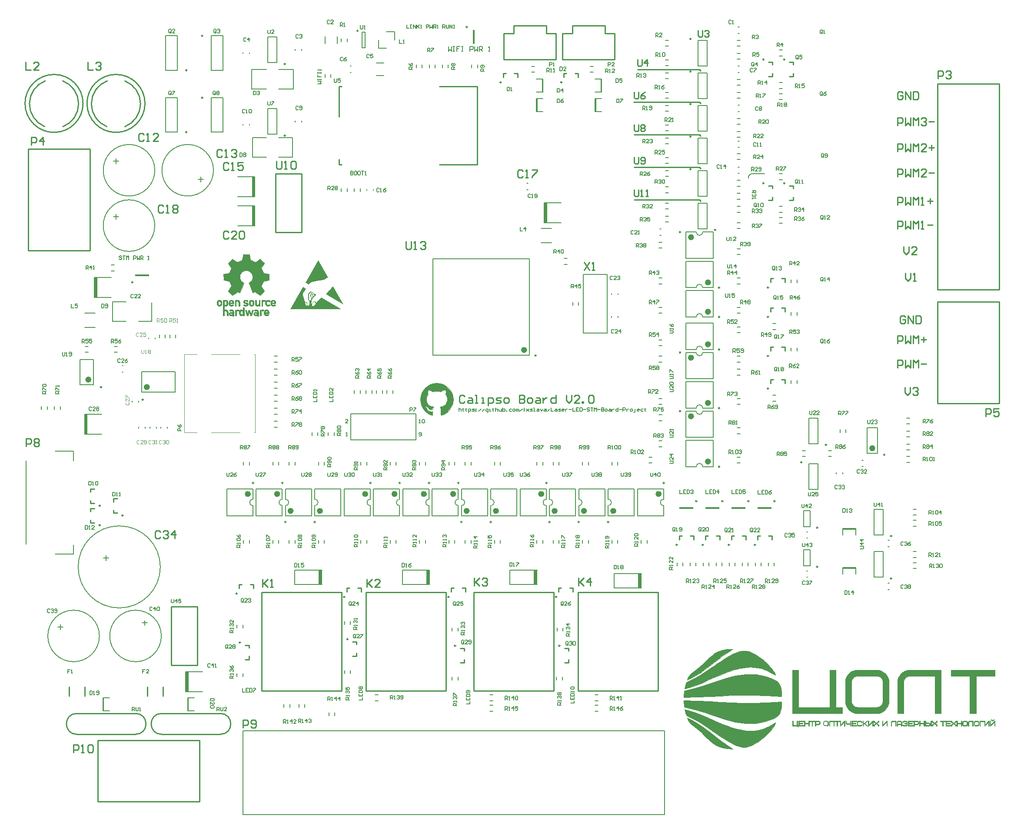
<source format=gto>
G04 Layer_Color=65535*
%FSAX44Y44*%
%MOMM*%
G71*
G01*
G75*
%ADD50C,0.2540*%
%ADD98C,0.2000*%
%ADD99C,0.2500*%
%ADD100C,0.6000*%
%ADD101C,0.0127*%
%ADD102C,0.1270*%
%ADD103C,0.1000*%
%ADD104C,0.0254*%
%ADD105C,0.1240*%
%ADD106C,0.1500*%
%ADD107R,2.5400X0.2540*%
%ADD108R,0.5500X3.9000*%
%ADD109R,2.7940X0.3810*%
%ADD110R,0.8000X2.8000*%
%ADD111R,0.3810X2.7940*%
%ADD112R,0.2540X2.5400*%
G36*
X02419976Y00458561D02*
X02419976Y00458562D01*
X02419976Y00458562D01*
X02419976Y00458561D01*
D02*
G37*
G36*
X02310756Y00454456D02*
X02307001Y00451629D01*
X02310756Y00448803D01*
Y00446722D01*
X02309350D01*
Y00448100D01*
X02305835Y00450744D01*
X02302319Y00448100D01*
Y00446722D01*
X02300913D01*
Y00448803D01*
X02304667Y00451629D01*
X02300913Y00454456D01*
Y00456565D01*
X02302319D01*
Y00455159D01*
X02305835Y00452515D01*
X02309350Y00455159D01*
Y00456565D01*
X02310756D01*
Y00454456D01*
D02*
G37*
G36*
X02038520Y00448128D02*
X02039926D01*
Y00445316D01*
X02038520D01*
Y00446722D01*
X02028677D01*
Y00456565D01*
X02030083D01*
Y00448128D01*
X02037114D01*
Y00456565D01*
X02038520D01*
Y00448128D01*
D02*
G37*
G36*
X02347879Y00454456D02*
X02344125Y00451629D01*
X02347879Y00448803D01*
Y00446722D01*
X02346473D01*
Y00448100D01*
X02342958Y00450744D01*
X02339442Y00448100D01*
Y00446722D01*
X02338036D01*
Y00448803D01*
X02341790Y00451629D01*
X02338036Y00454456D01*
Y00456565D01*
X02339442D01*
Y00455159D01*
X02342958Y00452515D01*
X02346473Y00455159D01*
Y00456565D01*
X02347879D01*
Y00454456D01*
D02*
G37*
G36*
X02318622Y00471109D02*
X02306458D01*
Y00544095D01*
X02257800D01*
X02255357Y00543847D01*
X02253077Y00543135D01*
X02251011Y00542010D01*
X02249209Y00540522D01*
X02247721Y00538720D01*
X02246596Y00536654D01*
X02245884Y00534375D01*
X02245636Y00531931D01*
Y00471109D01*
X02233471D01*
Y00531931D01*
X02233958Y00536734D01*
X02235357Y00541223D01*
X02237577Y00545306D01*
X02240527Y00548885D01*
X02244115Y00551866D01*
X02248251Y00554152D01*
X02252843Y00555649D01*
X02257800Y00556260D01*
X02318622D01*
Y00471109D01*
D02*
G37*
G36*
X02197419Y00555759D02*
X02201913Y00554323D01*
X02206035Y00552058D01*
X02209671Y00549068D01*
X02212702Y00545456D01*
X02215012Y00541326D01*
X02216483Y00536783D01*
X02217000Y00531931D01*
Y00495437D01*
X02216503Y00490550D01*
X02215080Y00485991D01*
X02212831Y00481859D01*
X02209854Y00478255D01*
X02206249Y00475278D01*
X02202118Y00473028D01*
X02197558Y00471605D01*
X02192671Y00471109D01*
X02156178D01*
X02151256Y00471600D01*
X02146680Y00473011D01*
X02142546Y00475246D01*
X02138950Y00478210D01*
X02135986Y00481806D01*
X02133751Y00485940D01*
X02132340Y00490515D01*
X02131849Y00495437D01*
Y00531931D01*
X02132345Y00536818D01*
X02133768Y00541377D01*
X02136018Y00545509D01*
X02138995Y00549113D01*
X02142600Y00552090D01*
X02146731Y00554340D01*
X02151291Y00555764D01*
X02156178Y00556260D01*
X02192671D01*
X02197419Y00555759D01*
D02*
G37*
G36*
X02421441Y00458842D02*
X02421283Y00458335D01*
X02421033Y00457870D01*
X02420700Y00457460D01*
X02420294Y00457118D01*
X02419828Y00456857D01*
X02419310Y00456691D01*
X02418751Y00456633D01*
X02418205Y00456687D01*
X02417697Y00456844D01*
X02417236Y00457092D01*
X02416834Y00457423D01*
X02416499Y00457827D01*
X02416242Y00458294D01*
X02416075Y00458815D01*
X02416015Y00459310D01*
X02417284D01*
X02417307Y00459089D01*
X02417307Y00459088D01*
X02417307Y00459088D01*
X02417309Y00459075D01*
X02417392Y00458811D01*
X02417397Y00458799D01*
X02417396Y00458800D01*
X02417397Y00458799D01*
X02417397Y00458799D01*
X02417397Y00458798D01*
X02417526Y00458562D01*
X02417527Y00458560D01*
X02417527Y00458560D01*
X02417534Y00458550D01*
X02417706Y00458342D01*
X02417715Y00458333D01*
X02417716Y00458332D01*
X02417923Y00458161D01*
X02417923Y00458161D01*
X02417923Y00458161D01*
X02417933Y00458154D01*
X02417935Y00458153D01*
X02418172Y00458024D01*
X02418173Y00458023D01*
X02418173Y00458023D01*
X02418185Y00458018D01*
X02418448Y00457936D01*
X02418462Y00457933D01*
X02418463Y00457933D01*
X02418743Y00457905D01*
X02418744Y00457905D01*
X02418744Y00457905D01*
X02418757Y00457904D01*
X02418759Y00457905D01*
X02419039Y00457933D01*
X02419040Y00457933D01*
Y00457933D01*
X02419054Y00457936D01*
X02419317Y00458018D01*
X02419317D01*
X02419329Y00458023D01*
X02419328Y00458023D01*
X02419328Y00458023D01*
X02419329Y00458023D01*
X02419329Y00458023D01*
X02419329Y00458023D01*
X02419330Y00458023D01*
X02419330Y00458023D01*
X02419329Y00458023D01*
X02419329Y00458023D01*
X02419330Y00458024D01*
X02419567Y00458153D01*
X02419568Y00458153D01*
Y00458153D01*
X02419568Y00458153D01*
X02419569Y00458154D01*
X02419568Y00458153D01*
X02419579Y00458161D01*
X02419787Y00458332D01*
X02419787D01*
X02419796Y00458341D01*
X02419968Y00458550D01*
X02419968Y00458550D01*
X02419975Y00458560D01*
X02419976Y00458561D01*
D01*
X02419976Y00458561D01*
X02419975Y00458561D01*
X02419976Y00458561D01*
X02419976Y00458561D01*
X02419976Y00458562D01*
X02420105Y00458798D01*
X02420105Y00458799D01*
X02420111Y00458811D01*
X02420193Y00459075D01*
X02420193D01*
X02420195Y00459088D01*
X02420196Y00459089D01*
X02420218Y00459310D01*
X02421489D01*
X02421441Y00458842D01*
D02*
G37*
G36*
X02381103Y00456622D02*
X02381122Y00456603D01*
X02381132Y00456579D01*
Y00456565D01*
Y00446722D01*
Y00446709D01*
X02381122Y00446684D01*
X02381103Y00446665D01*
X02381078Y00446655D01*
X02379646D01*
X02379621Y00446665D01*
X02379602Y00446684D01*
X02379592Y00446709D01*
Y00446722D01*
Y00455092D01*
X02374038D01*
X02373766Y00455064D01*
X02373515Y00454986D01*
X02373288Y00454862D01*
X02373089Y00454698D01*
X02372925Y00454500D01*
X02372802Y00454273D01*
X02372723Y00454022D01*
X02372695Y00453750D01*
Y00446722D01*
Y00446709D01*
X02372685Y00446684D01*
X02372666Y00446665D01*
X02372641Y00446655D01*
X02371208D01*
X02371184Y00446665D01*
X02371165Y00446684D01*
X02371155Y00446709D01*
Y00446722D01*
Y00453753D01*
Y00453754D01*
X02371155Y00453755D01*
X02371155Y00453757D01*
X02371155Y00453758D01*
D01*
X02371155Y00453760D01*
X02371155D01*
X02371155Y00453759D01*
X02371155Y00453759D01*
X02371155Y00453758D01*
X02371155D01*
X02371155Y00453759D01*
X02371155Y00453760D01*
Y00453760D01*
D01*
X02371155Y00453761D01*
X02371211Y00454313D01*
X02371211Y00454314D01*
X02371211Y00454314D01*
X02371211Y00454315D01*
X02371211Y00454316D01*
X02371211Y00454316D01*
X02371212Y00454318D01*
X02371212Y00454321D01*
X02371213Y00454324D01*
X02371213Y00454327D01*
X02371214Y00454328D01*
X02371214D01*
X02371214Y00454329D01*
X02371214Y00454328D01*
D01*
X02371214Y00454327D01*
X02371214Y00454327D01*
X02371211Y00454315D01*
X02371211D01*
X02371211Y00454313D01*
X02371214Y00454329D01*
X02371375Y00454846D01*
X02371376Y00454847D01*
X02371376Y00454848D01*
X02371376Y00454849D01*
X02371377Y00454852D01*
X02371379Y00454855D01*
X02371380Y00454858D01*
X02371381Y00454859D01*
X02371381D01*
X02371381Y00454860D01*
X02371637Y00455330D01*
X02371637Y00455330D01*
X02371637Y00455331D01*
X02371637Y00455331D01*
X02371638Y00455332D01*
X02371645Y00455343D01*
X02371985Y00455755D01*
X02371986Y00455756D01*
X02371985Y00455755D01*
X02371986Y00455756D01*
X02371987Y00455757D01*
X02371989Y00455759D01*
X02371991Y00455761D01*
X02371993Y00455764D01*
X02371995Y00455765D01*
Y00455765D01*
X02372409Y00456109D01*
X02372411Y00456110D01*
X02372413Y00456112D01*
X02372416Y00456114D01*
X02372418Y00456115D01*
X02372420Y00456116D01*
X02372420D01*
X02372421Y00456116D01*
X02372897Y00456380D01*
X02372897Y00456380D01*
X02372898Y00456380D01*
X02372898Y00456380D01*
X02372898Y00456381D01*
X02372898Y00456380D01*
X02372898Y00456381D01*
X02372898Y00456381D01*
X02372899Y00456381D01*
X02372899Y00456381D01*
X02372898Y00456381D01*
X02372898Y00456381D01*
X02372899Y00456381D01*
X02372902Y00456382D01*
X02372905Y00456384D01*
X02372908Y00456385D01*
X02372910Y00456385D01*
Y00456385D01*
X02373441Y00456558D01*
X02373442Y00456559D01*
X02373445Y00456560D01*
X02373448Y00456561D01*
X02373452Y00456561D01*
X02373453Y00456561D01*
Y00456561D01*
X02374026Y00456632D01*
X02374027Y00456632D01*
X02374029Y00456632D01*
X02374031Y00456632D01*
X02374033Y00456632D01*
X02381078D01*
X02381103Y00456622D01*
D02*
G37*
G36*
X02163284Y00456139D02*
X02163283Y00456140D01*
D01*
X02163284Y00456139D01*
D02*
G37*
G36*
X02358847Y00446722D02*
X02357441D01*
Y00450940D01*
X02350410D01*
Y00446722D01*
X02349004D01*
Y00456565D01*
X02350410D01*
Y00452347D01*
X02357441D01*
Y00456565D01*
X02358847D01*
Y00446722D01*
D02*
G37*
G36*
X02249869Y00456498D02*
X02249865D01*
X02249862Y00456498D01*
X02249869Y00456498D01*
D02*
G37*
G36*
X02419568Y00458153D02*
X02419568Y00458153D01*
D01*
X02419568Y00458153D01*
X02419568Y00458153D01*
D02*
G37*
G36*
X02196996Y00454456D02*
X02193241Y00451629D01*
X02196996Y00448803D01*
Y00446722D01*
X02195590D01*
Y00448100D01*
X02192074Y00450744D01*
X02188559Y00448100D01*
Y00446722D01*
X02187153D01*
Y00448803D01*
X02190907Y00451629D01*
X02187153Y00454456D01*
Y00456565D01*
X02188559D01*
Y00455159D01*
X02192074Y00452515D01*
X02195590Y00455159D01*
Y00456565D01*
X02196996D01*
Y00454456D01*
D02*
G37*
G36*
X02161704Y00456632D02*
X02161705Y00456632D01*
X02161707Y00456632D01*
X02161708Y00456632D01*
X02161707Y00456632D01*
X02161707D01*
X02161709Y00456632D01*
X02162259Y00456575D01*
X02162259Y00456575D01*
X02162261Y00456575D01*
X02162264Y00456575D01*
X02162268Y00456574D01*
X02162271Y00456573D01*
X02162273Y00456573D01*
X02162790Y00456409D01*
X02162790Y00456409D01*
X02162791Y00456409D01*
X02162794Y00456408D01*
X02162797Y00456407D01*
X02162800Y00456405D01*
X02162802Y00456404D01*
X02163273Y00456146D01*
X02163273Y00456146D01*
X02163275Y00456145D01*
X02163277Y00456144D01*
X02163280Y00456142D01*
X02163283Y00456140D01*
X02163283Y00456140D01*
Y00456140D01*
X02163283Y00456139D01*
X02163284Y00456139D01*
X02163284Y00456139D01*
X02163285Y00456138D01*
X02163285Y00456138D01*
X02163698Y00455797D01*
Y00455797D01*
X02163698Y00455797D01*
X02163698Y00455797D01*
X02163699Y00455796D01*
X02163699Y00455796D01*
X02163700Y00455796D01*
X02163701Y00455795D01*
X02163703Y00455793D01*
X02163705Y00455791D01*
X02163707Y00455789D01*
X02163708Y00455788D01*
X02163708Y00455787D01*
X02164053Y00455372D01*
X02164054Y00455372D01*
X02164055Y00455370D01*
X02164056Y00455368D01*
X02164058Y00455365D01*
X02164060Y00455363D01*
X02164061Y00455361D01*
X02164327Y00454883D01*
X02164327Y00454883D01*
X02164327Y00454882D01*
X02164329Y00454879D01*
X02164330Y00454876D01*
X02164331Y00454873D01*
X02164332Y00454872D01*
X02164506Y00454343D01*
X02164506Y00454343D01*
X02164507Y00454342D01*
X02164508Y00454338D01*
X02164508Y00454335D01*
X02164509Y00454332D01*
X02164509Y00454332D01*
X02164509Y00454332D01*
X02164509Y00454331D01*
X02164509Y00454331D01*
X02164509Y00454330D01*
X02164509Y00454329D01*
X02164509Y00454329D01*
X02164580Y00453763D01*
X02164580Y00453761D01*
X02164582Y00453747D01*
X02164574Y00453719D01*
X02164554Y00453698D01*
X02164528Y00453686D01*
X02163095D01*
X02163071Y00453695D01*
X02163053Y00453711D01*
X02163042Y00453734D01*
X02163040Y00453746D01*
X02163040Y00453747D01*
X02163012Y00454022D01*
X02162934Y00454273D01*
X02162810Y00454500D01*
X02162646Y00454698D01*
X02162448Y00454862D01*
X02162221Y00454986D01*
X02161970Y00455064D01*
X02161698Y00455092D01*
X02157486D01*
X02157489Y00455092D01*
X02157483Y00455092D01*
X02157486D01*
X02157214Y00455064D01*
X02156963Y00454986D01*
X02156736Y00454862D01*
X02156537Y00454698D01*
X02156374Y00454500D01*
X02156250Y00454273D01*
X02156172Y00454022D01*
X02156144Y00453750D01*
Y00449538D01*
X02156172Y00449265D01*
X02156250Y00449015D01*
X02156374Y00448787D01*
X02156537Y00448589D01*
X02156736Y00448425D01*
X02156963Y00448302D01*
X02157214Y00448223D01*
X02157486Y00448195D01*
X02161698D01*
X02161970Y00448223D01*
X02162221Y00448302D01*
X02162448Y00448425D01*
X02162646Y00448589D01*
X02162810Y00448787D01*
X02162934Y00449015D01*
X02163012Y00449265D01*
X02163040Y00449540D01*
Y00449540D01*
X02163040Y00449540D01*
X02163040Y00449541D01*
X02163040Y00449541D01*
D01*
Y00449541D01*
Y00449541D01*
X02163040D01*
X02163040Y00449542D01*
X02163040Y00449542D01*
X02163040Y00449541D01*
X02163042Y00449553D01*
X02163053Y00449576D01*
X02163071Y00449593D01*
X02163095Y00449602D01*
X02164528D01*
X02164554Y00449590D01*
X02164573Y00449569D01*
X02164582Y00449542D01*
X02164581Y00449527D01*
X02164581Y00449526D01*
X02164524Y00448979D01*
Y00448979D01*
X02164524Y00448979D01*
X02164524Y00448979D01*
X02164524Y00448979D01*
X02164524Y00448977D01*
X02164524Y00448974D01*
X02164523Y00448971D01*
X02164522Y00448968D01*
X02164522Y00448966D01*
X02164522Y00448966D01*
X02164522Y00448966D01*
X02164521Y00448965D01*
X02164521Y00448965D01*
X02164521Y00448965D01*
X02164360Y00448447D01*
X02164360Y00448447D01*
X02164360Y00448446D01*
X02164360Y00448446D01*
X02164360Y00448446D01*
X02164360Y00448446D01*
X02164360Y00448445D01*
X02164360Y00448446D01*
X02164360Y00448446D01*
X02164360Y00448446D01*
Y00448446D01*
X02164359Y00448445D01*
X02164358Y00448442D01*
X02164357Y00448439D01*
X02164356Y00448436D01*
X02164355Y00448435D01*
X02164099Y00447959D01*
X02164098Y00447957D01*
Y00447957D01*
X02164098Y00447956D01*
X02164096Y00447953D01*
X02164094Y00447951D01*
X02164092Y00447948D01*
X02164091Y00447947D01*
X02163750Y00447527D01*
X02163750D01*
X02163749Y00447525D01*
X02163747Y00447523D01*
X02163745Y00447521D01*
X02163743Y00447519D01*
X02163741Y00447518D01*
X02163327Y00447167D01*
X02163327D01*
X02163325Y00447166D01*
X02163323Y00447164D01*
X02163320Y00447162D01*
X02163317Y00447161D01*
X02163316Y00447160D01*
X02162838Y00446893D01*
X02162838D01*
X02162836Y00446892D01*
X02162833Y00446891D01*
X02162830Y00446889D01*
X02162827Y00446888D01*
X02162826Y00446888D01*
X02162295Y00446718D01*
X02162295D01*
X02162293Y00446717D01*
X02162290Y00446716D01*
X02162286Y00446716D01*
X02162283Y00446715D01*
X02162281Y00446715D01*
X02161708Y00446655D01*
X02161708D01*
X02161707Y00446655D01*
X02161705Y00446655D01*
X02161704Y00446655D01*
X02161702Y00446655D01*
X02157482D01*
X02157480Y00446655D01*
X02157478Y00446655D01*
X02157477Y00446655D01*
X02157476Y00446655D01*
X02156923Y00446711D01*
X02156921Y00446711D01*
X02156918Y00446711D01*
X02156915Y00446712D01*
X02156912Y00446713D01*
X02156910Y00446713D01*
X02156389Y00446874D01*
X02156387Y00446874D01*
X02156384Y00446875D01*
X02156381Y00446876D01*
X02156378Y00446878D01*
X02156377Y00446879D01*
X02155900Y00447133D01*
X02155898Y00447134D01*
X02155896Y00447136D01*
X02155893Y00447137D01*
X02155891Y00447139D01*
X02155890Y00447140D01*
D01*
X02155889Y00447140D01*
X02155890Y00447140D01*
Y00447140D01*
X02155890Y00447140D01*
X02155889Y00447140D01*
X02155889Y00447141D01*
X02155889Y00447141D01*
X02155889Y00447141D01*
X02155470Y00447479D01*
Y00447479D01*
X02155470Y00447480D01*
X02155470Y00447480D01*
X02155470Y00447480D01*
X02155464Y00447486D01*
X02155461Y00447488D01*
X02155461Y00447489D01*
X02155461Y00447489D01*
X02155461Y00447489D01*
X02155461Y00447489D01*
X02155461Y00447489D01*
X02155112Y00447902D01*
Y00447902D01*
X02155112Y00447902D01*
X02155112Y00447903D01*
X02155112Y00447903D01*
X02155112Y00447903D01*
X02155108Y00447908D01*
X02155105Y00447912D01*
X02155105Y00447912D01*
D01*
D01*
D01*
X02155105Y00447914D01*
X02155104Y00447915D01*
X02154840Y00448391D01*
X02154840Y00448391D01*
X02154840Y00448391D01*
X02154839Y00448391D01*
X02154839Y00448392D01*
D01*
X02154838Y00448393D01*
X02154837Y00448396D01*
X02154836Y00448399D01*
X02154834Y00448402D01*
X02154834Y00448404D01*
X02154665Y00448937D01*
X02154665Y00448938D01*
X02154664Y00448942D01*
X02154663Y00448945D01*
X02154663Y00448949D01*
X02154663Y00448950D01*
X02154663Y00448951D01*
Y00448951D01*
X02154663Y00448951D01*
X02154663Y00448951D01*
Y00448951D01*
X02154663Y00448951D01*
X02154663Y00448950D01*
X02154663Y00448950D01*
X02154663Y00448950D01*
X02154663Y00448950D01*
X02154663Y00448951D01*
X02154662Y00448957D01*
X02154663Y00448951D01*
X02154603Y00449527D01*
Y00449527D01*
X02154603Y00449527D01*
X02154603Y00449527D01*
Y00449527D01*
D01*
X02154603Y00449528D01*
X02154603Y00449528D01*
X02154603Y00449528D01*
X02154603Y00449528D01*
Y00449528D01*
X02154603Y00449527D01*
X02154603Y00449527D01*
X02154603Y00449528D01*
X02154603Y00449530D01*
X02154603Y00449532D01*
X02154603Y00449533D01*
Y00449534D01*
Y00453753D01*
Y00453754D01*
X02154603Y00453755D01*
X02154603Y00453757D01*
X02154603Y00453759D01*
X02154603Y00453760D01*
X02154603Y00453761D01*
X02154659Y00454313D01*
X02154659D01*
X02154659Y00454314D01*
X02154660Y00454314D01*
X02154660Y00454315D01*
X02154660Y00454316D01*
X02154660Y00454316D01*
X02154660Y00454318D01*
X02154660Y00454321D01*
X02154661Y00454324D01*
X02154662Y00454327D01*
X02154662Y00454328D01*
X02154662Y00454328D01*
X02154662Y00454327D01*
X02154662Y00454328D01*
X02154662Y00454329D01*
X02154824Y00454846D01*
X02154824Y00454846D01*
X02154824Y00454846D01*
X02154824Y00454847D01*
X02154824Y00454847D01*
X02154824Y00454847D01*
X02154824Y00454847D01*
Y00454847D01*
X02154824Y00454847D01*
X02154824Y00454848D01*
X02154825Y00454849D01*
X02154826Y00454852D01*
X02154827Y00454855D01*
X02154828Y00454858D01*
X02154829Y00454859D01*
X02154829Y00454859D01*
X02154829Y00454859D01*
X02154830Y00454860D01*
X02154830Y00454860D01*
X02154830Y00454860D01*
X02154830Y00454860D01*
X02155085Y00455330D01*
X02155086Y00455331D01*
X02155086D01*
X02155086Y00455332D01*
X02155088Y00455335D01*
X02155090Y00455337D01*
X02155091Y00455340D01*
X02155092Y00455341D01*
X02155092Y00455341D01*
X02155093Y00455342D01*
X02155093Y00455342D01*
X02155093Y00455342D01*
X02155094Y00455342D01*
X02155433Y00455755D01*
X02155433Y00455755D01*
X02155434Y00455755D01*
X02155434Y00455755D01*
X02155434Y00455756D01*
X02155434D01*
X02155435Y00455757D01*
X02155437Y00455759D01*
X02155439Y00455761D01*
X02155442Y00455764D01*
X02155443Y00455765D01*
X02155858Y00456109D01*
Y00456109D01*
X02155859Y00456110D01*
X02155862Y00456112D01*
X02155864Y00456114D01*
X02155867Y00456115D01*
X02155868Y00456116D01*
X02155869Y00456116D01*
X02155868Y00456116D01*
X02155867Y00456116D01*
X02155869Y00456116D01*
X02155869Y00456116D01*
X02156346Y00456380D01*
X02156346Y00456380D01*
X02156346D01*
X02156348Y00456381D01*
X02156351Y00456382D01*
X02156353Y00456384D01*
X02156357Y00456385D01*
X02156358Y00456385D01*
X02156889Y00456558D01*
Y00456558D01*
X02156890Y00456559D01*
X02156893Y00456560D01*
X02156897Y00456561D01*
X02156900Y00456561D01*
X02156901Y00456561D01*
X02157474Y00456632D01*
Y00456632D01*
X02157475Y00456632D01*
X02157477Y00456632D01*
X02157480Y00456632D01*
X02157482Y00456632D01*
X02161702D01*
X02161704Y00456632D01*
D02*
G37*
G36*
X01317689Y01063267D02*
X01317687Y01063265D01*
X01317686Y01063267D01*
X01317689Y01063267D01*
D02*
G37*
G36*
X02155461Y00447489D02*
X02155461Y00447489D01*
X02155461Y00447488D01*
X02155464Y00447486D01*
X02155469Y00447480D01*
X02155470D01*
X02155470Y00447480D01*
X02155470Y00447480D01*
X02155470Y00447480D01*
X02155469Y00447480D01*
X02155468Y00447481D01*
X02155466Y00447483D01*
X02155464Y00447485D01*
X02155462Y00447488D01*
X02155461Y00447489D01*
X02155461Y00447489D01*
D02*
G37*
G36*
X01319325Y01061499D02*
X01319324Y01061500D01*
X01319325Y01061500D01*
X01319325Y01061499D01*
D02*
G37*
G36*
X01328894Y01067468D02*
X01328894Y01067468D01*
X01328894Y01067469D01*
X01328894Y01067468D01*
D02*
G37*
G36*
X01313726Y01068786D02*
X01313727Y01068785D01*
X01313724Y01068786D01*
X01313721Y01068787D01*
X01313726Y01068786D01*
D02*
G37*
G36*
X02245657Y00446789D02*
X02245650Y00446789D01*
X02245654D01*
X02245657Y00446789D01*
D02*
G37*
G36*
X02155470Y00447480D02*
X02155470Y00447480D01*
X02155470Y00447480D01*
X02155470Y00447480D01*
D02*
G37*
G36*
X02155108Y00447908D02*
X02155112Y00447903D01*
X02155112D01*
X02155112Y00447903D01*
X02155112Y00447903D01*
X02155112Y00447903D01*
X02155112Y00447903D01*
X02155112Y00447903D01*
X02155112Y00447903D01*
X02155110Y00447905D01*
X02155109Y00447907D01*
X02155107Y00447910D01*
X02155105Y00447912D01*
X02155105Y00447912D01*
X02155108Y00447908D01*
D02*
G37*
G36*
X02113602Y00483273D02*
X02125767D01*
Y00471053D01*
X02028451Y00471109D01*
Y00556260D01*
X02040615D01*
Y00483273D01*
X02101438D01*
Y00556260D01*
X02113602D01*
Y00483273D01*
D02*
G37*
G36*
X02423028Y00544095D02*
X02386534D01*
Y00471109D01*
X02374370D01*
Y00544095D01*
X02337876D01*
Y00556260D01*
X02423028D01*
Y00544095D01*
D02*
G37*
G36*
X01958206Y00547094D02*
X01978346Y00542780D01*
X01987343Y00539630D01*
X01994202Y00536640D01*
X01999233Y00533495D01*
X02002746Y00529880D01*
X02005051Y00525480D01*
X02006457Y00519981D01*
X02007275Y00513067D01*
X02007814Y00504423D01*
X01978908Y00506228D01*
X01953794Y00507025D01*
X01931295Y00507024D01*
X01910232Y00506435D01*
X01889427Y00505469D01*
X01867704Y00504337D01*
X01843884Y00503247D01*
X01816788Y00502412D01*
X01817915Y00515257D01*
X01838190Y00520114D01*
X01858314Y00526377D01*
X01878331Y00533141D01*
X01898285Y00539500D01*
X01918219Y00544548D01*
X01938178Y00547382D01*
X01958206Y00547094D01*
D02*
G37*
G36*
X01320729Y01060683D02*
X01320728Y01060683D01*
X01320728Y01060683D01*
X01320728Y01060683D01*
X01320729Y01060683D01*
D02*
G37*
G36*
X01937760Y00593339D02*
X01944129Y00591943D01*
X01951131Y00589084D01*
X01959049Y00584635D01*
X01962328Y00582560D01*
X01965233Y00580646D01*
X01967852Y00578819D01*
X01970272Y00577006D01*
X01972582Y00575133D01*
X01974869Y00573126D01*
X01977221Y00570911D01*
X01979727Y00568415D01*
X01981888Y00566205D01*
X01984197Y00563776D01*
X01986560Y00561152D01*
X01988882Y00558353D01*
X01991067Y00555401D01*
X01993020Y00552319D01*
X01994645Y00549128D01*
X01995848Y00545851D01*
X01991244Y00548055D01*
X01987002Y00550384D01*
X01982837Y00552735D01*
X01978466Y00555006D01*
X01973604Y00557096D01*
X01967966Y00558903D01*
X01961270Y00560324D01*
X01953230Y00561258D01*
X01946565Y00561485D01*
X01940002Y00561208D01*
X01933550Y00560492D01*
X01927218Y00559400D01*
X01921018Y00557995D01*
X01914959Y00556343D01*
X01909050Y00554506D01*
X01903301Y00552549D01*
X01893242Y00548684D01*
X01882856Y00544220D01*
X01872238Y00539426D01*
X01861482Y00534570D01*
X01850685Y00529922D01*
X01839939Y00525750D01*
X01829340Y00522322D01*
X01818983Y00519907D01*
X01820172Y00525878D01*
X01821468Y00529631D01*
X01823383Y00532015D01*
X01826427Y00533875D01*
X01831113Y00536057D01*
X01837953Y00539409D01*
X01847457Y00544778D01*
X01860137Y00553010D01*
X01865672Y00556851D01*
X01871217Y00560729D01*
X01876785Y00564609D01*
X01882387Y00568455D01*
X01888036Y00572230D01*
X01893744Y00575900D01*
X01899522Y00579429D01*
X01905382Y00582782D01*
X01912882Y00586810D01*
X01919584Y00590006D01*
X01925773Y00592244D01*
X01931737Y00593397D01*
X01937760Y00593339D01*
D02*
G37*
G36*
X01891008Y00582145D02*
X01883566Y00576574D01*
X01875400Y00570263D01*
X01866738Y00563556D01*
X01857809Y00556797D01*
X01848840Y00550331D01*
X01840060Y00544500D01*
X01831698Y00539649D01*
X01823981Y00536122D01*
X01825842Y00541076D01*
X01828023Y00544899D01*
X01830590Y00547968D01*
X01833611Y00550660D01*
X01837154Y00553350D01*
X01841284Y00556416D01*
X01846070Y00560233D01*
X01851579Y00565179D01*
X01858933Y00572317D01*
X01865512Y00578624D01*
X01871745Y00584062D01*
X01878060Y00588596D01*
X01884886Y00592189D01*
X01892652Y00594804D01*
X01901786Y00596405D01*
X01912717Y00596954D01*
X01891008Y00582145D01*
D02*
G37*
G36*
X02371985Y00455755D02*
X02371985Y00455755D01*
X02371985Y00455755D01*
X02371985Y00455755D01*
D02*
G37*
G36*
X02244829Y00454974D02*
X02244832Y00454977D01*
X02244833Y00454977D01*
X02244829Y00454974D01*
D02*
G37*
G36*
X01843884Y00495663D02*
X01867704Y00494574D01*
X01889427Y00493441D01*
X01910232Y00492475D01*
X01931295Y00491886D01*
X01953794Y00491885D01*
X01978908Y00492682D01*
X02007814Y00494487D01*
X02007275Y00485843D01*
X02006457Y00478929D01*
X02005051Y00473430D01*
X02002746Y00469030D01*
X01999233Y00465415D01*
X01994202Y00462270D01*
X01987343Y00459280D01*
X01978346Y00456130D01*
X01958206Y00451816D01*
X01938178Y00451529D01*
X01918219Y00454362D01*
X01898285Y00459411D01*
X01878331Y00465770D01*
X01858314Y00472533D01*
X01838190Y00478796D01*
X01817915Y00483653D01*
X01816788Y00496498D01*
X01843884Y00495663D01*
D02*
G37*
G36*
X02250685Y00450759D02*
X02250685Y00450759D01*
X02250685Y00450759D01*
Y00450759D01*
X02250685Y00450759D01*
D02*
G37*
G36*
X02251223Y00454332D02*
X02251222Y00454332D01*
Y00454332D01*
X02251223Y00454332D01*
D02*
G37*
G36*
X02164509Y00454330D02*
X02164509Y00454332D01*
D01*
X02164509Y00454330D01*
D02*
G37*
G36*
X02251223Y00454331D02*
X02251223Y00454331D01*
X02251223Y00454332D01*
X02251223Y00454331D01*
D02*
G37*
G36*
X02251223Y00454332D02*
X02251223Y00454332D01*
X02251223Y00454332D01*
X02251223Y00454332D01*
D02*
G37*
G36*
Y00450113D02*
X02251223Y00450113D01*
X02251223Y00450113D01*
X02251223Y00450113D01*
D02*
G37*
G36*
X02250904Y00454798D02*
X02250904Y00454799D01*
X02250903Y00454799D01*
Y00454799D01*
X02250904Y00454798D01*
D02*
G37*
G36*
X02251223Y00450113D02*
X02251222Y00450113D01*
Y00450113D01*
X02251223Y00450113D01*
D02*
G37*
G36*
X02251223Y00450112D02*
X02251223Y00450113D01*
X02251223Y00450113D01*
X02251223Y00450112D01*
D02*
G37*
G36*
X02250685Y00450759D02*
X02250686Y00450759D01*
X02250685Y00450759D01*
X02250685Y00450759D01*
D02*
G37*
G36*
X02244822Y00454969D02*
X02244823Y00454971D01*
X02244829Y00454974D01*
X02244822Y00454969D01*
D02*
G37*
G36*
X02163040Y00449541D02*
X02163040Y00449541D01*
X02163040Y00449541D01*
X02163040Y00449541D01*
D02*
G37*
G36*
X02170560Y00451643D02*
X02175482Y00446722D01*
X02173499D01*
X02169280Y00450940D01*
X02167045D01*
Y00446722D01*
X02165638D01*
Y00456565D01*
X02167045D01*
Y00452347D01*
X02169280D01*
X02173499Y00456565D01*
X02175482D01*
X02170560Y00451643D01*
D02*
G37*
G36*
X02061581Y00446722D02*
X02060175D01*
Y00450940D01*
X02053144D01*
Y00446722D01*
X02051738D01*
Y00456565D01*
X02053144D01*
Y00452347D01*
X02060175D01*
Y00456565D01*
X02061581D01*
Y00446722D01*
D02*
G37*
G36*
X02250400Y00456442D02*
X02250904Y00456283D01*
X02251370Y00456031D01*
X02251781Y00455696D01*
X02252125Y00455290D01*
X02252387Y00454824D01*
X02252554Y00454308D01*
X02252613Y00453751D01*
X02252599Y00453450D01*
X02252554Y00453160D01*
X02252481Y00452884D01*
X02252379Y00452621D01*
X02252247Y00452370D01*
X02252087Y00452132D01*
X02251898Y00451907D01*
X02251679Y00451692D01*
Y00451692D01*
X02251678Y00451692D01*
Y00451692D01*
X02251677Y00451691D01*
X02251678Y00451692D01*
X02251658Y00451643D01*
X02251678Y00451595D01*
X02251679Y00451595D01*
X02251898Y00451380D01*
X02252087Y00451155D01*
X02252247Y00450917D01*
X02252379Y00450667D01*
X02252481Y00450403D01*
X02252554Y00450127D01*
X02252599Y00449837D01*
X02252613Y00449536D01*
X02252558Y00448999D01*
X02252401Y00448492D01*
X02252150Y00448027D01*
X02251817Y00447617D01*
X02251412Y00447274D01*
X02250945Y00447014D01*
X02250428Y00446848D01*
X02249865Y00446789D01*
X02245654D01*
X02245104Y00446844D01*
X02244596Y00447000D01*
X02244136Y00447249D01*
X02243733Y00447580D01*
X02243398Y00447984D01*
X02243141Y00448451D01*
X02242974Y00448972D01*
X02242914Y00449467D01*
X02244183D01*
X02244206Y00449246D01*
X02244206Y00449245D01*
X02244206Y00449245D01*
X02244208Y00449232D01*
X02244291Y00448968D01*
X02244296Y00448956D01*
X02244296Y00448955D01*
X02244425Y00448718D01*
X02244426Y00448717D01*
X02244426Y00448717D01*
X02244433Y00448707D01*
X02244605Y00448498D01*
X02244614Y00448489D01*
X02244614Y00448490D01*
X02244614Y00448489D01*
X02244614Y00448489D01*
X02244615Y00448489D01*
X02244822Y00448318D01*
X02244823Y00448317D01*
X02244823Y00448317D01*
X02244832Y00448311D01*
X02244834Y00448310D01*
X02245071Y00448181D01*
X02245072Y00448180D01*
X02245072Y00448180D01*
X02245084Y00448175D01*
X02245348Y00448093D01*
X02245361Y00448090D01*
X02245360Y00448090D01*
X02245361Y00448090D01*
X02245361Y00448090D01*
X02245362Y00448090D01*
X02245642Y00448061D01*
X02245643Y00448061D01*
X02245643Y00448061D01*
X02245650Y00448061D01*
X02249869D01*
X02249875Y00448061D01*
X02249877Y00448061D01*
X02250157Y00448090D01*
X02250157D01*
X02250158Y00448090D01*
Y00448090D01*
X02250158Y00448090D01*
X02250158D01*
D01*
X02250158Y00448090D01*
X02250158Y00448090D01*
X02250159Y00448090D01*
X02250158Y00448090D01*
X02250171Y00448093D01*
X02250435Y00448175D01*
X02250435D01*
X02250447Y00448180D01*
X02250446Y00448180D01*
X02250447Y00448180D01*
X02250447Y00448180D01*
X02250448Y00448181D01*
X02250685Y00448310D01*
X02250686Y00448310D01*
Y00448310D01*
X02250696Y00448317D01*
X02250905Y00448489D01*
X02250905D01*
X02250914Y00448498D01*
X02251086Y00448707D01*
X02251086Y00448707D01*
X02251093Y00448717D01*
X02251092Y00448716D01*
X02251093Y00448717D01*
X02251093Y00448717D01*
X02251094Y00448718D01*
X02251222Y00448955D01*
X02251223Y00448956D01*
X02251223Y00448956D01*
X02251224Y00448957D01*
X02251223Y00448956D01*
X02251228Y00448968D01*
X02251310Y00449232D01*
X02251310D01*
X02251313Y00449245D01*
X02251313Y00449244D01*
X02251313Y00449245D01*
X02251313Y00449245D01*
X02251313Y00449246D01*
X02251342Y00449526D01*
X02251342Y00449529D01*
X02251342Y00449541D01*
X02251342Y00449540D01*
X02251342Y00449539D01*
Y00449540D01*
X02251342Y00449541D01*
Y00449541D01*
X02251342Y00449542D01*
X02251313Y00449822D01*
X02251313Y00449822D01*
X02251313Y00449824D01*
X02251313Y00449823D01*
X02251313Y00449825D01*
X02251313Y00449824D01*
X02251310Y00449837D01*
X02251228Y00450100D01*
X02251228Y00450100D01*
X02251223Y00450112D01*
X02251224Y00450111D01*
X02251223Y00450112D01*
X02251223Y00450112D01*
X02251223Y00450112D01*
X02251223Y00450112D01*
X02251223Y00450112D01*
X02251223Y00450112D01*
X02251223Y00450112D01*
X02251222Y00450113D01*
X02251094Y00450350D01*
X02251094D01*
X02251093Y00450351D01*
X02251093Y00450351D01*
X02251092Y00450352D01*
X02251093Y00450351D01*
X02251086Y00450362D01*
X02250914Y00450570D01*
X02250914Y00450570D01*
X02250905Y00450579D01*
X02250696Y00450751D01*
X02250696Y00450751D01*
X02250686Y00450759D01*
X02250686Y00450758D01*
X02250686Y00450758D01*
X02250686Y00450759D01*
X02250686D01*
X02250686Y00450759D01*
X02250686Y00450759D01*
X02250686Y00450759D01*
X02250685Y00450759D01*
X02250448Y00450888D01*
X02250448D01*
X02250447Y00450889D01*
X02250447Y00450889D01*
X02250446Y00450889D01*
X02250447Y00450889D01*
X02250435Y00450894D01*
X02250171Y00450976D01*
X02250171Y00450976D01*
X02250158Y00450979D01*
X02250158D01*
X02250158D01*
D01*
X02250158Y00450979D01*
X02250157Y00450979D01*
X02250157Y00450979D01*
X02250157Y00450979D01*
X02249877Y00451007D01*
X02249877D01*
X02249875Y00451007D01*
X02249875Y00451007D01*
X02249874Y00451007D01*
X02249875Y00451007D01*
X02249869Y00451008D01*
X02247124D01*
Y00452279D01*
X02249869D01*
X02249875Y00452280D01*
X02249877Y00452280D01*
X02250157Y00452308D01*
X02250157D01*
X02250158Y00452309D01*
Y00452309D01*
X02250158Y00452309D01*
X02250158D01*
D01*
X02250158Y00452309D01*
X02250158Y00452309D01*
X02250159Y00452309D01*
X02250158Y00452309D01*
X02250171Y00452311D01*
X02250435Y00452393D01*
X02250435D01*
X02250447Y00452398D01*
X02250446Y00452398D01*
X02250447Y00452399D01*
X02250447Y00452398D01*
X02250448Y00452399D01*
X02250685Y00452528D01*
X02250686Y00452529D01*
Y00452529D01*
X02250696Y00452536D01*
X02250905Y00452708D01*
X02250905D01*
X02250914Y00452717D01*
X02251086Y00452925D01*
X02251086D01*
X02251093Y00452936D01*
X02251093Y00452935D01*
X02251093Y00452936D01*
X02251093Y00452936D01*
X02251094Y00452937D01*
X02251222Y00453174D01*
X02251223Y00453175D01*
X02251223Y00453175D01*
X02251223Y00453175D01*
X02251223Y00453176D01*
D01*
X02251223Y00453175D01*
X02251228Y00453187D01*
X02251310Y00453450D01*
X02251310D01*
X02251313Y00453464D01*
X02251313Y00453462D01*
X02251313Y00453464D01*
X02251313Y00453464D01*
X02251313Y00453465D01*
X02251342Y00453745D01*
X02251342Y00453746D01*
X02251342Y00453747D01*
X02251342D01*
X02251342Y00453760D01*
X02251342Y00453759D01*
X02251342Y00453759D01*
X02251342Y00453760D01*
Y00453760D01*
X02251342Y00453760D01*
X02251342Y00453761D01*
X02251342Y00453761D01*
Y00453761D01*
X02251313Y00454041D01*
X02251313Y00454041D01*
X02251313Y00454042D01*
X02251313Y00454042D01*
X02251313Y00454043D01*
X02251313Y00454042D01*
X02251310Y00454055D01*
X02251228Y00454319D01*
X02251228Y00454319D01*
X02251223Y00454331D01*
X02251224Y00454330D01*
X02251223Y00454330D01*
X02251223Y00454331D01*
X02251223Y00454331D01*
X02251223Y00454331D01*
X02251223Y00454331D01*
X02251223Y00454331D01*
X02251223Y00454331D01*
X02251222Y00454332D01*
X02251094Y00454569D01*
X02251094D01*
X02251092Y00454571D01*
Y00454571D01*
X02251093Y00454570D01*
X02251092Y00454571D01*
D01*
X02251092Y00454571D01*
X02251091Y00454574D01*
X02251089Y00454577D01*
X02251087Y00454579D01*
X02251086Y00454581D01*
Y00454581D01*
X02250914Y00454789D01*
Y00454789D01*
X02250905Y00454798D01*
X02250905Y00454797D01*
X02250905Y00454797D01*
X02250905Y00454798D01*
X02250905Y00454798D01*
D01*
X02250905Y00454798D01*
X02250904Y00454798D01*
X02250904Y00454798D01*
X02250905Y00454798D01*
X02250903Y00454799D01*
X02250697Y00454969D01*
Y00454969D01*
X02250695Y00454971D01*
X02250686Y00454977D01*
X02250687Y00454977D01*
X02250687Y00454976D01*
X02250687Y00454977D01*
X02250686Y00454977D01*
X02250686Y00454977D01*
X02250685Y00454978D01*
X02250448Y00455107D01*
X02250448D01*
X02250447Y00455107D01*
X02250447Y00455107D01*
X02250446Y00455108D01*
X02250447Y00455107D01*
X02250435Y00455112D01*
X02250171Y00455195D01*
X02250171Y00455194D01*
X02250158Y00455197D01*
X02250158D01*
X02250158D01*
D01*
X02250158Y00455197D01*
X02250157Y00455197D01*
X02250157Y00455197D01*
X02250157Y00455197D01*
X02249877Y00455226D01*
X02249877D01*
X02249875Y00455226D01*
X02249875Y00455226D01*
X02249874Y00455226D01*
X02249875Y00455226D01*
X02249869Y00455226D01*
X02245650D01*
X02245643Y00455226D01*
X02245642Y00455226D01*
X02245362Y00455197D01*
X02245361Y00455197D01*
X02245361Y00455197D01*
X02245362Y00455197D01*
X02245362Y00455197D01*
X02245361Y00455197D01*
X02245361D01*
X02245361D01*
D01*
X02245361D01*
X02245361D01*
X02245361Y00455197D01*
X02245360Y00455197D01*
X02245361Y00455197D01*
X02245348Y00455194D01*
X02245084Y00455112D01*
Y00455112D01*
X02245072Y00455107D01*
X02245073Y00455108D01*
X02245073Y00455108D01*
X02245072Y00455107D01*
X02245072Y00455107D01*
X02245071Y00455107D01*
X02244834Y00454978D01*
X02244834Y00454978D01*
X02244833Y00454977D01*
X02244833Y00454977D01*
X02244832Y00454977D01*
X02244831Y00454976D01*
X02244828Y00454974D01*
X02244826Y00454972D01*
X02244824Y00454971D01*
X02244823Y00454970D01*
X02244823D01*
X02244822Y00454969D01*
X02244822Y00454969D01*
X02244822Y00454969D01*
X02244615Y00454799D01*
X02244614Y00454798D01*
D01*
X02244613Y00454797D01*
X02244614Y00454798D01*
X02244605Y00454789D01*
X02244433Y00454581D01*
Y00454580D01*
X02244426Y00454570D01*
X02244426Y00454571D01*
X02244426Y00454570D01*
X02244426Y00454570D01*
X02244425Y00454569D01*
X02244296Y00454332D01*
X02244296Y00454332D01*
X02244296Y00454331D01*
D01*
X02244296Y00454331D01*
Y00454331D01*
X02244295Y00454330D01*
X02244296Y00454331D01*
X02244291Y00454319D01*
X02244208Y00454055D01*
Y00454055D01*
X02244206Y00454042D01*
X02244206Y00454041D01*
X02244183Y00453820D01*
X02242912D01*
X02242960Y00454288D01*
X02243118Y00454795D01*
X02243368Y00455260D01*
X02243702Y00455671D01*
X02244107Y00456013D01*
X02244573Y00456273D01*
X02245091Y00456439D01*
X02245654Y00456498D01*
X02249865D01*
X02250400Y00456442D01*
D02*
G37*
G36*
X02371637Y00455331D02*
X02371637Y00455331D01*
X02371637Y00455331D01*
X02371637Y00455331D01*
X02371637Y00455331D01*
X02371637Y00455331D01*
X02371637Y00455331D01*
D02*
G37*
G36*
X02371645Y00455342D02*
X02371645Y00455342D01*
X02371644Y00455342D01*
X02371644Y00455342D01*
X02371645Y00455342D01*
X02371645Y00455342D01*
X02371645Y00455343D01*
X02371645Y00455342D01*
D02*
G37*
G36*
X02285726Y00446722D02*
X02284320D01*
Y00450940D01*
X02277289D01*
Y00446722D01*
X02275883D01*
Y00456565D01*
X02277289D01*
Y00452347D01*
X02284320D01*
Y00456565D01*
X02285726D01*
Y00446722D01*
D02*
G37*
G36*
X02371638Y00455332D02*
X02371638Y00455332D01*
X02371637Y00455331D01*
X02371638Y00455332D01*
X02371640Y00455335D01*
X02371641Y00455337D01*
X02371643Y00455340D01*
X02371644Y00455341D01*
X02371644Y00455341D01*
X02371644Y00455341D01*
X02371644Y00455342D01*
X02371638Y00455332D01*
D02*
G37*
G36*
X02423672Y00446722D02*
X02422267D01*
Y00454667D01*
X02415236Y00446722D01*
X02413829D01*
Y00456565D01*
X02415236D01*
Y00448761D01*
X02422267Y00456565D01*
X02423672D01*
Y00446722D01*
D02*
G37*
G36*
X02154662Y00454328D02*
X02154662Y00454329D01*
X02154662Y00454329D01*
X02154662Y00454328D01*
D02*
G37*
G36*
X02142475Y00456622D02*
X02142494Y00456603D01*
X02142504Y00456579D01*
Y00456565D01*
Y00446722D01*
Y00446709D01*
X02142494Y00446684D01*
X02142475Y00446665D01*
X02142450Y00446655D01*
X02141017D01*
X02140992Y00446665D01*
X02140973Y00446684D01*
X02140963Y00446709D01*
Y00446722D01*
Y00450184D01*
X02135405D01*
X02135403Y00450184D01*
X02135401Y00450184D01*
X02135400Y00450184D01*
X02135399Y00450185D01*
X02134846Y00450240D01*
X02134844Y00450240D01*
X02134841Y00450241D01*
X02134838Y00450242D01*
X02134835Y00450242D01*
X02134833Y00450243D01*
X02134312Y00450403D01*
X02134310Y00450404D01*
X02134307Y00450405D01*
X02134304Y00450406D01*
X02134301Y00450407D01*
X02134300Y00450408D01*
X02133823Y00450663D01*
X02133822Y00450664D01*
X02133819Y00450665D01*
X02133816Y00450667D01*
X02133813Y00450669D01*
X02133812Y00450670D01*
X02133812Y00450670D01*
X02133812Y00450670D01*
X02133394Y00451009D01*
X02133393Y00451009D01*
X02133393Y00451009D01*
X02133393Y00451009D01*
X02133393Y00451010D01*
X02133392Y00451010D01*
X02133391Y00451011D01*
X02133389Y00451013D01*
X02133387Y00451015D01*
X02133385Y00451017D01*
X02133384Y00451018D01*
X02133384Y00451018D01*
X02133383Y00451019D01*
X02133035Y00451432D01*
X02133035Y00451432D01*
X02133035Y00451432D01*
X02133035Y00451432D01*
X02133035Y00451433D01*
X02133035Y00451433D01*
X02133033Y00451434D01*
X02133032Y00451437D01*
X02133030Y00451439D01*
X02133028Y00451442D01*
X02133027Y00451443D01*
X02133027Y00451443D01*
X02133027Y00451444D01*
X02132763Y00451920D01*
X02132763Y00451920D01*
X02132762Y00451921D01*
X02132762Y00451922D01*
X02132762Y00451922D01*
X02132762Y00451922D01*
X02132762Y00451922D01*
X02132762Y00451922D01*
X02132762Y00451921D01*
X02132761Y00451923D01*
X02132760Y00451926D01*
X02132759Y00451929D01*
X02132758Y00451932D01*
X02132757Y00451934D01*
X02132588Y00452466D01*
X02132588Y00452468D01*
X02132587Y00452471D01*
X02132586Y00452475D01*
X02132586Y00452478D01*
X02132586Y00452480D01*
X02132586Y00452480D01*
X02132586Y00452480D01*
X02132527Y00453056D01*
X02132526Y00453057D01*
Y00453057D01*
X02132526Y00453058D01*
X02132526Y00453059D01*
X02132526Y00453061D01*
X02132526Y00453063D01*
Y00453064D01*
Y00456565D01*
Y00456579D01*
X02132536Y00456603D01*
X02132555Y00456622D01*
X02132580Y00456632D01*
X02134013D01*
X02134038Y00456622D01*
X02134057Y00456603D01*
X02134067Y00456579D01*
Y00456565D01*
Y00453067D01*
X02134095Y00452795D01*
X02134173Y00452544D01*
X02134297Y00452317D01*
X02134460Y00452118D01*
X02134659Y00451955D01*
X02134886Y00451831D01*
X02135137Y00451753D01*
X02135409Y00451725D01*
X02140963D01*
Y00456565D01*
Y00456579D01*
X02140973Y00456603D01*
X02140992Y00456622D01*
X02141017Y00456632D01*
X02142450D01*
X02142475Y00456622D01*
D02*
G37*
G36*
X02412423Y00446722D02*
X02411017D01*
Y00454667D01*
X02403986Y00446722D01*
X02402580D01*
Y00456565D01*
X02403986D01*
Y00448761D01*
X02411017Y00456565D01*
X02412423D01*
Y00446722D01*
D02*
G37*
G36*
X02131328D02*
X02129922D01*
Y00454667D01*
X02122891Y00446722D01*
X02121484D01*
Y00456565D01*
X02122891D01*
Y00448761D01*
X02129922Y00456565D01*
X02131328D01*
Y00446722D01*
D02*
G37*
G36*
X02186028D02*
X02184622D01*
Y00454667D01*
X02177591Y00446722D01*
X02176185D01*
Y00456565D01*
X02177591D01*
Y00448761D01*
X02184622Y00456565D01*
X02186028D01*
Y00446722D01*
D02*
G37*
G36*
X02213589D02*
X02212183D01*
Y00454667D01*
X02205152Y00446722D01*
X02203746D01*
Y00456565D01*
X02205152D01*
Y00448761D01*
X02212183Y00456565D01*
X02213589D01*
Y00446722D01*
D02*
G37*
G36*
X01313722Y01068790D02*
X01313722Y01068789D01*
X01313727Y01068786D01*
X01313726Y01068786D01*
X01313722Y01068789D01*
X01313721Y01068787D01*
X01313721Y01068787D01*
X01313721Y01068787D01*
D01*
X01313720Y01068788D01*
X01313722Y01068789D01*
Y01068789D01*
X01313722Y01068789D01*
X01313722Y01068789D01*
X01313721Y01068790D01*
X01313722Y01068790D01*
D02*
G37*
G36*
X01010271Y01268648D02*
X01010271Y01268647D01*
X01010265Y01268652D01*
X01010271Y01268648D01*
D02*
G37*
G36*
X01154462Y01268506D02*
X01119451Y01288720D01*
X01120317Y01289516D01*
X01122444Y01291670D01*
X01124674Y01294062D01*
X01127210Y01296819D01*
X01130251Y01300070D01*
X01134001Y01303940D01*
X01154462Y01268506D01*
D02*
G37*
G36*
X02096862Y00456507D02*
X02097382Y00456341D01*
X02097859Y00456079D01*
X02098279Y00455734D01*
X02098629Y00455316D01*
X02098896Y00454839D01*
X02099066Y00454314D01*
X02099126Y00453753D01*
Y00449534D01*
X02099069Y00448969D01*
X02098904Y00448442D01*
X02098644Y00447965D01*
X02098300Y00447548D01*
X02097883Y00447204D01*
X02097406Y00446944D01*
X02096879Y00446780D01*
X02096314Y00446722D01*
X02092095D01*
X02091526Y00446779D01*
X02090997Y00446942D01*
X02090520Y00447200D01*
X02090104Y00447543D01*
X02089761Y00447958D01*
X02089503Y00448437D01*
X02089340Y00448965D01*
X02089283Y00449534D01*
Y00453753D01*
X02089341Y00454318D01*
X02089505Y00454845D01*
X02089765Y00455322D01*
X02090109Y00455739D01*
X02090526Y00456083D01*
X02091003Y00456343D01*
X02091530Y00456508D01*
X02092095Y00456565D01*
X02096314D01*
X02096862Y00456507D01*
D02*
G37*
G36*
X00991970Y01265176D02*
X00989592D01*
Y01266428D01*
X00989551Y01266422D01*
X00989303Y01266051D01*
X00988248Y01265346D01*
X00988255Y01265327D01*
X00988184Y01265279D01*
X00986567Y01264958D01*
X00986492Y01264972D01*
X00986494Y01264966D01*
X00985098Y01265244D01*
X00985089Y01265222D01*
X00985028Y01265234D01*
X00983792Y01266060D01*
X00983801Y01266070D01*
X00983511Y01266264D01*
X00982793Y01267338D01*
X00982793Y01267342D01*
X00982780Y01267336D01*
X00982610Y01268191D01*
X00982609Y01268191D01*
X00982426Y01269111D01*
X00982432Y01269139D01*
X00982531Y01269139D01*
Y01276998D01*
X00984909D01*
X00984856Y01269948D01*
X00984846Y01269894D01*
X00985050Y01268866D01*
X00985056Y01268868D01*
X00985082Y01268741D01*
X00985547Y01268045D01*
X00985546Y01268044D01*
X00985554Y01268033D01*
X00986284Y01267545D01*
X00986317Y01267539D01*
X00986318Y01267538D01*
X00987233Y01267356D01*
X00987265Y01267363D01*
X00987264Y01267364D01*
X00987292Y01267358D01*
X00988191Y01267537D01*
X00988192Y01267535D01*
X00988209Y01267539D01*
X00988945Y01268031D01*
X00988954Y01268045D01*
X00988954Y01268045D01*
X00989419Y01268741D01*
X00989445Y01268868D01*
X00989451Y01268866D01*
X00989655Y01269894D01*
X00989644Y01269948D01*
X00989592Y01269948D01*
Y01276998D01*
X00991970D01*
Y01265176D01*
D02*
G37*
G36*
X02050613Y00455159D02*
X02042176D01*
Y00452347D01*
X02049207D01*
Y00450940D01*
X02042176D01*
Y00448128D01*
X02050613D01*
Y00446722D01*
X02040770D01*
Y00456565D01*
X02050613D01*
Y00455159D01*
D02*
G37*
G36*
X02072128D02*
X02067909D01*
Y00446722D01*
X02066503D01*
Y00455159D01*
X02062284D01*
Y00456565D01*
X02072128D01*
Y00455159D01*
D02*
G37*
G36*
X02080412Y00456508D02*
X02080930Y00456345D01*
X02081402Y00456087D01*
X02081816Y00455745D01*
X02082162Y00455329D01*
X02082428Y00454851D01*
X02082603Y00454322D01*
X02082674Y00453753D01*
Y00452347D01*
X02082617Y00451798D01*
X02082456Y00451278D01*
X02082199Y00450802D01*
X02081858Y00450381D01*
X02081443Y00450031D01*
X02080965Y00449764D01*
X02080435Y00449594D01*
X02079861Y00449534D01*
X02074237D01*
Y00446722D01*
X02072831D01*
Y00456565D01*
X02079861D01*
X02080412Y00456508D01*
D02*
G37*
G36*
X02110235Y00446722D02*
X02108829D01*
Y00455159D01*
X02101798D01*
Y00446722D01*
X02100392D01*
Y00456565D01*
X02110235D01*
Y00446722D01*
D02*
G37*
G36*
X00961000Y01246361D02*
X00958623D01*
X00958653Y01247564D01*
X00958514Y01247355D01*
X00957258Y01246517D01*
X00957261Y01246509D01*
X00957186Y01246459D01*
X00955610Y01246145D01*
X00955567Y01246153D01*
X00955568Y01246141D01*
X00955535Y01246134D01*
X00954551Y01246330D01*
X00954551Y01246330D01*
X00953964Y01246447D01*
X00953680Y01246637D01*
X00953678Y01246633D01*
X00952711Y01247279D01*
X00952399Y01247746D01*
X00952395Y01247743D01*
X00951872Y01248526D01*
X00951730Y01249236D01*
X00951723Y01249234D01*
X00951566Y01250426D01*
X00951590Y01250427D01*
X00951455Y01252138D01*
X00951467Y01252286D01*
X00951469Y01252285D01*
X00951458Y01252431D01*
X00951591Y01254121D01*
X00951568Y01254122D01*
X00951723Y01255299D01*
X00951731Y01255297D01*
X00951871Y01256005D01*
X00952396Y01256789D01*
X00952397Y01256789D01*
X00952701Y01257244D01*
X00953679Y01257898D01*
X00953682Y01257893D01*
X00953991Y01258100D01*
X00954551Y01258212D01*
X00954551Y01258212D01*
X00955536Y01258408D01*
X00955568Y01258401D01*
X00955567Y01258379D01*
X00955617Y01258389D01*
X00956985Y01258117D01*
X00957231Y01257952D01*
X00957236Y01257960D01*
X00958623Y01257034D01*
Y01256920D01*
X00958689Y01256990D01*
X00958623Y01257034D01*
Y01262954D01*
X00961000D01*
Y01246361D01*
D02*
G37*
G36*
X00948940Y01258387D02*
X00948939Y01258391D01*
X00948940Y01258391D01*
X00950223Y01258136D01*
X00950229Y01258150D01*
X00950366Y01258123D01*
X00951419Y01257419D01*
X00951409Y01257407D01*
X00949697Y01255363D01*
X00949011Y01255821D01*
X00948927Y01255838D01*
X00948922Y01255825D01*
X00948119Y01255985D01*
X00948119Y01255990D01*
X00948118Y01255990D01*
X00947167Y01255801D01*
X00946520Y01255368D01*
X00946525Y01255362D01*
X00946389Y01255272D01*
X00945994Y01254681D01*
X00945977Y01254595D01*
X00945966Y01254599D01*
X00945755Y01253538D01*
X00945769Y01253465D01*
X00945818Y01253466D01*
Y01246361D01*
X00943440D01*
Y01258183D01*
X00945818D01*
Y01256920D01*
X00945855Y01256926D01*
X00946106Y01257302D01*
X00947167Y01258011D01*
X00947159Y01258031D01*
X00947228Y01258077D01*
X00948864Y01258402D01*
X00948940Y01258387D01*
D02*
G37*
G36*
X02239451Y00456508D02*
X02239969Y00456345D01*
X02240440Y00456087D01*
X02240855Y00455745D01*
X02241201Y00455329D01*
X02241467Y00454851D01*
X02241641Y00454322D01*
X02241713Y00453753D01*
Y00446722D01*
X02240307D01*
Y00449534D01*
X02233276D01*
Y00446722D01*
X02231870D01*
Y00453753D01*
X02231926Y00454302D01*
X02232087Y00454821D01*
X02232344Y00455298D01*
X02232685Y00455718D01*
X02233100Y00456068D01*
X02233578Y00456335D01*
X02234109Y00456505D01*
X02234682Y00456565D01*
X02238900D01*
X02239451Y00456508D01*
D02*
G37*
G36*
X00997157Y01258387D02*
X00997155Y01258391D01*
X00997156Y01258391D01*
X00998439Y01258136D01*
X00998445Y01258150D01*
X00998582Y01258123D01*
X00999635Y01257419D01*
X00999626Y01257407D01*
X00997914Y01255363D01*
X00997228Y01255821D01*
X00997144Y01255838D01*
X00997139Y01255825D01*
X00996336Y01255985D01*
X00996336Y01255990D01*
X00996335Y01255990D01*
X00995384Y01255801D01*
X00994736Y01255368D01*
X00994741Y01255362D01*
X00994606Y01255272D01*
X00994211Y01254681D01*
X00994194Y01254595D01*
X00994183Y01254599D01*
X00993971Y01253538D01*
X00993986Y01253465D01*
X00994035Y01253466D01*
Y01246361D01*
X00991657D01*
Y01258183D01*
X00994035D01*
Y01256920D01*
X00994071Y01256926D01*
X00994322Y01257302D01*
X00995383Y01258011D01*
X00995376Y01258031D01*
X00995445Y01258077D01*
X00997080Y01258402D01*
X00997157Y01258387D01*
D02*
G37*
G36*
X02120781Y00455159D02*
X02116563D01*
Y00446722D01*
X02115157D01*
Y00455159D01*
X02110938D01*
Y00456565D01*
X02120781D01*
Y00455159D01*
D02*
G37*
G36*
X02153686D02*
X02145249D01*
Y00452347D01*
X02152280D01*
Y00450940D01*
X02145249D01*
Y00448128D01*
X02153686D01*
Y00446722D01*
X02143843D01*
Y00456565D01*
X02153686D01*
Y00455159D01*
D02*
G37*
G36*
X01006505Y01258055D02*
X01006511Y01258066D01*
X01006557Y01258057D01*
X01008106Y01257021D01*
X01008092Y01257007D01*
X01008253Y01256900D01*
X01009210Y01255468D01*
X01009221Y01255412D01*
X01009228Y01255414D01*
X01009625Y01253416D01*
X01009607Y01253328D01*
X01009517Y01253329D01*
Y01251373D01*
X01002096Y01251374D01*
X01002081Y01251300D01*
X01002322Y01250086D01*
X01002332Y01250089D01*
X01002359Y01249956D01*
X01002859Y01249208D01*
X01002927Y01249162D01*
X01002925Y01249160D01*
X01003710Y01248635D01*
X01003839Y01248609D01*
X01003839Y01248607D01*
X01004929Y01248390D01*
X01004970Y01248398D01*
X01004969Y01248392D01*
X01004990Y01248388D01*
X01006316Y01248651D01*
X01006375Y01248691D01*
X01006376Y01248691D01*
X01007565Y01249486D01*
X01007610Y01249554D01*
X01007566Y01249597D01*
X01009316Y01248102D01*
X01009047Y01247701D01*
X01008357Y01247240D01*
X01008356Y01247242D01*
X01007394Y01246598D01*
X01007339Y01246587D01*
X01007348Y01246565D01*
X01005031Y01246104D01*
X01005013Y01246107D01*
X01005013Y01246115D01*
X01003206Y01246474D01*
X01003217Y01246506D01*
X01001970Y01247022D01*
X01001482Y01247397D01*
X01001485Y01247402D01*
X01001031Y01247705D01*
X01000737Y01248145D01*
Y01248145D01*
X01000222Y01248917D01*
X01000168Y01249185D01*
X01000191Y01249193D01*
X01000004Y01249644D01*
X00999884Y01250557D01*
X00999884D01*
X00999674Y01252155D01*
X00999683Y01252226D01*
X00999682Y01252225D01*
X00999674Y01252288D01*
X00999876Y01253819D01*
X01000006Y01254810D01*
X01000148Y01255154D01*
X01000142Y01255156D01*
X01000220Y01255545D01*
X01000663Y01256207D01*
X01000663Y01256207D01*
X01001094Y01256852D01*
X01001340Y01257016D01*
X01001326Y01257033D01*
X01002918Y01258096D01*
X01002923Y01258097D01*
X01002937Y01258065D01*
X01004652Y01258407D01*
X01004652Y01258409D01*
X01004689Y01258416D01*
X01006505Y01258055D01*
D02*
G37*
G36*
X00926431Y01277027D02*
X00926431Y01277027D01*
X00926981Y01276917D01*
X00927295Y01276708D01*
X00927297Y01276712D01*
X00928310Y01276035D01*
X00928597Y01275607D01*
X00928593Y01275603D01*
X00929112Y01274825D01*
X00929254Y01274112D01*
X00929264Y01274114D01*
X00929420Y01272930D01*
X00929397Y01272930D01*
X00929531Y01271222D01*
X00929520Y01271073D01*
X00929519Y01271074D01*
X00929530Y01270927D01*
X00929397Y01269228D01*
X00929419Y01269227D01*
X00929264Y01268044D01*
X00929254Y01268046D01*
X00929113Y01267337D01*
X00928593Y01266559D01*
X00928594Y01266559D01*
X00928299Y01266117D01*
X00927298Y01265448D01*
X00927296Y01265452D01*
X00927009Y01265260D01*
X00926430Y01265145D01*
Y01265145D01*
X00925454Y01264951D01*
X00925422Y01264957D01*
X00925424Y01264980D01*
X00925364Y01264968D01*
X00923958Y01265248D01*
X00923750Y01265387D01*
X00923747Y01265382D01*
X00922367Y01266304D01*
X00922367Y01256920D01*
X00922404Y01256926D01*
X00922655Y01257302D01*
X00923716Y01258011D01*
X00923708Y01258031D01*
X00923777Y01258077D01*
X00925413Y01258402D01*
X00925489Y01258387D01*
X00925488Y01258390D01*
X00926865Y01258116D01*
X00926876Y01258141D01*
X00926908Y01258135D01*
X00928165Y01257295D01*
X00928156Y01257284D01*
X00928446Y01257090D01*
X00929167Y01256011D01*
X00929179Y01256016D01*
X00929180Y01256014D01*
X00929349Y01255164D01*
X00929350Y01255164D01*
X00929532Y01254247D01*
X00929527Y01254220D01*
X00929429Y01254221D01*
Y01246361D01*
X00927051D01*
X00927103Y01253400D01*
X00927113Y01253453D01*
X00926910Y01254475D01*
X00926904Y01254473D01*
X00926879Y01254599D01*
X00926412Y01255297D01*
X00926412Y01255297D01*
X00926397Y01255319D01*
X00925662Y01255810D01*
X00925651Y01255812D01*
X00925650Y01255811D01*
X00924751Y01255990D01*
X00924722Y01255984D01*
X00924723Y01255985D01*
X00924692Y01255991D01*
X00923776Y01255809D01*
X00923775Y01255809D01*
X00923749Y01255804D01*
X00923020Y01255317D01*
X00923006Y01255297D01*
X00923006Y01255297D01*
X00922539Y01254599D01*
X00922514Y01254473D01*
X00922508Y01254475D01*
X00922305Y01253453D01*
X00922316Y01253400D01*
X00922367Y01253401D01*
Y01246361D01*
X00919990D01*
Y01276998D01*
X00922367D01*
X00922340Y01275781D01*
X00922493Y01276011D01*
X00923730Y01276837D01*
X00923727Y01276845D01*
X00923811Y01276902D01*
X00925379Y01277214D01*
X00925423Y01277205D01*
X00925422Y01277215D01*
X00925454Y01277221D01*
X00926431Y01277027D01*
D02*
G37*
G36*
X01019446Y01276870D02*
X01019451Y01276881D01*
X01019497Y01276872D01*
X01021047Y01275836D01*
X01021033Y01275823D01*
X01021193Y01275715D01*
X01022150Y01274283D01*
X01022161Y01274227D01*
X01022168Y01274229D01*
X01022566Y01272231D01*
X01022548Y01272143D01*
X01022458Y01272145D01*
Y01270188D01*
X01015036Y01270189D01*
X01015022Y01270115D01*
X01015263Y01268901D01*
X01015273Y01268904D01*
X01015299Y01268771D01*
X01015800Y01268023D01*
X01015868Y01267977D01*
X01015865Y01267975D01*
X01016651Y01267450D01*
X01016780Y01267424D01*
X01016779Y01267422D01*
X01017869Y01267205D01*
X01017911Y01267213D01*
X01017910Y01267207D01*
X01017931Y01267203D01*
X01019257Y01267467D01*
X01019316Y01267506D01*
X01019316Y01267506D01*
X01020505Y01268301D01*
X01020551Y01268369D01*
X01020506Y01268412D01*
X01022256Y01266917D01*
X01021988Y01266516D01*
X01021298Y01266055D01*
X01021297Y01266057D01*
X01020335Y01265414D01*
X01020279Y01265403D01*
X01020288Y01265380D01*
X01017972Y01264919D01*
X01017953Y01264922D01*
X01017954Y01264930D01*
X01016147Y01265290D01*
X01016157Y01265321D01*
X01014911Y01265837D01*
X01014422Y01266212D01*
X01014426Y01266217D01*
X01013972Y01266520D01*
X01013678Y01266960D01*
X01013678Y01266960D01*
X01013162Y01267732D01*
X01013109Y01268000D01*
X01013132Y01268008D01*
X01012945Y01268460D01*
X01012825Y01269372D01*
X01012825D01*
X01012614Y01270970D01*
X01012624Y01271041D01*
X01012623Y01271040D01*
X01012615Y01271103D01*
X01012816Y01272634D01*
X01012816Y01272634D01*
X01012947Y01273625D01*
X01013089Y01273969D01*
X01013083Y01273971D01*
X01013160Y01274360D01*
X01013603Y01275023D01*
X01013604Y01275022D01*
X01014035Y01275667D01*
X01014281Y01275831D01*
X01014266Y01275848D01*
X01015859Y01276911D01*
X01015863Y01276912D01*
X01015877Y01276880D01*
X01017593Y01277222D01*
X01017593Y01277224D01*
X01017629Y01277231D01*
X01019446Y01276870D01*
D02*
G37*
G36*
X00937941D02*
X00937946Y01276881D01*
X00937992Y01276872D01*
X00939542Y01275836D01*
X00939528Y01275823D01*
X00939688Y01275715D01*
X00940646Y01274283D01*
X00940657Y01274227D01*
X00940663Y01274229D01*
X00941061Y01272231D01*
X00941043Y01272143D01*
X00940953Y01272145D01*
Y01270188D01*
X00933531Y01270189D01*
X00933516Y01270116D01*
X00933758Y01268901D01*
X00933768Y01268904D01*
X00933794Y01268771D01*
X00934295Y01268023D01*
X00934363Y01267977D01*
X00934361Y01267975D01*
X00935146Y01267450D01*
X00935275Y01267424D01*
X00935274Y01267422D01*
X00936364Y01267205D01*
X00936406Y01267213D01*
X00936405Y01267207D01*
X00936426Y01267203D01*
X00937752Y01267467D01*
X00937811Y01267506D01*
X00937811Y01267506D01*
X00939000Y01268301D01*
X00939046Y01268369D01*
X00939001Y01268412D01*
X00940751Y01266917D01*
X00940483Y01266516D01*
X00939793Y01266055D01*
X00939792Y01266057D01*
X00938830Y01265414D01*
X00938774Y01265403D01*
X00938783Y01265380D01*
X00936467Y01264919D01*
X00936449Y01264922D01*
X00936449Y01264930D01*
X00934642Y01265290D01*
X00934652Y01265321D01*
X00933406Y01265837D01*
X00932917Y01266212D01*
X00932921Y01266217D01*
X00932467Y01266520D01*
X00932173Y01266960D01*
X00931657Y01267731D01*
X00931604Y01268000D01*
X00931627Y01268008D01*
X00931440Y01268461D01*
X00931320Y01269372D01*
X00931320D01*
X00931109Y01270971D01*
X00931118Y01271041D01*
X00931118Y01271040D01*
X00931110Y01271101D01*
X00931311Y01272634D01*
X00931442Y01273627D01*
X00931584Y01273969D01*
X00931578Y01273971D01*
X00931655Y01274359D01*
X00932098Y01275023D01*
X00932099Y01275022D01*
X00932530Y01275667D01*
X00932776Y01275831D01*
X00932762Y01275848D01*
X00934354Y01276911D01*
X00934358Y01276913D01*
X00934372Y01276880D01*
X00936088Y01277222D01*
X00936088Y01277224D01*
X00936124Y01277231D01*
X00937941Y01276870D01*
D02*
G37*
G36*
X01831698Y00459261D02*
X01840060Y00454410D01*
X01848840Y00448579D01*
X01857809Y00442113D01*
X01866738Y00435354D01*
X01875400Y00428647D01*
X01883566Y00422337D01*
X01891008Y00416765D01*
X01912717Y00401956D01*
X01901786Y00402506D01*
X01892652Y00404106D01*
X01884886Y00406721D01*
X01878060Y00410314D01*
X01871745Y00414848D01*
X01865512Y00420287D01*
X01858933Y00426593D01*
X01851579Y00433731D01*
X01846070Y00438677D01*
X01841284Y00442495D01*
X01837154Y00445560D01*
X01833611Y00448251D01*
X01830590Y00450942D01*
X01828023Y00454011D01*
X01825842Y00457834D01*
X01823981Y00462788D01*
X01831698Y00459261D01*
D02*
G37*
G36*
X00971019Y01366175D02*
X00971154Y01365848D01*
X00971143Y01365846D01*
X00973179Y01355226D01*
X00973315Y01354899D01*
X00973533Y01354808D01*
X00973533D01*
X00982427Y01351124D01*
X00982646Y01351034D01*
X00982973Y01351169D01*
X00982966Y01351179D01*
X00991916Y01357248D01*
X00992243Y01357384D01*
X00992680Y01357202D01*
X00992647Y01357169D01*
X01000332Y01349550D01*
X01000514Y01349113D01*
X01000378Y01348786D01*
X01000368Y01348793D01*
X00994299Y01339843D01*
X00994164Y01339516D01*
X00994254Y01339297D01*
X00997938Y01330403D01*
X00998029Y01330185D01*
X00998356Y01330049D01*
X00998358Y01330061D01*
X01008978Y01328024D01*
X01009305Y01327889D01*
X01009486Y01327451D01*
X01009439D01*
X01009486Y01316629D01*
X01009305Y01316192D01*
X01008978Y01316057D01*
X01008976Y01316068D01*
X00998356Y01314032D01*
X00998029Y01313896D01*
X00997938Y01313677D01*
X00994254Y01304784D01*
X00994164Y01304565D01*
X00994299Y01304238D01*
X00994309Y01304245D01*
X01000378Y01295295D01*
X01000514Y01294968D01*
X01000332Y01294531D01*
X01000299Y01294564D01*
X00992680Y01286878D01*
X00992243Y01286697D01*
X00991916Y01286833D01*
X00991923Y01286842D01*
X00982973Y01292912D01*
X00982646Y01293047D01*
X00982427Y01292957D01*
X00978355Y01291270D01*
X00978136Y01291179D01*
X00977699Y01291360D01*
X00977607Y01291582D01*
X00970109Y01309944D01*
X00970020Y01310161D01*
X00970201Y01310598D01*
X00970399Y01310680D01*
X00970403Y01310671D01*
X00971478Y01311116D01*
X00974090Y01313121D01*
X00976095Y01315733D01*
X00977355Y01318776D01*
X00977785Y01322040D01*
X00977355Y01325305D01*
X00976095Y01328347D01*
X00974090Y01330960D01*
X00971478Y01332965D01*
X00968435Y01334225D01*
X00965170Y01334655D01*
X00961906Y01334225D01*
X00958863Y01332965D01*
X00956251Y01330960D01*
X00954246Y01328347D01*
X00952986Y01325305D01*
X00952556Y01322040D01*
X00952986Y01318776D01*
X00954246Y01315733D01*
X00956251Y01313121D01*
X00958863Y01311116D01*
X00959938Y01310671D01*
X00959942Y01310680D01*
X00960140Y01310598D01*
X00960321Y01310161D01*
X00960232Y01309944D01*
X00960232D01*
X00952734Y01291582D01*
X00952642Y01291360D01*
X00952205Y01291179D01*
X00951986Y01291270D01*
X00947914Y01292957D01*
X00947695Y01293047D01*
X00947368Y01292912D01*
X00947375Y01292902D01*
X00938425Y01286833D01*
X00938098Y01286697D01*
X00937661Y01286878D01*
X00937694Y01286912D01*
X00930008Y01294531D01*
X00929827Y01294968D01*
X00929963Y01295295D01*
X00929972Y01295288D01*
X00936042Y01304238D01*
X00936177Y01304565D01*
X00936087Y01304784D01*
X00932403Y01313677D01*
X00932312Y01313896D01*
X00931985Y01314032D01*
X00931983Y01314020D01*
X00921363Y01316057D01*
X00921036Y01316192D01*
X00920855Y01316629D01*
X00920902D01*
X00920855Y01327451D01*
X00921036Y01327889D01*
X00921363Y01328024D01*
X00921365Y01328013D01*
X00931985Y01330049D01*
X00932312Y01330185D01*
X00932403Y01330403D01*
X00936087Y01339297D01*
X00936177Y01339516D01*
X00936042Y01339843D01*
X00936032Y01339836D01*
X00929963Y01348786D01*
X00929827Y01349113D01*
X00930008Y01349550D01*
X00930042Y01349517D01*
X00937661Y01357202D01*
X00938098Y01357384D01*
X00938425Y01357248D01*
X00938418Y01357238D01*
X00947368Y01351169D01*
X00947695Y01351034D01*
X00947914Y01351124D01*
X00956807Y01354808D01*
X00957026Y01354899D01*
X00957161Y01355226D01*
X00957150Y01355228D01*
X00959187Y01365848D01*
X00959322Y01366175D01*
X00959759Y01366356D01*
Y01366309D01*
X00970581Y01366356D01*
X00971019Y01366175D01*
D02*
G37*
G36*
X01124077Y01321111D02*
X01118806Y01318228D01*
X01113371Y01316363D01*
X01107962Y01315210D01*
X01102759Y01314451D01*
X01097947Y01313778D01*
X01093710Y01312876D01*
X01090231Y01311436D01*
X01087699Y01309143D01*
X01086681Y01307640D01*
X01080295Y01311327D01*
X01105020Y01354161D01*
X01124077Y01321111D01*
D02*
G37*
G36*
X01081296Y01299292D02*
X01078936Y01295372D01*
X01076371Y01291325D01*
X01075778Y01290455D01*
X01075368Y01289444D01*
X01075321Y01287888D01*
X01075819Y01285384D01*
X01076809Y01281229D01*
X01077574Y01277808D01*
X01078395Y01275206D01*
X01079548Y01273505D01*
X01079957Y01273313D01*
X01080424D01*
X01080935Y01273403D01*
X01081468Y01273484D01*
X01082010Y01273455D01*
X01082543Y01273209D01*
X01083052Y01272651D01*
X01083519Y01271675D01*
X01083850Y01270634D01*
X01084149Y01269518D01*
X01084433Y01268408D01*
X01084710Y01267388D01*
X01084999Y01266547D01*
X01085313Y01265964D01*
X01085667Y01265724D01*
X01086076Y01265908D01*
X01086985Y01267116D01*
X01087806Y01268885D01*
X01088304Y01271006D01*
X01088250Y01273263D01*
X01087897Y01274677D01*
X01087457Y01275702D01*
X01086971Y01276430D01*
X01086487Y01276953D01*
X01086049Y01277360D01*
X01085702Y01277742D01*
X01085487Y01278187D01*
X01085454Y01278788D01*
X01085627Y01282470D01*
X01085543Y01285506D01*
X01085437Y01287716D01*
X01085557Y01288907D01*
X01085919Y01289566D01*
X01086481Y01290482D01*
X01087188Y01291550D01*
X01087982Y01292664D01*
X01088813Y01293716D01*
X01089555Y01294523D01*
X01091671Y01293302D01*
X01091512Y01293359D01*
X01090766Y01292834D01*
X01089883Y01291821D01*
X01088908Y01290564D01*
X01088021Y01289537D01*
X01087428Y01288708D01*
X01087203Y01287600D01*
X01087422Y01285730D01*
X01087638Y01283681D01*
X01087513Y01282197D01*
X01087260Y01281056D01*
X01087111Y01280033D01*
X01087227Y01278889D01*
X01087570Y01277722D01*
X01088056Y01276820D01*
X01088595Y01276475D01*
X01089090Y01276616D01*
X01089685Y01276975D01*
X01090303Y01277536D01*
X01090865Y01278282D01*
X01091291Y01279195D01*
X01091506Y01280258D01*
X01091427Y01281453D01*
X01090979Y01282761D01*
X01089949Y01284944D01*
X01089507Y01286422D01*
X01089652Y01287743D01*
X01090392Y01289458D01*
X01091324Y01291095D01*
X01091988Y01292032D01*
X01092275Y01292607D01*
X01092122Y01293041D01*
X01096493Y01290518D01*
X01096469Y01290529D01*
X01095927Y01290374D01*
X01095378Y01289822D01*
X01094950Y01288832D01*
X01094778Y01287352D01*
X01094910Y01286046D01*
X01095200Y01285153D01*
X01095553Y01284634D01*
X01095882Y01284452D01*
X01096239Y01284524D01*
X01096659Y01284793D01*
X01096998Y01285264D01*
X01097126Y01285936D01*
X01097012Y01286503D01*
X01096802Y01286823D01*
X01096595Y01287177D01*
X01096504Y01287836D01*
X01096643Y01288514D01*
X01096947Y01288869D01*
X01097246Y01289115D01*
X01097366Y01289458D01*
X01097177Y01290123D01*
X01101034Y01287896D01*
X01100946Y01287654D01*
X01099931Y01286329D01*
X01098499Y01284803D01*
X01096853Y01283123D01*
X01095194Y01281335D01*
X01093728Y01279479D01*
X01092657Y01277604D01*
X01092188Y01275750D01*
X01091963Y01272684D01*
X01091787Y01270677D01*
X01091775Y01269567D01*
X01092050Y01269189D01*
X01092331Y01269416D01*
X01092730Y01270067D01*
X01093249Y01270995D01*
X01093897Y01272062D01*
X01094679Y01273120D01*
X01095601Y01274028D01*
X01096665Y01274642D01*
X01097885Y01274817D01*
X01098993Y01274640D01*
X01099777Y01274321D01*
X01100301Y01273914D01*
X01100636Y01273468D01*
X01100853Y01273036D01*
X01101018Y01272666D01*
X01101203Y01272411D01*
X01101474Y01272322D01*
X01102689Y01273416D01*
X01104964Y01276120D01*
X01108268Y01279646D01*
X01111162Y01282049D01*
X01149995Y01259629D01*
X01050454D01*
X01075335Y01302733D01*
X01081296Y01299292D01*
D02*
G37*
G36*
X01007768Y01277236D02*
X01007767Y01277236D01*
X01007795Y01277241D01*
X01009043Y01276993D01*
Y01276993D01*
X01009776Y01276847D01*
X01010187Y01276573D01*
X01010194Y01276585D01*
X01010376Y01276510D01*
X01011755Y01275452D01*
X01012030Y01275094D01*
X01012020Y01275085D01*
X01010273Y01273528D01*
X01010035Y01273885D01*
X01009169Y01274463D01*
X01009170Y01274465D01*
X01008976Y01274594D01*
X01007882Y01274812D01*
X01007860Y01274808D01*
X01007862Y01274814D01*
X01007786Y01274829D01*
X01006497Y01274572D01*
X01006501Y01274561D01*
X01006450Y01274551D01*
X01005662Y01274025D01*
X01005542Y01273845D01*
X01005543Y01273844D01*
X01005057Y01273116D01*
X01004971Y01272686D01*
X01004966Y01272688D01*
X01004664Y01271170D01*
X01004684Y01271072D01*
X01004685Y01271075D01*
X01004665Y01270977D01*
X01004966Y01269466D01*
X01004971Y01269468D01*
X01005055Y01269044D01*
X01005543Y01268315D01*
X01005541Y01268314D01*
X01005658Y01268138D01*
X01006446Y01267613D01*
X01006501Y01267601D01*
X01006497Y01267590D01*
X01007786Y01267334D01*
X01007862Y01267349D01*
X01007860Y01267356D01*
X01007884Y01267351D01*
X01008975Y01267568D01*
X01009175Y01267702D01*
X01009174Y01267704D01*
X01010017Y01268267D01*
X01010271Y01268647D01*
X01012030Y01267070D01*
X01011757Y01266715D01*
X01010396Y01265670D01*
X01010192Y01265586D01*
X01010188Y01265594D01*
X01009791Y01265329D01*
X01009043Y01265180D01*
Y01265180D01*
X01007795Y01264932D01*
X01007767Y01264937D01*
X01007768Y01264937D01*
X01007742Y01264932D01*
X01005791Y01265320D01*
X01005785Y01265306D01*
X01005625Y01265338D01*
X01004034Y01266401D01*
X01004046Y01266415D01*
X01003769Y01266600D01*
X01003337Y01267246D01*
X01003337Y01267246D01*
X01002829Y01268006D01*
X01002776Y01268275D01*
X01002810Y01268287D01*
X01002616Y01268755D01*
X01002509Y01269566D01*
X01002509Y01269566D01*
X01002317Y01271021D01*
X01002324Y01271074D01*
X01002324Y01271073D01*
X01002317Y01271125D01*
X01002509Y01272582D01*
X01002509Y01272582D01*
X01002616Y01273398D01*
X01002809Y01273864D01*
X01002776Y01273876D01*
X01002831Y01274151D01*
X01003337Y01274909D01*
X01003337Y01274909D01*
X01003779Y01275570D01*
X01004045Y01275748D01*
X01004032Y01275762D01*
X01005645Y01276841D01*
X01005783Y01276868D01*
X01005790Y01276853D01*
X01007743Y01277242D01*
X01007768Y01277236D01*
D02*
G37*
G36*
X00964236Y01277242D02*
X00964234Y01277205D01*
X00964284Y01277211D01*
X00965672Y01277029D01*
X00965672Y01277030D01*
X00966921Y01276782D01*
X00966889Y01276699D01*
X00967897Y01276281D01*
X00968873Y01275532D01*
X00968869Y01275528D01*
X00967405Y01273804D01*
X00966911Y01274184D01*
X00965943Y01274585D01*
X00965969Y01274652D01*
X00964310Y01274982D01*
X00964233Y01274967D01*
X00964236Y01274957D01*
X00964161Y01274972D01*
X00963270Y01274795D01*
X00963266Y01274816D01*
X00962607Y01274543D01*
X00962602Y01274546D01*
X00962516Y01274511D01*
X00962097Y01273500D01*
X00962112Y01273465D01*
X00962134Y01273467D01*
X00962289Y01273093D01*
X00962288Y01273093D01*
X00962454Y01272692D01*
X00962474Y01272683D01*
X00962486Y01272693D01*
X00963009Y01272476D01*
X00963007Y01272470D01*
X00963768Y01272319D01*
X00963770Y01272352D01*
X00965730Y01272267D01*
X00966580Y01272098D01*
X00966580Y01272098D01*
X00967302Y01271954D01*
X00967331Y01271935D01*
X00967322Y01271916D01*
X00967330Y01271914D01*
X00968205Y01271329D01*
X00968366Y01271088D01*
X00968368Y01271089D01*
X00968927Y01270251D01*
X00968980Y01269984D01*
X00968981D01*
X00969235Y01268709D01*
X00969228Y01268673D01*
X00969205Y01268675D01*
X00969218Y01268610D01*
X00968966Y01267342D01*
X00968817Y01267120D01*
X00968809Y01267124D01*
X00968304Y01266368D01*
X00967730Y01265984D01*
X00967730Y01265985D01*
X00966864Y01265406D01*
X00966153Y01265265D01*
X00966164Y01265220D01*
X00964320Y01264977D01*
X00964256Y01264986D01*
X00964257Y01264982D01*
X00964208Y01264976D01*
X00962293Y01265228D01*
X00961480Y01265565D01*
X00961480Y01265565D01*
X00960516Y01265965D01*
X00959022Y01267111D01*
X00959053Y01267144D01*
X00960643Y01268717D01*
X00962383Y01267554D01*
X00962389Y01267564D01*
X00964394Y01267165D01*
X00964443Y01267175D01*
X00964442Y01267196D01*
X00964480Y01267188D01*
X00965366Y01267364D01*
X00965366Y01267365D01*
X00965838Y01267458D01*
X00966118Y01267646D01*
X00966118Y01267645D01*
X00966491Y01267799D01*
X00966624Y01268120D01*
X00966619Y01268123D01*
X00966883Y01268761D01*
X00966870Y01268791D01*
X00966859Y01268787D01*
X00966868Y01268809D01*
X00966686Y01269249D01*
X00966686Y01269249D01*
X00966551Y01269576D01*
X00966436Y01269623D01*
X00966445Y01269635D01*
X00965964Y01269834D01*
X00965966Y01269843D01*
X00965329Y01269969D01*
X00965328Y01269948D01*
X00963232Y01270105D01*
X00961865Y01270377D01*
X00961868Y01270385D01*
X00961799Y01270399D01*
X00960774Y01271084D01*
X00960781Y01271091D01*
X00960631Y01271192D01*
X00960032Y01272088D01*
X00960027Y01272114D01*
X00960020Y01272112D01*
X00959759Y01273426D01*
X00959771Y01273490D01*
X00959772Y01273488D01*
X00959772Y01273490D01*
X00959771Y01273490D01*
X00959756Y01273568D01*
X00960044Y01275019D01*
X00960093Y01275092D01*
X00960114Y01275083D01*
X00960688Y01275943D01*
X00961091Y01276212D01*
X00961090Y01276214D01*
X00961993Y01276818D01*
X00962505Y01276919D01*
X00962504Y01276923D01*
X00964173Y01277254D01*
X00964236Y01277242D01*
D02*
G37*
G36*
X01829340Y00476589D02*
X01839939Y00473161D01*
X01850685Y00468988D01*
X01861482Y00464340D01*
X01872238Y00459484D01*
X01882856Y00454691D01*
X01893242Y00450227D01*
X01903301Y00446362D01*
X01909050Y00444404D01*
X01914959Y00442567D01*
X01921018Y00440915D01*
X01927218Y00439511D01*
X01933550Y00438419D01*
X01940002Y00437702D01*
X01946565Y00437426D01*
X01953230Y00437653D01*
X01961270Y00438587D01*
X01967966Y00440008D01*
X01973604Y00441814D01*
X01978466Y00443904D01*
X01982837Y00446176D01*
X01987002Y00448527D01*
X01991244Y00450855D01*
X01995848Y00453060D01*
X01994645Y00449782D01*
X01993020Y00446591D01*
X01991067Y00443509D01*
X01988882Y00440558D01*
X01986560Y00437759D01*
X01984197Y00435134D01*
X01981888Y00432706D01*
X01979727Y00430495D01*
X01977221Y00427999D01*
X01974869Y00425784D01*
X01972582Y00423777D01*
X01970272Y00421904D01*
X01967852Y00420092D01*
X01965233Y00418265D01*
X01962328Y00416351D01*
X01959049Y00414276D01*
X01951131Y00409827D01*
X01944129Y00406967D01*
X01937760Y00405572D01*
X01931737Y00405513D01*
X01925773Y00406666D01*
X01919584Y00408904D01*
X01912882Y00412100D01*
X01905382Y00416129D01*
X01899522Y00419481D01*
X01893744Y00423010D01*
X01888036Y00426680D01*
X01882387Y00430456D01*
X01876785Y00434301D01*
X01871217Y00438181D01*
X01865672Y00442059D01*
X01860137Y00445900D01*
X01847457Y00454132D01*
X01837953Y00459501D01*
X01831113Y00462853D01*
X01826427Y00465036D01*
X01823383Y00466896D01*
X01821468Y00469279D01*
X01820172Y00473033D01*
X01818983Y00479003D01*
X01829340Y00476589D01*
D02*
G37*
G36*
X02230501Y00456622D02*
X02230520Y00456603D01*
X02230531Y00456579D01*
Y00456565D01*
Y00446722D01*
Y00446709D01*
X02230520Y00446684D01*
X02230501Y00446665D01*
X02230477Y00446655D01*
X02229044D01*
X02229019Y00446665D01*
X02229000Y00446684D01*
X02228990Y00446709D01*
Y00446722D01*
Y00455092D01*
X02223436D01*
X02223164Y00455064D01*
X02222913Y00454986D01*
X02222686Y00454862D01*
X02222487Y00454698D01*
X02222323Y00454500D01*
X02222200Y00454273D01*
X02222121Y00454022D01*
X02222094Y00453750D01*
Y00446722D01*
Y00446709D01*
X02222083Y00446684D01*
X02222064Y00446665D01*
X02222040Y00446655D01*
X02220607D01*
X02220582Y00446665D01*
X02220563Y00446684D01*
X02220553Y00446709D01*
Y00446722D01*
Y00453753D01*
Y00453754D01*
X02220553Y00453755D01*
X02220553Y00453757D01*
X02220553Y00453759D01*
X02220553Y00453760D01*
Y00453760D01*
X02220609Y00454315D01*
X02220609Y00454316D01*
X02220610Y00454320D01*
X02220611Y00454323D01*
X02220611Y00454326D01*
X02220612Y00454328D01*
D01*
X02220612Y00454328D01*
X02220612Y00454328D01*
X02220612Y00454327D01*
X02220612Y00454328D01*
X02220612D01*
X02220612Y00454328D01*
X02220612Y00454328D01*
X02220612Y00454329D01*
X02220612Y00454329D01*
X02220773Y00454846D01*
X02220774Y00454847D01*
X02220774Y00454848D01*
X02220775Y00454851D01*
X02220776Y00454854D01*
X02220777Y00454857D01*
X02220778Y00454858D01*
Y00454858D01*
X02220779Y00454859D01*
X02220780Y00454860D01*
X02221035Y00455330D01*
X02221035Y00455330D01*
X02221035Y00455330D01*
X02221035Y00455330D01*
X02221035Y00455330D01*
X02221035Y00455331D01*
X02221035Y00455331D01*
X02221036Y00455332D01*
X02221036Y00455332D01*
X02221037Y00455334D01*
X02221038Y00455336D01*
X02221040Y00455338D01*
X02221042Y00455341D01*
X02221042Y00455342D01*
D01*
X02221043Y00455342D01*
X02221043Y00455342D01*
X02221043Y00455343D01*
X02221383Y00455755D01*
X02221383Y00455755D01*
X02221384Y00455755D01*
X02221384Y00455756D01*
X02221384Y00455756D01*
X02221384Y00455756D01*
X02221384Y00455756D01*
X02221384Y00455756D01*
X02221384Y00455756D01*
X02221385Y00455757D01*
X02221387Y00455759D01*
X02221389Y00455761D01*
X02221391Y00455764D01*
X02221393Y00455765D01*
Y00455765D01*
X02221808Y00456109D01*
X02221809Y00456110D01*
X02221811Y00456112D01*
X02221814Y00456114D01*
X02221817Y00456115D01*
X02221818Y00456116D01*
X02221818D01*
X02221819Y00456116D01*
X02222295Y00456380D01*
X02222296Y00456380D01*
X02222297Y00456381D01*
X02222300Y00456382D01*
X02222303Y00456384D01*
X02222306Y00456385D01*
X02222308Y00456385D01*
Y00456385D01*
X02222839Y00456558D01*
X02222840Y00456559D01*
X02222843Y00456560D01*
X02222846Y00456561D01*
X02222850Y00456561D01*
X02222851Y00456561D01*
Y00456561D01*
X02223424Y00456632D01*
X02223425Y00456632D01*
X02223427Y00456632D01*
X02223429Y00456632D01*
X02223431Y00456632D01*
X02230477D01*
X02230501Y00456622D01*
D02*
G37*
G36*
X00948531Y01277202D02*
X00948530Y01277205D01*
X00949907Y01276931D01*
X00949917Y01276957D01*
X00949950Y01276950D01*
X00951207Y01276110D01*
X00951198Y01276099D01*
X00951487Y01275905D01*
X00952209Y01274826D01*
X00952221Y01274831D01*
X00952222Y01274829D01*
X00952391Y01273979D01*
X00952392Y01273979D01*
X00952574Y01273062D01*
X00952569Y01273035D01*
X00952470Y01273036D01*
Y01265176D01*
X00950093D01*
X00950145Y01272215D01*
X00950155Y01272268D01*
X00949952Y01273290D01*
X00949946Y01273288D01*
X00949921Y01273414D01*
X00949454Y01274112D01*
X00949454Y01274112D01*
X00949439Y01274134D01*
X00948703Y01274625D01*
X00948693Y01274628D01*
X00948692Y01274626D01*
X00947792Y01274805D01*
X00947764Y01274799D01*
X00947765Y01274800D01*
X00947734Y01274806D01*
X00946818Y01274624D01*
X00946817Y01274624D01*
X00946791Y01274619D01*
X00946062Y01274132D01*
X00946048Y01274112D01*
X00946048Y01274112D01*
X00945581Y01273414D01*
X00945556Y01273288D01*
X00945550Y01273290D01*
X00945347Y01272268D01*
X00945357Y01272215D01*
X00945409Y01272216D01*
Y01265176D01*
X00943031D01*
Y01276998D01*
X00945409D01*
Y01275735D01*
X00945446Y01275741D01*
X00945697Y01276117D01*
X00946758Y01276826D01*
X00946750Y01276846D01*
X00946819Y01276892D01*
X00948455Y01277217D01*
X00948531Y01277202D01*
D02*
G37*
G36*
X00975502Y01277240D02*
X00975500Y01277238D01*
X00975556Y01277249D01*
X00976743Y01277013D01*
X00976743Y01277012D01*
X00977405Y01276881D01*
X00977740Y01276657D01*
X00977757Y01276687D01*
X00977853Y01276648D01*
X00978507Y01276145D01*
X00978510Y01276149D01*
X00979047Y01275791D01*
X00979134Y01275660D01*
X00979132Y01275657D01*
X00980022Y01274325D01*
X00980098Y01273943D01*
X00980094Y01273941D01*
X00980328Y01272763D01*
X00980292Y01272760D01*
X00980445Y01271209D01*
X00980434Y01271100D01*
X00980436Y01271101D01*
X00980448Y01270988D01*
X00980293Y01269413D01*
X00980330Y01269409D01*
X00980094Y01268222D01*
X00980098Y01268220D01*
X00980022Y01267838D01*
X00979132Y01266506D01*
X00979128Y01266510D01*
X00979020Y01266350D01*
X00978510Y01266009D01*
X00978507Y01266012D01*
X00977900Y01265546D01*
X00977752Y01265485D01*
X00977742Y01265503D01*
X00977432Y01265296D01*
X00976743Y01265159D01*
X00976743Y01265159D01*
X00975556Y01264923D01*
X00975500Y01264934D01*
X00975502Y01264932D01*
X00975444Y01264921D01*
X00974245Y01265159D01*
Y01265159D01*
X00973557Y01265296D01*
X00973245Y01265504D01*
X00973241Y01265496D01*
X00972479Y01266005D01*
X00972482Y01266008D01*
X00971992Y01266335D01*
X00971873Y01266513D01*
X00971865Y01266506D01*
X00970969Y01267846D01*
X00970895Y01268219D01*
X00970900Y01268222D01*
X00970664Y01269409D01*
X00970701Y01269413D01*
X00970546Y01270988D01*
X00970557Y01271101D01*
X00970559Y01271101D01*
X00970559Y01271100D01*
X00970626Y01271101D01*
X00970559Y01271101D01*
D01*
D01*
D01*
D01*
X00970548Y01271209D01*
X00970701Y01272760D01*
X00970666Y01272763D01*
X00970900Y01273942D01*
X00970895Y01273944D01*
X00970969Y01274317D01*
X00971865Y01275658D01*
X00971867Y01275656D01*
X00971967Y01275806D01*
X00972481Y01276150D01*
X00972485Y01276145D01*
X00973151Y01276656D01*
X00973229Y01276688D01*
X00973247Y01276656D01*
X00973583Y01276881D01*
X00974245Y01277012D01*
X00974245Y01277013D01*
X00975444Y01277251D01*
X00975502Y01277240D01*
D02*
G37*
G36*
X00912943D02*
X00912941Y01277238D01*
X00912996Y01277249D01*
X00914183Y01277013D01*
X00914183Y01277012D01*
X00914846Y01276881D01*
X00915181Y01276657D01*
X00915198Y01276687D01*
X00915293Y01276648D01*
X00915948Y01276145D01*
X00915951Y01276149D01*
X00916487Y01275791D01*
X00916574Y01275660D01*
X00916573Y01275657D01*
X00917462Y01274325D01*
X00917539Y01273943D01*
X00917534Y01273941D01*
X00917768Y01272763D01*
X00917733Y01272760D01*
X00917885Y01271209D01*
X00917875Y01271100D01*
X00917877Y01271101D01*
X00917888Y01270988D01*
X00917733Y01269413D01*
X00917770Y01269409D01*
X00917534Y01268222D01*
X00917539Y01268220D01*
X00917462Y01267838D01*
X00916573Y01266506D01*
X00916568Y01266510D01*
X00916460Y01266349D01*
X00915950Y01266009D01*
X00915948Y01266012D01*
X00915340Y01265546D01*
X00915192Y01265485D01*
X00915182Y01265503D01*
X00914872Y01265296D01*
X00914183Y01265159D01*
Y01265159D01*
X00912996Y01264923D01*
X00912941Y01264934D01*
X00912943Y01264932D01*
X00912885Y01264921D01*
X00911686Y01265159D01*
Y01265159D01*
X00910997Y01265296D01*
X00910686Y01265504D01*
X00910681Y01265496D01*
X00909920Y01266005D01*
X00909922Y01266008D01*
X00909432Y01266336D01*
X00909313Y01266513D01*
X00909306Y01266506D01*
X00908410Y01267846D01*
X00908336Y01268219D01*
X00908341Y01268222D01*
X00908104Y01269409D01*
X00908141Y01269413D01*
X00907986Y01270988D01*
X00907997Y01271101D01*
X00907999Y01271101D01*
D01*
D01*
D01*
D01*
X00907999Y01271100D01*
X00908067Y01271101D01*
X00907999Y01271101D01*
X00907988Y01271209D01*
X00908141Y01272760D01*
X00908106Y01272763D01*
X00908340Y01273942D01*
X00908336Y01273944D01*
X00908410Y01274317D01*
X00909306Y01275658D01*
X00909307Y01275656D01*
X00909407Y01275806D01*
X00909922Y01276150D01*
X00909925Y01276145D01*
X00910592Y01276656D01*
X00910669Y01276688D01*
X00910687Y01276656D01*
X00911023Y01276881D01*
X00911685Y01277012D01*
Y01277013D01*
X00912885Y01277251D01*
X00912943Y01277240D01*
D02*
G37*
G36*
X01000169Y01277202D02*
X01000168Y01277206D01*
X01000169Y01277206D01*
X01001452Y01276951D01*
X01001458Y01276965D01*
X01001594Y01276938D01*
X01002648Y01276234D01*
X01002638Y01276222D01*
X01000926Y01274178D01*
X01000240Y01274637D01*
X01000156Y01274653D01*
X01000151Y01274640D01*
X00999348Y01274800D01*
X00999348Y01274805D01*
X00999347Y01274805D01*
X00998396Y01274616D01*
X00997748Y01274183D01*
X00997753Y01274178D01*
X00997618Y01274087D01*
X00997223Y01273496D01*
X00997206Y01273411D01*
X00997195Y01273414D01*
X00996984Y01272353D01*
X00996998Y01272280D01*
X00997047Y01272281D01*
Y01265176D01*
X00994669D01*
Y01276998D01*
X00997047D01*
Y01275735D01*
X00997083Y01275741D01*
X00997335Y01276117D01*
X00998396Y01276826D01*
X00998388Y01276846D01*
X00998457Y01276892D01*
X01000092Y01277217D01*
X01000169Y01277202D01*
D02*
G37*
G36*
X01347956Y01100975D02*
X01347956Y01100976D01*
X01347957Y01100976D01*
X01347956Y01100975D01*
D02*
G37*
G36*
X01321377Y01101913D02*
X01321376Y01101913D01*
X01321376Y01101913D01*
X01321377Y01101913D01*
D02*
G37*
G36*
X01342466Y01114473D02*
X01348451Y01112616D01*
X01353868Y01109675D01*
X01358587Y01105782D01*
X01362480Y01101063D01*
X01365421Y01095647D01*
X01367277Y01089659D01*
X01367927Y01083231D01*
X01367508Y01078062D01*
X01366302Y01073157D01*
X01364371Y01068584D01*
X01361780Y01064408D01*
X01358598Y01060692D01*
X01354885Y01057505D01*
X01350710Y01054912D01*
X01346146Y01052981D01*
X01345149Y01052969D01*
X01344501Y01053296D01*
X01344143Y01053830D01*
X01344032Y01054453D01*
X01344057Y01057624D01*
X01344057Y01057624D01*
X01344057Y01057624D01*
X01344057D01*
X01344057Y01057624D01*
X01344057Y01057624D01*
X01344051D01*
Y01057624D01*
Y01057624D01*
D01*
X01344075Y01063216D01*
X01344075Y01063216D01*
X01344075Y01063216D01*
X01344075D01*
X01344073Y01063222D01*
X01344070Y01063222D01*
X01343892Y01065266D01*
X01343895Y01065266D01*
X01343890Y01065279D01*
X01343889Y01065279D01*
X01343412Y01066941D01*
X01343407Y01066954D01*
D01*
X01343407Y01066954D01*
X01343407Y01066954D01*
X01343407Y01066954D01*
X01343407Y01066955D01*
X01343406Y01066954D01*
X01342717Y01068243D01*
X01342716Y01068244D01*
X01342716Y01068244D01*
X01342716Y01068244D01*
X01342710Y01068259D01*
X01342707Y01068257D01*
X01341967Y01069085D01*
X01344512Y01069468D01*
X01344514Y01069469D01*
X01344514Y01069469D01*
X01344513Y01069468D01*
X01344514Y01069471D01*
X01344514Y01069469D01*
X01344520Y01069471D01*
X01344520Y01069472D01*
X01347132Y01070141D01*
X01347141Y01070145D01*
X01349603Y01071174D01*
X01349615Y01071179D01*
X01349615Y01071180D01*
X01351835Y01072657D01*
X01351849Y01072663D01*
X01351850Y01072665D01*
X01351846Y01072668D01*
X01351847Y01072669D01*
X01353737Y01074679D01*
X01353738Y01074682D01*
X01353737Y01074682D01*
X01353744Y01074697D01*
X01353743Y01074697D01*
X01353744Y01074698D01*
X01355204Y01077340D01*
X01355205Y01077341D01*
X01355211Y01077355D01*
X01355211Y01077355D01*
X01355211D01*
X01356153Y01080716D01*
X01356154Y01080716D01*
X01356159Y01080729D01*
X01356156Y01080729D01*
X01356156Y01080730D01*
X01356495Y01084894D01*
X01356496Y01084897D01*
D01*
X01356496Y01084895D01*
X01356493Y01084897D01*
X01356496Y01084897D01*
X01356498Y01084901D01*
X01356498D01*
X01356493Y01084913D01*
X01356492Y01084913D01*
X01356492Y01084913D01*
X01356492Y01084913D01*
X01356492Y01084914D01*
X01355617Y01089671D01*
X01355617Y01089673D01*
X01355616Y01089673D01*
X01355617Y01089672D01*
X01355616Y01089673D01*
D01*
X01355607Y01089695D01*
X01355607Y01089695D01*
X01355616Y01089673D01*
D01*
X01355607Y01089695D01*
D01*
X01355606Y01089697D01*
X01355607Y01089695D01*
X01355607Y01089695D01*
X01355607Y01089695D01*
X01355615Y01089672D01*
X01355615Y01089671D01*
X01355607Y01089694D01*
X01355606Y01089695D01*
X01355605Y01089697D01*
X01353211Y01093487D01*
X01353536Y01094500D01*
X01353537Y01094502D01*
X01353537Y01094502D01*
X01353536Y01094501D01*
X01353536Y01094502D01*
X01353537Y01094502D01*
X01353540Y01094511D01*
X01353538Y01094511D01*
X01353825Y01096349D01*
X01353830Y01096359D01*
X01353830Y01096359D01*
X01353830D01*
X01353830Y01096359D01*
X01353829Y01096362D01*
X01353824Y01096362D01*
X01353726Y01098870D01*
X01353727Y01098871D01*
X01353725Y01098874D01*
X01353721Y01098870D01*
X01353725Y01098874D01*
X01353719Y01098888D01*
X01353719Y01098888D01*
X01353719Y01098889D01*
X01353719Y01098888D01*
X01352890Y01101953D01*
X01352890Y01101954D01*
X01352890Y01101954D01*
X01352876Y01101988D01*
X01352834Y01102005D01*
X01352834Y01102003D01*
X01352832Y01102003D01*
X01352321Y01102075D01*
X01352318Y01102076D01*
Y01102076D01*
X01352310Y01102079D01*
D01*
X01352318Y01102076D01*
D01*
D01*
D01*
D01*
D01*
D01*
X01352311Y01102075D01*
X01352304Y01102076D01*
X01352304Y01102074D01*
X01352311Y01102075D01*
X01352318Y01102073D01*
X01352303Y01102074D01*
X01350715Y01101916D01*
X01350714Y01101916D01*
X01350714Y01101917D01*
X01350715Y01101916D01*
X01350714Y01101918D01*
X01350714Y01101917D01*
X01350713Y01101919D01*
X01350699Y01101913D01*
X01350699Y01101913D01*
X01347968Y01100981D01*
X01347956Y01100976D01*
X01347956Y01100976D01*
X01347955Y01100975D01*
X01347956Y01100975D01*
X01344034Y01098730D01*
X01340116Y01099523D01*
X01340116Y01099525D01*
X01340107Y01099529D01*
X01340106Y01099525D01*
X01336045Y01099806D01*
X01336040Y01099808D01*
X01336035Y01099806D01*
X01336035Y01099802D01*
X01331974Y01099529D01*
X01331965Y01099525D01*
Y01099525D01*
X01331966Y01099525D01*
X01331965Y01099524D01*
X01331965Y01099525D01*
X01331964Y01099524D01*
X01331964Y01099523D01*
X01328052Y01098730D01*
X01324124Y01100976D01*
X01324113Y01100980D01*
X01324112Y01100981D01*
X01324112Y01100981D01*
X01324113Y01100980D01*
X01324113Y01100980D01*
X01324111Y01100981D01*
X01324111Y01100981D01*
X01321378Y01101913D01*
X01321376Y01101914D01*
X01321376Y01101913D01*
X01321363Y01101919D01*
X01321363Y01101919D01*
X01321362Y01101920D01*
X01321362Y01101916D01*
X01319772Y01102077D01*
X01319771Y01102077D01*
X01319771Y01102077D01*
X01319765Y01102079D01*
X01319764D01*
X01319771Y01102077D01*
Y01102077D01*
X01319771D01*
X01319771Y01102077D01*
Y01102077D01*
X01319771Y01102077D01*
X01319772Y01102074D01*
X01319771Y01102074D01*
X01319770Y01102074D01*
X01319771Y01102077D01*
X01319763Y01102075D01*
X01319756Y01102076D01*
X01319756Y01102076D01*
X01319756Y01102075D01*
X01319762Y01102075D01*
X01319756Y01102073D01*
X01319756Y01102075D01*
X01319755Y01102076D01*
X01319756Y01102076D01*
D01*
X01319764Y01102079D01*
X01319764D01*
X01319756Y01102076D01*
X01319756Y01102076D01*
X01319754Y01102075D01*
X01319754Y01102073D01*
X01319243Y01102006D01*
X01319241Y01102005D01*
X01319241Y01102005D01*
X01319200Y01101988D01*
X01319186Y01101954D01*
X01319187Y01101954D01*
X01318359Y01098888D01*
X01318353Y01098874D01*
X01318357Y01098873D01*
X01318250Y01096362D01*
X01318248Y01096359D01*
X01318253Y01096349D01*
X01318255Y01096349D01*
X01318255Y01096348D01*
X01318538Y01094512D01*
X01318538Y01094511D01*
X01318537Y01094511D01*
X01318538Y01094512D01*
X01318537Y01094511D01*
X01318536Y01094512D01*
X01318536Y01094511D01*
X01318537Y01094511D01*
X01318537Y01094511D01*
X01318536Y01094510D01*
X01318536Y01094511D01*
X01318536Y01094511D01*
X01318540Y01094501D01*
X01318540Y01094501D01*
X01318868Y01093487D01*
X01316469Y01089696D01*
X01316459Y01089672D01*
X01316461Y01089672D01*
X01315581Y01084914D01*
X01315576Y01084901D01*
X01315578Y01084895D01*
X01315581Y01084896D01*
X01315911Y01080735D01*
X01315916Y01080723D01*
X01315917Y01080722D01*
X01315916Y01080722D01*
X01315916Y01080723D01*
X01315916Y01080723D01*
X01315917Y01080721D01*
X01315917Y01080721D01*
X01316858Y01077366D01*
X01316859Y01077365D01*
X01316864Y01077352D01*
X01316864Y01077352D01*
X01316865Y01077351D01*
X01316865Y01077350D01*
X01318324Y01074706D01*
X01318324Y01074705D01*
X01318324Y01074704D01*
X01318331Y01074689D01*
X01318334Y01074692D01*
X01318335Y01074691D01*
X01320214Y01072670D01*
X01320214Y01072669D01*
D01*
X01320215Y01072667D01*
X01320228Y01072661D01*
X01320229Y01072662D01*
X01322444Y01071177D01*
X01322456Y01071172D01*
X01324912Y01070136D01*
X01324920Y01070133D01*
X01324921Y01070133D01*
X01324921Y01070133D01*
X01324920Y01070133D01*
X01324920Y01070133D01*
X01324922Y01070132D01*
X01324922Y01070133D01*
X01327527Y01069453D01*
X01327528Y01069453D01*
X01327528Y01069452D01*
X01327534Y01069450D01*
X01327535Y01069452D01*
X01327536Y01069452D01*
X01330088Y01069060D01*
X01328903Y01067491D01*
X01328894Y01067468D01*
D01*
X01328893Y01067467D01*
X01328894Y01067467D01*
X01328125Y01064889D01*
X01326342Y01064287D01*
X01323923Y01064094D01*
X01321317Y01064961D01*
X01318935Y01067536D01*
X01318623Y01068016D01*
X01318619Y01068025D01*
X01318616Y01068022D01*
X01317689Y01069104D01*
X01317687Y01069109D01*
X01317676Y01069113D01*
X01317675Y01069112D01*
X01316142Y01070234D01*
X01316120Y01070243D01*
D01*
X01316120Y01070243D01*
X01316119Y01070243D01*
X01314002Y01070850D01*
X01314001Y01070851D01*
Y01070851D01*
X01314001Y01070851D01*
X01314001Y01070850D01*
X01314001Y01070851D01*
X01313983Y01070858D01*
X01313982Y01070858D01*
X01313982Y01070853D01*
X01313851Y01070856D01*
X01313848Y01070854D01*
Y01070854D01*
X01313849Y01070855D01*
X01313848Y01070851D01*
X01313848Y01070854D01*
X01313847Y01070854D01*
X01313847Y01070851D01*
X01313537Y01070834D01*
X01313536Y01070834D01*
X01313537Y01070830D01*
X01313536Y01070830D01*
X01313535Y01070830D01*
X01313535Y01070833D01*
X01313536Y01070834D01*
X01313536Y01070834D01*
X01313529Y01070831D01*
X01313529Y01070829D01*
D01*
Y01070829D01*
Y01070829D01*
X01313136Y01070761D01*
X01313136Y01070762D01*
X01313124Y01070758D01*
Y01070758D01*
X01313123Y01070757D01*
X01312761Y01070621D01*
X01312760Y01070621D01*
X01312761Y01070622D01*
X01312760Y01070621D01*
X01312760Y01070621D01*
X01312734Y01070610D01*
X01312732Y01070610D01*
X01312732Y01070608D01*
X01312737Y01070607D01*
X01312759Y01070621D01*
X01312760Y01070621D01*
X01312760Y01070621D01*
X01312760Y01070621D01*
X01312759Y01070621D01*
X01312735Y01070605D01*
X01312506Y01070383D01*
X01312504Y01070382D01*
X01312504Y01070382D01*
X01312504D01*
X01312483Y01070331D01*
X01312484Y01070327D01*
X01312489Y01070327D01*
X01312502Y01069980D01*
X01312518Y01069942D01*
X01312519Y01069943D01*
X01312883Y01069456D01*
X01312887Y01069446D01*
X01312894Y01069443D01*
X01312894Y01069443D01*
X01312896Y01069443D01*
X01312898Y01069445D01*
X01313719Y01068788D01*
X01313721Y01068787D01*
X01313724Y01068786D01*
X01313727Y01068785D01*
X01313727Y01068785D01*
X01313728Y01068785D01*
X01313728Y01068785D01*
X01313727Y01068786D01*
X01313728Y01068785D01*
X01313728Y01068785D01*
X01313728Y01068784D01*
X01313728Y01068785D01*
D01*
X01313727Y01068785D01*
X01313727Y01068784D01*
X01313730Y01068784D01*
X01313730Y01068784D01*
X01314074Y01068577D01*
X01314943Y01067845D01*
X01316086Y01066420D01*
X01317250Y01064139D01*
X01317345Y01063903D01*
X01317345Y01063901D01*
X01317345Y01063902D01*
X01317348Y01063895D01*
X01317348Y01063895D01*
X01317683Y01063275D01*
X01317686Y01063267D01*
X01317686D01*
X01317687Y01063264D01*
X01317690Y01063265D01*
X01318318Y01062426D01*
X01318319Y01062425D01*
X01318318Y01062425D01*
X01318318Y01062426D01*
X01318318Y01062425D01*
X01318318D01*
X01318318Y01062423D01*
X01318322Y01062414D01*
X01318324Y01062413D01*
X01318327Y01062416D01*
X01319310Y01061505D01*
X01319324Y01061500D01*
X01319324D01*
X01319326Y01061499D01*
X01319326Y01061499D01*
X01320728Y01060684D01*
X01320728Y01060683D01*
X01320728Y01060683D01*
X01320728Y01060684D01*
X01320728Y01060683D01*
X01320727Y01060683D01*
X01320729Y01060683D01*
X01320729Y01060683D01*
X01320743Y01060677D01*
X01320743Y01060677D01*
X01322624Y01060107D01*
X01322639Y01060100D01*
X01322639Y01060104D01*
X01325057Y01059933D01*
X01325062Y01059931D01*
X01325071Y01059935D01*
X01325071Y01059937D01*
X01328011Y01060320D01*
X01328015Y01058449D01*
X01328015Y01058449D01*
X01328015Y01058449D01*
X01328021D01*
X01328030Y01056706D01*
Y01056706D01*
Y01056706D01*
X01328035D01*
X01328048Y01055323D01*
Y01055323D01*
X01328054Y01054453D01*
X01327940Y01053837D01*
X01327581Y01053305D01*
X01326935Y01052974D01*
X01325952Y01052977D01*
X01321384Y01054908D01*
X01317206Y01057499D01*
X01313491Y01060686D01*
X01310304Y01064401D01*
X01307711Y01068580D01*
X01305778Y01073153D01*
X01304570Y01078060D01*
X01304153Y01083231D01*
X01304801Y01089659D01*
X01306658Y01095647D01*
X01309599Y01101063D01*
X01313493Y01105782D01*
X01318213Y01109675D01*
X01323627Y01112616D01*
X01329613Y01114473D01*
X01336040Y01115120D01*
X01342466Y01114473D01*
D02*
G37*
G36*
X01353719Y01098888D02*
X01353719Y01098888D01*
X01353719Y01098888D01*
X01353719Y01098888D01*
D02*
G37*
G36*
X01352319Y01102076D02*
X01352320Y01102073D01*
X01352319Y01102073D01*
X01352318Y01102073D01*
X01352318Y01102076D01*
X01352319Y01102076D01*
D02*
G37*
G36*
X02337192Y00455159D02*
X02328755D01*
Y00452347D01*
X02335786D01*
Y00450940D01*
X02328755D01*
Y00448128D01*
X02337192D01*
Y00446722D01*
X02327349D01*
Y00456565D01*
X02337192D01*
Y00455159D01*
D02*
G37*
G36*
X02367693Y00456507D02*
X02368212Y00456341D01*
X02368689Y00456079D01*
X02369109Y00455734D01*
X02369460Y00455316D01*
X02369727Y00454839D01*
X02369897Y00454314D01*
X02369956Y00453753D01*
Y00449534D01*
X02369899Y00448969D01*
X02369734Y00448442D01*
X02369474Y00447965D01*
X02369130Y00447548D01*
X02368714Y00447204D01*
X02368236Y00446944D01*
X02367709Y00446780D01*
X02367144Y00446722D01*
X02362925D01*
X02362356Y00446779D01*
X02361828Y00446942D01*
X02361350Y00447200D01*
X02360934Y00447543D01*
X02360591Y00447958D01*
X02360333Y00448437D01*
X02360170Y00448965D01*
X02360113Y00449534D01*
Y00453753D01*
X02360171Y00454318D01*
X02360335Y00454845D01*
X02360595Y00455322D01*
X02360939Y00455739D01*
X02361356Y00456083D01*
X02361833Y00456343D01*
X02362360Y00456508D01*
X02362925Y00456565D01*
X02367144D01*
X02367693Y00456507D01*
D02*
G37*
G36*
X01319243Y01102003D02*
X01319242Y01102003D01*
X01319241Y01102003D01*
X01319241Y01102005D01*
X01319242Y01102005D01*
X01319243Y01102003D01*
D02*
G37*
G36*
X01312509Y01070379D02*
X01312507Y01070377D01*
X01312504Y01070381D01*
X01312504Y01070382D01*
X01312504Y01070382D01*
X01312509Y01070379D01*
D02*
G37*
G36*
X01313124Y01070758D02*
X01313124Y01070758D01*
X01313125Y01070758D01*
X01313124Y01070758D01*
D02*
G37*
G36*
X01312895Y01069443D02*
X01312894Y01069443D01*
X01312897Y01069445D01*
X01312895Y01069443D01*
D02*
G37*
G36*
X01316121Y01070243D02*
X01316120Y01070242D01*
X01316120Y01070243D01*
X01316121Y01070243D01*
D02*
G37*
G36*
X02401877Y00455159D02*
X02394846D01*
Y00446722D01*
X02393440D01*
Y00456565D01*
X02401877D01*
Y00455159D01*
D02*
G37*
G36*
X02389910Y00456507D02*
X02390430Y00456341D01*
X02390907Y00456079D01*
X02391327Y00455734D01*
X02391677Y00455316D01*
X02391944Y00454839D01*
X02392114Y00454314D01*
X02392174Y00453753D01*
Y00449534D01*
X02392117Y00448969D01*
X02391952Y00448442D01*
X02391692Y00447965D01*
X02391348Y00447548D01*
X02390931Y00447204D01*
X02390454Y00446944D01*
X02389927Y00446780D01*
X02389362Y00446722D01*
X02385143D01*
X02384574Y00446779D01*
X02384045Y00446942D01*
X02383567Y00447200D01*
X02383152Y00447543D01*
X02382809Y00447958D01*
X02382551Y00448437D01*
X02382388Y00448965D01*
X02382331Y00449534D01*
Y00453753D01*
X02382388Y00454318D01*
X02382553Y00454845D01*
X02382813Y00455322D01*
X02383157Y00455739D01*
X02383574Y00456083D01*
X02384051Y00456343D01*
X02384578Y00456508D01*
X02385143Y00456565D01*
X02389362D01*
X02389910Y00456507D01*
D02*
G37*
G36*
X01320215Y01072668D02*
X01320214Y01072669D01*
X01320218Y01072672D01*
X01320215Y01072668D01*
D02*
G37*
G36*
X01316859Y01077365D02*
X01316859Y01077364D01*
X01316859Y01077364D01*
X01316859Y01077365D01*
X01316859Y01077366D01*
X01316859Y01077365D01*
D02*
G37*
G36*
X02299788Y00446722D02*
X02298382D01*
Y00456565D01*
X02299788D01*
Y00446722D01*
D02*
G37*
G36*
X00975391Y01246361D02*
X00973298D01*
X00970822Y01254630D01*
X00970778D01*
X00968308Y01246361D01*
X00966209D01*
X00962432Y01258183D01*
X00964947D01*
X00967215Y01249903D01*
X00967258D01*
X00969936Y01258183D01*
X00971669D01*
X00974342Y01249903D01*
X00974391D01*
X00976653Y01258183D01*
X00979173D01*
X00975391Y01246361D01*
D02*
G37*
G36*
X00984086Y01258402D02*
X00984083Y01258356D01*
X00984254Y01258379D01*
X00986035Y01258144D01*
X00986027Y01258111D01*
X00986822Y01257953D01*
X00987549Y01257468D01*
X00987549Y01257468D01*
X00987951Y01257199D01*
X00988569Y01256274D01*
X00988569Y01256273D01*
X00988586Y01256281D01*
X00988600Y01256260D01*
X00988769Y01255410D01*
X00988769Y01255410D01*
X00988968Y01254413D01*
X00988860Y01254412D01*
Y01246317D01*
X00986560D01*
Y01247361D01*
X00986519Y01247356D01*
X00986198Y01246876D01*
X00985565Y01246453D01*
X00985533Y01246447D01*
X00985545Y01246417D01*
X00984707Y01246250D01*
X00984707Y01246253D01*
X00983723Y01246124D01*
X00983673Y01246130D01*
X00983673Y01246078D01*
X00981943Y01246422D01*
X00981947Y01246438D01*
X00981727Y01246481D01*
X00980676Y01247183D01*
X00980693Y01247198D01*
X00980549Y01247294D01*
X00979846Y01248346D01*
X00979833Y01248341D01*
X00979831Y01248343D01*
X00979553Y01249741D01*
X00979563Y01249789D01*
X00979557Y01249787D01*
X00979549Y01249829D01*
X00979815Y01251167D01*
X00979815Y01251168D01*
X00979834Y01251263D01*
X00980533Y01252309D01*
X00980537Y01252305D01*
X00980579Y01252368D01*
X00981565Y01253027D01*
X00981726Y01253059D01*
X00981721Y01253073D01*
X00983325Y01253392D01*
X00983357Y01253386D01*
X00983357Y01253297D01*
X00986560D01*
X00986663Y01254545D01*
X00986683Y01254594D01*
X00986418Y01255235D01*
X00986419Y01255236D01*
X00986261Y01255618D01*
X00985984Y01255733D01*
X00985975Y01255719D01*
X00985691Y01255909D01*
X00985236Y01256000D01*
X00985236Y01256000D01*
X00984352Y01256176D01*
X00984196Y01256144D01*
X00984199Y01256182D01*
X00984167Y01256189D01*
X00983446Y01256045D01*
X00983446Y01256040D01*
X00982824Y01255917D01*
X00982821Y01255919D01*
X00982287Y01255562D01*
X00982018Y01255159D01*
X00980200Y01256590D01*
X00980549Y01257113D01*
X00981810Y01257955D01*
X00981806Y01257966D01*
X00981888Y01258021D01*
X00982882Y01258219D01*
X00982881Y01258219D01*
X00983945Y01258430D01*
X00984086Y01258402D01*
D02*
G37*
G36*
X02288539Y00453050D02*
X02294163D01*
X02294714Y00452993D01*
X02295232Y00452830D01*
X02295703Y00452571D01*
X02296118Y00452229D01*
X02296464Y00451813D01*
X02296730Y00451335D01*
X02296904Y00450807D01*
X02296976Y00450238D01*
Y00449534D01*
X02296919Y00448985D01*
X02296758Y00448466D01*
X02296501Y00447990D01*
X02296160Y00447569D01*
X02295745Y00447219D01*
X02295267Y00446952D01*
X02294736Y00446782D01*
X02294163Y00446722D01*
X02287132D01*
Y00456565D01*
X02288539D01*
Y00453050D01*
D02*
G37*
G36*
X00935906Y01258402D02*
X00935903Y01258356D01*
X00936074Y01258379D01*
X00937855Y01258144D01*
X00937848Y01258111D01*
X00938643Y01257953D01*
X00939370Y01257468D01*
X00939370Y01257468D01*
X00939772Y01257199D01*
X00940389Y01256274D01*
X00940390Y01256273D01*
X00940407Y01256281D01*
X00940420Y01256260D01*
X00940589Y01255410D01*
X00940590Y01255410D01*
X00940788Y01254413D01*
X00940681Y01254412D01*
Y01246317D01*
X00938380D01*
Y01247361D01*
X00938339Y01247356D01*
X00938019Y01246876D01*
X00937385Y01246453D01*
X00937353Y01246447D01*
X00937365Y01246417D01*
X00936528Y01246250D01*
X00936527Y01246253D01*
X00935543Y01246124D01*
X00935494Y01246130D01*
X00935494Y01246078D01*
X00933763Y01246422D01*
X00933768Y01246438D01*
X00933547Y01246481D01*
X00932497Y01247183D01*
X00932514Y01247198D01*
X00932370Y01247294D01*
X00931667Y01248346D01*
X00931653Y01248341D01*
X00931652Y01248343D01*
X00931374Y01249741D01*
X00931383Y01249789D01*
X00931378Y01249787D01*
X00931369Y01249829D01*
X00931635Y01251167D01*
X00931635Y01251168D01*
X00931654Y01251263D01*
X00932353Y01252309D01*
X00932357Y01252305D01*
X00932400Y01252368D01*
X00933385Y01253027D01*
X00933546Y01253059D01*
X00933542Y01253073D01*
X00935145Y01253392D01*
X00935178Y01253386D01*
X00935177Y01253297D01*
X00938380D01*
X00938483Y01254545D01*
X00938503Y01254594D01*
X00938238Y01255235D01*
X00938240Y01255236D01*
X00938081Y01255618D01*
X00937804Y01255733D01*
X00937796Y01255719D01*
X00937512Y01255909D01*
X00937056Y01256000D01*
X00937056Y01256000D01*
X00936172Y01256176D01*
X00936017Y01256144D01*
X00936019Y01256182D01*
X00935988Y01256189D01*
X00935266Y01256045D01*
X00935266Y01256040D01*
X00934645Y01255917D01*
X00934641Y01255919D01*
X00934107Y01255562D01*
X00933838Y01255159D01*
X00932020Y01256590D01*
X00932370Y01257113D01*
X00933630Y01257955D01*
X00933626Y01257966D01*
X00933708Y01258021D01*
X00934702Y01258219D01*
X00934702Y01258219D01*
X00935765Y01258430D01*
X00935906Y01258402D01*
D02*
G37*
G36*
X02326646Y00455159D02*
X02322428D01*
Y00446722D01*
X02321021D01*
Y00455159D01*
X02316803D01*
Y00456565D01*
X02326646D01*
Y00455159D01*
D02*
G37*
G36*
X02272497Y00456508D02*
X02273014Y00456345D01*
X02273486Y00456087D01*
X02273900Y00455745D01*
X02274246Y00455329D01*
X02274512Y00454851D01*
X02274687Y00454322D01*
X02274758Y00453753D01*
Y00452347D01*
X02274702Y00451798D01*
X02274540Y00451278D01*
X02274283Y00450802D01*
X02273942Y00450381D01*
X02273528Y00450031D01*
X02273049Y00449764D01*
X02272519Y00449594D01*
X02271946Y00449534D01*
X02266321D01*
Y00446722D01*
X02264915D01*
Y00456565D01*
X02271946D01*
X02272497Y00456508D01*
D02*
G37*
G36*
X02263790Y00455159D02*
X02255353D01*
Y00452347D01*
X02262384D01*
Y00450940D01*
X02255353D01*
Y00448128D01*
X02263790D01*
Y00446722D01*
X02253946D01*
Y00456565D01*
X02263790D01*
Y00455159D01*
D02*
G37*
G36*
X00933843Y01255155D02*
X00933838Y01255158D01*
X00933838Y01255159D01*
X00933843Y01255155D01*
D02*
G37*
G36*
X00982023D02*
X00982017Y01255158D01*
X00982018Y01255159D01*
X00982023Y01255155D01*
D02*
G37*
%LPC*%
G36*
X02192671Y00544095D02*
X02156178D01*
X02153734Y00543847D01*
X02151455Y00543135D01*
X02149389Y00542010D01*
X02147587Y00540522D01*
X02146098Y00538720D01*
X02144973Y00536654D01*
X02144262Y00534375D01*
X02144013Y00531931D01*
Y00495437D01*
X02144262Y00492994D01*
X02144973Y00490714D01*
X02146098Y00488648D01*
X02147587Y00486846D01*
X02149389Y00485358D01*
X02151455Y00484233D01*
X02153734Y00483521D01*
X02156178Y00483273D01*
X02192671D01*
X02195115Y00483521D01*
X02197395Y00484233D01*
X02199460Y00485358D01*
X02201262Y00486846D01*
X02202751Y00488648D01*
X02203876Y00490714D01*
X02204587Y00492994D01*
X02204836Y00495437D01*
Y00531931D01*
X02204587Y00534375D01*
X02203876Y00536654D01*
X02202751Y00538720D01*
X02201262Y00540522D01*
X02199460Y00542010D01*
X02197395Y00543135D01*
X02195115Y00543847D01*
X02192671Y00544095D01*
D02*
G37*
G36*
X02420195Y00459088D02*
X02420195Y00459088D01*
X02420195Y00459087D01*
X02420195Y00459088D01*
D02*
G37*
G36*
X02419975Y00458561D02*
X02419975Y00458560D01*
X02419975Y00458560D01*
X02419975Y00458559D01*
X02419975Y00458560D01*
X02419975Y00458560D01*
X02419975Y00458560D01*
X02419975Y00458560D01*
X02419975Y00458561D01*
D02*
G37*
G36*
X02420105Y00458799D02*
X02420105Y00458799D01*
Y00458799D01*
X02420105Y00458799D01*
D02*
G37*
G36*
X02419330Y00458024D02*
X02419330Y00458023D01*
X02419330Y00458024D01*
X02419330Y00458024D01*
X02419330Y00458024D01*
D02*
G37*
G36*
X02417714Y00458333D02*
X02417714D01*
X02417715Y00458333D01*
X02417715Y00458332D01*
X02417715Y00458333D01*
X02417715Y00458333D01*
X02417714Y00458333D01*
D02*
G37*
G36*
X02417396Y00458800D02*
Y00458800D01*
X02417396Y00458800D01*
X02417396Y00458800D01*
D02*
G37*
G36*
X02420106Y00458800D02*
X02420105Y00458799D01*
X02420105Y00458799D01*
X02420106Y00458800D01*
D02*
G37*
G36*
X02372695Y00453753D02*
X02372695Y00453746D01*
X02372695Y00453750D01*
Y00453753D01*
D02*
G37*
G36*
X02154839Y00448393D02*
X02154839Y00448393D01*
X02154839Y00448392D01*
X02154839Y00448392D01*
X02154839Y00448392D01*
X02154839Y00448393D01*
D02*
G37*
G36*
X02161701Y00448195D02*
X02161698D01*
X02161694Y00448195D01*
X02161701Y00448195D01*
D02*
G37*
G36*
X02156143Y00449541D02*
X02156144Y00449534D01*
Y00449538D01*
X02156143Y00449541D01*
D02*
G37*
G36*
X02164524Y00448979D02*
X02164524Y00448978D01*
X02164524Y00448978D01*
X02164524Y00448978D01*
X02164524Y00448979D01*
Y00448979D01*
D02*
G37*
G36*
X02155434Y00455756D02*
X02155434Y00455756D01*
X02155434Y00455756D01*
X02155434Y00455756D01*
D01*
X02155434Y00455756D01*
D02*
G37*
G36*
X02163040Y00453747D02*
X02163040Y00453745D01*
X02163040Y00453746D01*
X02163040Y00453747D01*
D02*
G37*
G36*
X02154829Y00454858D02*
X02154824Y00454848D01*
X02154824Y00454848D01*
X02154824Y00454847D01*
X02154824Y00454847D01*
X02154829Y00454858D01*
D02*
G37*
G36*
X02154830Y00454860D02*
X02154829Y00454859D01*
X02154829Y00454859D01*
X02154829Y00454858D01*
X02154829Y00454858D01*
X02154830Y00454860D01*
D02*
G37*
G36*
X02251093Y00452935D02*
X02251092Y00452935D01*
Y00452935D01*
X02251093Y00452935D01*
D02*
G37*
G36*
X02251223Y00453174D02*
X02251222Y00453174D01*
X02251223Y00453174D01*
X02251223Y00453174D01*
D02*
G37*
G36*
X02250158Y00450979D02*
X02250159Y00450979D01*
X02250158Y00450979D01*
X02250158Y00450979D01*
D02*
G37*
G36*
X02250159Y00450979D02*
X02250159Y00450979D01*
X02250159Y00450979D01*
X02250159Y00450979D01*
D02*
G37*
G36*
X02251678Y00451692D02*
X02251678D01*
X02251678Y00451692D01*
X02251678Y00451692D01*
D02*
G37*
G36*
X02250686Y00450758D02*
X02250687Y00450758D01*
X02250686Y00450758D01*
X02250686Y00450758D01*
D02*
G37*
G36*
X02244613Y00448490D02*
X02244613D01*
X02244614Y00448490D01*
X02244613Y00448490D01*
D02*
G37*
G36*
X02245360Y00448090D02*
Y00448090D01*
X02245360Y00448090D01*
X02245360Y00448090D01*
D02*
G37*
G36*
X02251223Y00448956D02*
X02251223Y00448956D01*
Y00448956D01*
X02251223Y00448956D01*
D02*
G37*
G36*
X02251342Y00449539D02*
Y00449529D01*
X02251342Y00449529D01*
X02251342Y00449532D01*
X02251342Y00449535D01*
X02251342Y00449538D01*
X02251342Y00449539D01*
D02*
G37*
G36*
Y00449529D02*
X02251342Y00449528D01*
X02251342Y00449529D01*
Y00449529D01*
D02*
G37*
G36*
X02251342Y00449528D02*
X02251342Y00449527D01*
X02251342Y00449526D01*
X02251342Y00449527D01*
X02251342Y00449528D01*
D02*
G37*
G36*
X02251223Y00453175D02*
X02251223Y00453175D01*
X02251223Y00453174D01*
X02251223Y00453175D01*
D02*
G37*
G36*
X02250159Y00455197D02*
X02250159Y00455197D01*
X02250159Y00455197D01*
X02250159Y00455197D01*
D02*
G37*
G36*
X02250158Y00455197D02*
X02250159Y00455197D01*
X02250158Y00455197D01*
X02250158Y00455197D01*
D02*
G37*
G36*
X02245360Y00455197D02*
X02245360Y00455197D01*
X02245360Y00455197D01*
X02245360Y00455197D01*
D02*
G37*
G36*
X02245361Y00455197D02*
X02245361D01*
D01*
X02245361D01*
D02*
G37*
G36*
X02244296Y00454331D02*
X02244296D01*
X02244296Y00454331D01*
X02244296Y00454331D01*
D02*
G37*
G36*
X02244426Y00454571D02*
X02244426Y00454571D01*
X02244426Y00454571D01*
X02244426Y00454571D01*
D02*
G37*
G36*
X02251223Y00453175D02*
X02251223Y00453175D01*
D01*
X02251223Y00453175D01*
X02251223Y00453175D01*
Y00453175D01*
X02251223Y00453175D01*
D02*
G37*
G36*
X02251224Y00453176D02*
X02251224Y00453176D01*
X02251223Y00453176D01*
X02251224Y00453176D01*
D02*
G37*
G36*
X02251342Y00453759D02*
X02251342Y00453759D01*
X02251342Y00453759D01*
X02251342Y00453759D01*
D02*
G37*
G36*
X02244833Y00454977D02*
X02244833D01*
X02244833Y00454977D01*
X02244833Y00454977D01*
D02*
G37*
G36*
X02244614Y00454798D02*
X02244614D01*
X02244614Y00454798D01*
X02244614Y00454798D01*
D02*
G37*
G36*
X02250687Y00454976D02*
X02250695Y00454971D01*
Y00454971D01*
X02250696Y00454970D01*
X02250695Y00454971D01*
D01*
X02250695Y00454971D01*
X02250693Y00454972D01*
X02250690Y00454974D01*
X02250688Y00454976D01*
X02250687Y00454976D01*
D02*
G37*
G36*
X02135409Y00451725D02*
X02135406D01*
X02135412Y00451725D01*
X02135409Y00451725D01*
D02*
G37*
G36*
X02132526Y00453057D02*
X02132526Y00453057D01*
X02132526Y00453057D01*
X02132526Y00453057D01*
D02*
G37*
G36*
X02092099Y00448195D02*
X02092095D01*
X02092102Y00448195D01*
X02092099Y00448195D01*
D02*
G37*
G36*
X02096307Y00455092D02*
X02096310Y00455092D01*
X02092099D01*
X02091826Y00455064D01*
X02091575Y00454986D01*
X02091348Y00454862D01*
X02091150Y00454698D01*
X02090986Y00454500D01*
X02090862Y00454273D01*
X02090784Y00454022D01*
X02090757Y00453750D01*
Y00449538D01*
X02090784Y00449265D01*
X02090862Y00449015D01*
X02090986Y00448787D01*
X02091150Y00448589D01*
X02091348Y00448425D01*
X02091575Y00448302D01*
X02091826Y00448223D01*
X02092099Y00448195D01*
X02096310D01*
X02096582Y00448223D01*
X02096833Y00448302D01*
X02097061Y00448425D01*
X02097259Y00448589D01*
X02097423Y00448787D01*
X02097547Y00449015D01*
X02097625Y00449265D01*
X02097653Y00449538D01*
Y00449534D01*
X02097653Y00449541D01*
X02097653Y00449538D01*
Y00453750D01*
X02097625Y00454022D01*
X02097547Y00454273D01*
X02097423Y00454500D01*
X02097259Y00454698D01*
X02097061Y00454862D01*
X02096833Y00454986D01*
X02096582Y00455064D01*
X02096310Y00455092D01*
X02096314D01*
X02096307Y00455092D01*
D02*
G37*
G36*
X02090757Y00453753D02*
X02090756Y00453746D01*
X02090757Y00453750D01*
Y00453753D01*
D02*
G37*
G36*
X02079855Y00455092D02*
X02079858Y00455092D01*
X02074304D01*
Y00451008D01*
X02079858D01*
X02080130Y00451035D01*
X02080381Y00451114D01*
X02080608Y00451237D01*
X02080807Y00451401D01*
X02080971Y00451600D01*
X02081094Y00451827D01*
X02081173Y00452078D01*
X02081200Y00452350D01*
Y00452347D01*
X02081201Y00452354D01*
X02081200Y00452350D01*
Y00453750D01*
X02081173Y00454022D01*
X02081094Y00454273D01*
X02080971Y00454500D01*
X02080807Y00454698D01*
X02080608Y00454862D01*
X02080381Y00454986D01*
X02080130Y00455064D01*
X02079858Y00455092D01*
X02079861D01*
X02079855Y00455092D01*
D02*
G37*
G36*
X00956258Y01256014D02*
X00955537Y01255870D01*
X00955537Y01255870D01*
X00955139Y01255791D01*
X00954944Y01255661D01*
X00954943Y01255663D01*
X00954557Y01255503D01*
X00954264Y01254795D01*
X00954216Y01254808D01*
X00954168Y01254691D01*
X00953862Y01252366D01*
X00953873Y01252285D01*
X00953874Y01252286D01*
X00953860Y01252187D01*
X00954172Y01249824D01*
X00954213Y01249724D01*
X00954264Y01249738D01*
X00954557Y01249030D01*
X00954943Y01248870D01*
X00954944Y01248872D01*
X00955139Y01248742D01*
X00955537Y01248663D01*
X00955537Y01248663D01*
X00956258Y01248519D01*
X00956295Y01248527D01*
X00956294Y01248531D01*
X00956330Y01248524D01*
X00957040Y01248665D01*
X00957040Y01248666D01*
X00957397Y01248737D01*
X00957623Y01248887D01*
X00957629Y01248876D01*
X00957988Y01249025D01*
X00958302Y01249784D01*
X00958352Y01249770D01*
X00958386Y01249851D01*
X00958702Y01252252D01*
X00958698Y01252286D01*
X00958699Y01252286D01*
X00958701Y01252301D01*
X00958390Y01254665D01*
X00958349Y01254763D01*
X00958302Y01254749D01*
X00957988Y01255508D01*
X00957629Y01255657D01*
X00957623Y01255646D01*
X00957397Y01255796D01*
X00957040Y01255867D01*
X00957040Y01255868D01*
X00956330Y01256009D01*
X00956295Y01256002D01*
X00956295Y01256006D01*
X00956258Y01256014D01*
D02*
G37*
%LPD*%
G36*
X00956295Y01255942D02*
X00956294Y01256002D01*
X00956295Y01256002D01*
X00956295Y01255942D01*
D02*
G37*
%LPC*%
G36*
X02238900Y00455232D02*
X02238905Y00455228D01*
X02238907Y00455229D01*
X02238906Y00455229D01*
X02238907Y00455229D01*
X02238907Y00455229D01*
X02238907Y00455227D01*
X02238905Y00455228D01*
X02238900Y00455226D01*
X02234679Y00455229D01*
X02234682Y00455232D01*
X02234675Y00455229D01*
X02234675D01*
X02234674Y00455228D01*
X02234675Y00455227D01*
X02234674Y00455226D01*
X02234393Y00455200D01*
X02234391Y00455197D01*
X02234393Y00455197D01*
X02234380Y00455195D01*
X02234379Y00455195D01*
X02234107Y00455108D01*
X02234116Y00455112D01*
X02234104Y00455107D01*
X02234104Y00455107D01*
X02234102Y00455107D01*
X02234104Y00455107D01*
X02234104Y00455108D01*
X02234107Y00455108D01*
X02234104Y00455107D01*
X02234104Y00455107D01*
X02234103Y00455107D01*
X02233866Y00454978D01*
X02233866Y00454978D01*
X02233864Y00454977D01*
X02233854Y00454973D01*
X02233864Y00454977D01*
X02233864Y00454977D01*
X02233855Y00454971D01*
X02233853Y00454969D01*
X02233647Y00454799D01*
X02233645Y00454801D01*
X02233643Y00454800D01*
D01*
X02233644Y00454800D01*
X02233643Y00454799D01*
X02233643Y00454800D01*
X02233637Y00454798D01*
X02233634Y00454791D01*
X02233640Y00454795D01*
X02233637Y00454789D01*
X02233458Y00454571D01*
X02233462Y00454583D01*
X02233457Y00454570D01*
X02233457Y00454570D01*
X02233457Y00454569D01*
X02233457Y00454569D01*
X02233457Y00454570D01*
X02233457Y00454570D01*
X02233458Y00454571D01*
X02233457Y00454570D01*
X02233458Y00454571D01*
X02233458Y00454570D01*
X02233457Y00454569D01*
X02233457Y00454569D01*
X02233328Y00454332D01*
X02233328Y00454332D01*
X02233327Y00454331D01*
X02233327Y00454331D01*
X02233322Y00454319D01*
X02233324Y00454323D01*
X02233322Y00454319D01*
X02233235Y00454043D01*
X02233240Y00454056D01*
X02233237Y00454042D01*
X02233237Y00454041D01*
X02233205Y00453759D01*
X02233203Y00453753D01*
X02233207Y00453757D01*
X02233206Y00453760D01*
X02233206Y00453761D01*
X02233209Y00453759D01*
X02233207Y00453757D01*
X02233208Y00453753D01*
X02233203Y00450940D01*
X02233224Y00450889D01*
X02233276Y00450868D01*
Y00450873D01*
X02240307Y00450868D01*
X02240358Y00450889D01*
X02240379Y00450940D01*
X02240374D01*
X02240377Y00453756D01*
X02240374Y00453760D01*
X02240374Y00453761D01*
X02240347Y00454042D01*
X02240345Y00454043D01*
X02240343Y00454054D01*
X02240347Y00454044D01*
Y00454044D01*
X02240348Y00454043D01*
X02240347Y00454044D01*
X02240347Y00454042D01*
X02240348Y00454041D01*
X02240348Y00454043D01*
X02240348Y00454043D01*
X02240342Y00454056D01*
X02240343Y00454054D01*
X02240342Y00454055D01*
X02240256Y00454328D01*
X02240255Y00454331D01*
X02240254Y00454332D01*
X02240125Y00454571D01*
X02240126Y00454569D01*
X02240125Y00454571D01*
X02240117Y00454581D01*
X02239944Y00454793D01*
X02239936Y00454798D01*
X02239935Y00454799D01*
X02239729Y00454973D01*
X02239731Y00454972D01*
X02239729Y00454973D01*
X02239729Y00454973D01*
X02239728Y00454973D01*
X02239717Y00454977D01*
X02239716Y00454978D01*
X02239479Y00455107D01*
X02239478Y00455108D01*
X02239472Y00455110D01*
X02239478Y00455108D01*
X02239478Y00455108D01*
X02239478Y00455107D01*
X02239479Y00455107D01*
X02239467Y00455112D01*
X02239472Y00455110D01*
X02239467Y00455112D01*
X02239190Y00455200D01*
X02239203Y00455195D01*
X02239190Y00455197D01*
X02239189Y00455197D01*
X02238908Y00455226D01*
X02238907Y00455226D01*
X02238907Y00455227D01*
X02238908Y00455226D01*
X02238909Y00455228D01*
X02238907Y00455229D01*
X02238907D01*
X02238900Y00455232D01*
D02*
G37*
G36*
X02234393Y00455201D02*
X02234392Y00455200D01*
X02234392Y00455200D01*
X02234379Y00455195D01*
X02234380Y00455195D01*
X02234391Y00455200D01*
X02234391D01*
X02234392Y00455200D01*
X02234391Y00455200D01*
X02234393Y00455200D01*
X02234393Y00455201D01*
D02*
G37*
G36*
X02240255Y00454331D02*
X02240256Y00454328D01*
X02240260Y00454319D01*
X02240255Y00454331D01*
D02*
G37*
G36*
X02240120Y00454583D02*
X02240125Y00454571D01*
D01*
X02240120Y00454583D01*
D02*
G37*
G36*
X02240377Y00453760D02*
Y00453756D01*
X02240379Y00453753D01*
X02240377Y00453760D01*
D02*
G37*
G36*
X02239718Y00454977D02*
X02239728Y00454973D01*
X02239729Y00454973D01*
X02239718Y00454977D01*
D02*
G37*
G36*
X02233854Y00454973D02*
X02233854Y00454973D01*
X02233853Y00454973D01*
D01*
X02233854Y00454973D01*
D02*
G37*
G36*
X02233865Y00454977D02*
X02233853Y00454973D01*
X02233854Y00454973D01*
X02233865Y00454977D01*
D02*
G37*
G36*
X02239478Y00455108D02*
X02239479Y00455107D01*
X02239480Y00455107D01*
X02239478Y00455107D01*
X02239478Y00455108D01*
D02*
G37*
G36*
X02233853Y00454973D02*
X02233851Y00454972D01*
X02233853Y00454973D01*
Y00454973D01*
D02*
G37*
G36*
X02239938Y00454800D02*
X02239944Y00454793D01*
X02239948Y00454791D01*
X02239945Y00454798D01*
X02239938Y00454800D01*
D02*
G37*
G36*
X02233853Y00454973D02*
X02233852Y00454972D01*
X02233853Y00454969D01*
X02233853Y00454973D01*
D02*
G37*
%LPD*%
G36*
X02233864Y00454977D02*
X02233864Y00454977D01*
X02233866Y00454978D01*
X02233864Y00454977D01*
D02*
G37*
G36*
X02234679Y00455229D02*
X02234675Y00455226D01*
X02234675Y00455227D01*
X02234676Y00455229D01*
X02234679D01*
D02*
G37*
G36*
X02234104Y00455108D02*
X02234104Y00455107D01*
X02234105Y00455108D01*
X02234104Y00455108D01*
D02*
G37*
G36*
X02233324Y00454323D02*
X02233327Y00454330D01*
X02233327Y00454330D01*
X02233327Y00454331D01*
X02233327Y00454330D01*
X02233328Y00454332D01*
X02233324Y00454323D01*
D02*
G37*
G36*
X02233206Y00453760D02*
X02233205Y00453759D01*
Y00453759D01*
X02233206Y00453760D01*
Y00453760D01*
D02*
G37*
G36*
X02233647Y00454799D02*
X02233640Y00454795D01*
X02233643Y00454799D01*
X02233647Y00454799D01*
D02*
G37*
G36*
X02234676Y00455229D02*
X02234675D01*
X02234676Y00455229D01*
X02234676Y00455229D01*
D02*
G37*
%LPC*%
G36*
X01004622Y01256129D02*
X01003668Y01255940D01*
X01003667Y01255941D01*
X01003649Y01255937D01*
X01002881Y01255424D01*
X01002864Y01255399D01*
X01002864Y01255399D01*
X01002364Y01254651D01*
X01002337Y01254514D01*
X01002326Y01254518D01*
X01002090Y01253330D01*
X01002155Y01253329D01*
X01007202Y01253331D01*
X01006966Y01254519D01*
X01006953Y01254515D01*
X01006928Y01254640D01*
X01006422Y01255398D01*
X01006421Y01255398D01*
X01006401Y01255428D01*
X01005633Y01255941D01*
X01005626Y01255943D01*
X01005625Y01255941D01*
X01004682Y01256128D01*
X01004652Y01256122D01*
X01004653Y01256123D01*
X01004622Y01256129D01*
D02*
G37*
G36*
X00922367Y01266428D02*
X00922294Y01266353D01*
X00922367Y01266304D01*
Y01266428D01*
D02*
G37*
G36*
X00924737Y01274828D02*
X00924700Y01274820D01*
X00924702Y01274818D01*
X00924665Y01274825D01*
X00923949Y01274683D01*
X00923949Y01274682D01*
X00923585Y01274610D01*
X00923362Y01274461D01*
X00923356Y01274471D01*
X00922996Y01274322D01*
X00922682Y01273564D01*
X00922627Y01273580D01*
X00922607Y01273530D01*
X00922287Y01271103D01*
X00922291Y01271073D01*
X00922292Y01271074D01*
X00922288Y01271044D01*
X00922604Y01268638D01*
X00922629Y01268579D01*
X00922682Y01268594D01*
X00922994Y01267841D01*
X00923357Y01267691D01*
X00923362Y01267700D01*
X00923582Y01267553D01*
X00923949Y01267480D01*
X00923949Y01267480D01*
X00924665Y01267338D01*
X00924700Y01267345D01*
X00924701Y01267406D01*
X00924702Y01267345D01*
X00924700Y01267345D01*
X00924700Y01267342D01*
X00924737Y01267335D01*
X00925456Y01267478D01*
Y01267478D01*
X00925851Y01267556D01*
X00926047Y01267688D01*
X00926048Y01267685D01*
X00926433Y01267844D01*
X00926727Y01268553D01*
X00926775Y01268540D01*
X00926821Y01268652D01*
X00927129Y01270987D01*
X00927117Y01271074D01*
X00927119Y01271073D01*
X00927130Y01271156D01*
X00926819Y01273514D01*
X00926777Y01273616D01*
X00926727Y01273602D01*
X00926430Y01274319D01*
X00926049Y01274477D01*
X00926047Y01274473D01*
X00925846Y01274607D01*
X00925456Y01274685D01*
Y01274685D01*
X00924737Y01274828D01*
D02*
G37*
G36*
X01017562Y01274945D02*
X01016608Y01274755D01*
X01016608Y01274756D01*
X01016590Y01274752D01*
X01015822Y01274239D01*
X01015805Y01274214D01*
X01015805Y01274214D01*
X01015305Y01273466D01*
X01015278Y01273329D01*
X01015267Y01273333D01*
X01015031Y01272145D01*
X01015096Y01272145D01*
X01020143Y01272146D01*
X01019906Y01273334D01*
X01019894Y01273330D01*
X01019869Y01273455D01*
X01019363Y01274214D01*
X01019362Y01274213D01*
X01019341Y01274243D01*
X01018574Y01274756D01*
X01018567Y01274758D01*
X01018566Y01274756D01*
X01017623Y01274943D01*
X01017593Y01274937D01*
X01017594Y01274938D01*
X01017562Y01274945D01*
D02*
G37*
G36*
X00936057Y01274945D02*
X00935103Y01274755D01*
X00935102Y01274756D01*
X00935085Y01274752D01*
X00934317Y01274239D01*
X00934300Y01274214D01*
X00934300Y01274214D01*
X00933800Y01273465D01*
X00933773Y01273329D01*
X00933762Y01273333D01*
X00933526Y01272145D01*
X00933590Y01272145D01*
X00938638Y01272146D01*
X00938401Y01273334D01*
X00938389Y01273330D01*
X00938364Y01273455D01*
X00937857Y01274214D01*
X00937857Y01274213D01*
X00937836Y01274244D01*
X00937069Y01274756D01*
X00937062Y01274758D01*
X00937061Y01274756D01*
X00936118Y01274943D01*
X00936088Y01274937D01*
X00936089Y01274938D01*
X00936057Y01274945D01*
D02*
G37*
G36*
X01098005Y01273736D02*
X01096938Y01273641D01*
X01095804Y01272742D01*
X01094410Y01270954D01*
X01093340Y01269071D01*
X01093201Y01267452D01*
X01093610Y01266221D01*
X01094185Y01265497D01*
X01094809Y01265226D01*
X01095690Y01265394D01*
X01096915Y01266192D01*
X01098573Y01267818D01*
X01099816Y01269714D01*
X01100097Y01271270D01*
X01099772Y01272424D01*
X01099200Y01273104D01*
X01098005Y01273736D01*
D02*
G37*
G36*
X01080309Y01272488D02*
X01079827Y01272283D01*
X01079695Y01271936D01*
X01079732Y01271262D01*
X01080081Y01270175D01*
X01080883Y01268577D01*
X01082006Y01266934D01*
X01082711Y01266113D01*
X01083199Y01265848D01*
X01083676Y01265875D01*
X01084017Y01266264D01*
X01083992Y01267231D01*
X01083639Y01268748D01*
X01082996Y01270782D01*
X01082210Y01272002D01*
X01081210Y01272482D01*
X01080309Y01272488D01*
D02*
G37*
G36*
X01094146Y01291614D02*
X01093608Y01291494D01*
X01093031Y01291038D01*
X01092463Y01290321D01*
X01091946Y01289411D01*
X01091525Y01288388D01*
X01091243Y01287321D01*
X01091150Y01286284D01*
X01091369Y01284429D01*
X01091872Y01282943D01*
X01092496Y01281961D01*
X01093085Y01281620D01*
X01093573Y01281976D01*
X01093916Y01282924D01*
X01093983Y01284380D01*
X01093637Y01286248D01*
X01093259Y01287798D01*
X01093253Y01288592D01*
X01093526Y01288993D01*
X01093983Y01289355D01*
X01094472Y01289814D01*
X01094824Y01290275D01*
X01094910Y01290769D01*
X01094605Y01291325D01*
X01094146Y01291614D01*
D02*
G37*
G36*
X02221042Y00455341D02*
X02221035Y00455331D01*
X02221035D01*
X02221035Y00455330D01*
X02221035Y00455330D01*
X02221042Y00455341D01*
D02*
G37*
G36*
X02221042Y00455342D02*
X02221042D01*
X02221042Y00455341D01*
X02221042Y00455341D01*
X02221042Y00455341D01*
X02221042Y00455342D01*
D02*
G37*
G36*
X02222094Y00453753D02*
X02222093Y00453746D01*
X02222094Y00453750D01*
Y00453753D01*
D02*
G37*
G36*
X00975436Y01274811D02*
X00974377Y01274600D01*
X00974352Y01274584D01*
X00974359Y01274564D01*
X00973783Y01274179D01*
X00973589Y01273888D01*
X00973587Y01273889D01*
X00973217Y01273335D01*
X00973128Y01272888D01*
X00973130Y01272888D01*
X00972989Y01272181D01*
X00973028Y01272179D01*
X00972930Y01271182D01*
X00972938Y01271100D01*
X00972934Y01271101D01*
X00972925Y01271016D01*
X00973026Y01269992D01*
X00972986Y01269990D01*
X00973130Y01269270D01*
X00973128Y01269269D01*
X00973216Y01268827D01*
X00973586Y01268273D01*
X00973589Y01268275D01*
X00973783Y01267984D01*
X00974359Y01267599D01*
X00974352Y01267580D01*
X00974377Y01267563D01*
X00975436Y01267352D01*
X00975501Y01267365D01*
X00975563Y01267353D01*
X00976614Y01267562D01*
X00976643Y01267581D01*
X00976636Y01267599D01*
X00977228Y01267995D01*
X00977415Y01268275D01*
X00977415Y01268275D01*
X00977786Y01268829D01*
X00977872Y01269263D01*
X00977869Y01269264D01*
X00978011Y01269977D01*
X00977975Y01269978D01*
X00978074Y01270990D01*
X00978066Y01271073D01*
X00977999Y01271073D01*
X00978066Y01271074D01*
X00978066Y01271073D01*
X00978067D01*
X00978075Y01271157D01*
X00977975Y01272173D01*
X00978011Y01272174D01*
X00977869Y01272888D01*
X00977872Y01272889D01*
X00977783Y01273337D01*
X00977415Y01273888D01*
X00977415Y01273888D01*
X00977228Y01274169D01*
X00976636Y01274564D01*
X00976643Y01274583D01*
X00976615Y01274602D01*
X00975563Y01274811D01*
X00975501Y01274798D01*
X00975502Y01274798D01*
X00975501Y01274798D01*
X00975501Y01274798D01*
X00975436Y01274811D01*
D02*
G37*
%LPD*%
G36*
X00975501Y01267365D02*
X00975501Y01267365D01*
X00975502Y01267365D01*
X00975501Y01267365D01*
D02*
G37*
%LPC*%
G36*
X00912877Y01274811D02*
X00911817Y01274600D01*
X00911792Y01274584D01*
X00911800Y01274564D01*
X00911223Y01274179D01*
X00911029Y01273888D01*
X00911027Y01273889D01*
X00910657Y01273336D01*
X00910568Y01272888D01*
X00910570Y01272888D01*
X00910429Y01272181D01*
X00910468Y01272179D01*
X00910370Y01271183D01*
X00910378Y01271100D01*
X00910374Y01271101D01*
X00910366Y01271015D01*
X00910467Y01269992D01*
X00910427Y01269990D01*
X00910570Y01269270D01*
X00910569Y01269269D01*
X00910657Y01268826D01*
X00911026Y01268273D01*
X00911029Y01268275D01*
X00911223Y01267985D01*
X00911800Y01267599D01*
X00911792Y01267580D01*
X00911817Y01267563D01*
X00912877Y01267352D01*
X00912942Y01267365D01*
X00912941Y01267365D01*
X00912943Y01267365D01*
X00912942Y01267365D01*
X00913003Y01267353D01*
X00914055Y01267562D01*
X00914083Y01267581D01*
X00914076Y01267599D01*
X00914668Y01267995D01*
X00914855Y01268275D01*
X00914855Y01268275D01*
X00915226Y01268829D01*
X00915312Y01269263D01*
X00915310Y01269264D01*
X00915451Y01269977D01*
X00915415Y01269978D01*
X00915515Y01270990D01*
X00915507Y01271073D01*
X00915440Y01271073D01*
X00915507Y01271074D01*
X00915507Y01271073D01*
X00915507D01*
X00915515Y01271158D01*
X00915415Y01272173D01*
X00915452Y01272174D01*
X00915310Y01272888D01*
X00915313Y01272889D01*
X00915224Y01273337D01*
X00914855Y01273888D01*
X00914855Y01273888D01*
X00914668Y01274169D01*
X00914076Y01274564D01*
X00914083Y01274583D01*
X00914055Y01274602D01*
X00913003Y01274811D01*
X00912941Y01274798D01*
X00912943Y01274798D01*
X00912941Y01274798D01*
X00912941Y01274798D01*
X00912877Y01274811D01*
D02*
G37*
%LPD*%
G36*
X01319770Y01102074D02*
X01319762Y01102075D01*
X01319763Y01102075D01*
X01319770Y01102074D01*
D02*
G37*
%LPC*%
G36*
X01318317Y01062425D02*
X01318318Y01062422D01*
X01318318Y01062423D01*
X01318318Y01062424D01*
X01318318Y01062425D01*
X01318317Y01062425D01*
D02*
G37*
G36*
X01342716Y01068244D02*
X01342716Y01068244D01*
X01342716D01*
X01342716Y01068244D01*
D02*
G37*
G36*
X01355607Y01089696D02*
X01355606Y01089695D01*
X01355607Y01089695D01*
X01355607Y01089696D01*
D02*
G37*
G36*
X01350714Y01101920D02*
X01350713Y01101919D01*
X01350713Y01101919D01*
X01350714Y01101919D01*
X01350714Y01101918D01*
X01350714Y01101920D01*
D02*
G37*
G36*
X01342716Y01068244D02*
D01*
X01342716Y01068244D01*
X01342716Y01068244D01*
D02*
G37*
G36*
X01356493Y01084914D02*
X01356492Y01084913D01*
X01356492Y01084913D01*
X01356492Y01084913D01*
X01356492Y01084913D01*
X01356493Y01084914D01*
X01356493Y01084913D01*
X01356494Y01084913D01*
X01356493Y01084914D01*
D02*
G37*
G36*
X01352303Y01102075D02*
X01352303Y01102074D01*
X01352304Y01102074D01*
X01352303Y01102075D01*
D02*
G37*
G36*
X01352310Y01102079D02*
X01352303Y01102077D01*
Y01102077D01*
X01352303D01*
X01352304Y01102077D01*
X01352302Y01102077D01*
X01352303Y01102075D01*
X01352303Y01102076D01*
X01352303Y01102076D01*
X01352303Y01102077D01*
X01352303Y01102076D01*
X01352304Y01102076D01*
X01352303Y01102077D01*
X01352310Y01102079D01*
X01352310Y01102079D01*
D02*
G37*
G36*
X02362929Y00448195D02*
X02362925D01*
X02362932Y00448195D01*
X02362929Y00448195D01*
D02*
G37*
G36*
X02367137Y00455092D02*
X02367141Y00455092D01*
X02362929D01*
X02362657Y00455064D01*
X02362406Y00454986D01*
X02362178Y00454862D01*
X02361980Y00454698D01*
X02361816Y00454500D01*
X02361693Y00454273D01*
X02361614Y00454022D01*
X02361587Y00453750D01*
Y00449538D01*
X02361614Y00449265D01*
X02361693Y00449015D01*
X02361816Y00448787D01*
X02361980Y00448589D01*
X02362179Y00448425D01*
X02362406Y00448302D01*
X02362657Y00448223D01*
X02362929Y00448195D01*
X02367141D01*
X02367413Y00448223D01*
X02367664Y00448302D01*
X02367891Y00448425D01*
X02368089Y00448589D01*
X02368253Y00448787D01*
X02368377Y00449015D01*
X02368455Y00449265D01*
X02368483Y00449538D01*
Y00449534D01*
X02368483Y00449541D01*
X02368483Y00449538D01*
Y00453750D01*
X02368455Y00454022D01*
X02368377Y00454273D01*
X02368253Y00454500D01*
X02368089Y00454698D01*
X02367891Y00454862D01*
X02367664Y00454986D01*
X02367413Y00455064D01*
X02367141Y00455092D01*
X02367144D01*
X02367137Y00455092D01*
D02*
G37*
G36*
X02361587Y00453753D02*
X02361586Y00453746D01*
X02361587Y00453750D01*
Y00453753D01*
D02*
G37*
G36*
X02390586Y00448717D02*
X02390585Y00448716D01*
X02390581Y00448705D01*
X02390586Y00448717D01*
D02*
G37*
G36*
X02384096Y00448496D02*
X02384099Y00448490D01*
X02384105Y00448487D01*
X02384099Y00448494D01*
X02384096Y00448496D01*
D02*
G37*
G36*
X02389652Y00448088D02*
X02389651Y00448087D01*
X02389650Y00448087D01*
X02389652Y00448087D01*
X02389652Y00448088D01*
D02*
G37*
G36*
X02389369Y00448060D02*
X02389368Y00448058D01*
X02389369D01*
X02389370Y00448059D01*
X02389369Y00448060D01*
D02*
G37*
G36*
X02389365Y00448058D02*
X02389362Y00448055D01*
X02389369Y00448058D01*
X02389369D01*
X02389368Y00448058D01*
X02389368Y00448058D01*
X02389365D01*
D02*
G37*
G36*
X02389664Y00448092D02*
X02389663Y00448092D01*
X02389652Y00448088D01*
X02389652D01*
X02389652Y00448087D01*
X02389651Y00448087D01*
X02389664Y00448092D01*
D02*
G37*
G36*
X02383695Y00449252D02*
X02383693D01*
X02383696Y00449246D01*
X02383695Y00449252D01*
D02*
G37*
G36*
X02383699Y00449246D02*
X02383696Y00449246D01*
X02383696Y00449244D01*
X02383696Y00449245D01*
X02383701Y00449232D01*
X02383701Y00449233D01*
X02383696Y00449243D01*
D01*
X02383696Y00449244D01*
X02383696Y00449243D01*
X02383699Y00449245D01*
X02383699Y00449246D01*
D02*
G37*
G36*
X02390841Y00449534D02*
X02390837Y00449529D01*
X02390838Y00449527D01*
X02390841Y00449534D01*
D02*
G37*
G36*
X02383664D02*
X02383667Y00449527D01*
Y00449527D01*
X02383668Y00449526D01*
X02383669Y00449527D01*
X02383667Y00449528D01*
Y00449531D01*
X02383664Y00449534D01*
D02*
G37*
G36*
X02389362Y00455232D02*
X02389366Y00455228D01*
X02389369Y00455229D01*
X02389368Y00455229D01*
X02389368D01*
X02389362Y00455232D01*
D02*
G37*
G36*
X02389939Y00455108D02*
X02389940Y00455107D01*
X02389941Y00455107D01*
X02389940Y00455107D01*
X02389939Y00455108D01*
D02*
G37*
G36*
X02385143Y00455232D02*
X02385136Y00455229D01*
X02385140D01*
X02385136Y00455226D01*
X02385135Y00455226D01*
X02384854Y00455200D01*
X02384853Y00455197D01*
X02384842Y00455195D01*
X02384852Y00455200D01*
X02384852D01*
X02384853Y00455200D01*
X02384852Y00455200D01*
X02384854Y00455200D01*
X02384855Y00455201D01*
X02384853Y00455200D01*
X02384854Y00455200D01*
X02384841Y00455195D01*
X02384842Y00455195D01*
X02384841Y00455195D01*
X02384568Y00455108D01*
X02384577Y00455112D01*
X02384565Y00455107D01*
X02384568Y00455108D01*
X02384565Y00455107D01*
X02384564Y00455107D01*
X02384325Y00454977D01*
X02384326Y00454977D01*
X02384326Y00454977D01*
X02384327Y00454978D01*
X02384325Y00454977D01*
X02384324Y00454976D01*
X02384326Y00454977D01*
X02384325Y00454977D01*
X02384325Y00454977D01*
X02384314Y00454972D01*
X02384324Y00454976D01*
X02384315Y00454970D01*
X02384103Y00454797D01*
X02384098Y00454789D01*
X02383920Y00454571D01*
X02383924Y00454583D01*
X02383919Y00454570D01*
X02383920Y00454571D01*
X02383919Y00454570D01*
X02383918Y00454569D01*
X02383789Y00454331D01*
X02383788Y00454330D01*
X02383786Y00454325D01*
X02383788Y00454330D01*
X02383788Y00454330D01*
X02383789Y00454331D01*
X02383788Y00454330D01*
X02383789Y00454331D01*
X02383789Y00454332D01*
X02383789Y00454331D01*
X02383789Y00454331D01*
X02383784Y00454319D01*
X02383786Y00454325D01*
X02383784Y00454319D01*
X02383696Y00454043D01*
X02383701Y00454056D01*
X02383699Y00454042D01*
X02383698Y00454042D01*
X02383699Y00454041D01*
X02383670Y00453761D01*
X02383668Y00453758D01*
X02383667Y00453760D01*
X02383664Y00453753D01*
X02383668Y00453758D01*
X02383670Y00453753D01*
X02383667Y00449531D01*
X02383670Y00449527D01*
X02383669Y00449527D01*
X02383670Y00449526D01*
X02383695Y00449252D01*
X02383699D01*
X02383699Y00449246D01*
X02383701Y00449233D01*
X02383702Y00449232D01*
X02383788Y00448959D01*
X02383784Y00448968D01*
X02383789Y00448956D01*
X02383789Y00448956D01*
X02383788Y00448957D01*
X02383788Y00448957D01*
X02383788Y00448959D01*
X02383789Y00448956D01*
X02383789Y00448956D01*
X02383788Y00448957D01*
X02383789Y00448956D01*
X02383789Y00448955D01*
X02383789Y00448956D01*
X02383790Y00448955D01*
X02383918Y00448718D01*
X02383919Y00448716D01*
X02383919Y00448717D01*
X02383918Y00448718D01*
X02383918Y00448718D01*
X02383919Y00448717D01*
X02383919Y00448717D01*
X02383924Y00448705D01*
X02383919Y00448716D01*
X02383926Y00448707D01*
X02384099Y00448494D01*
X02384107Y00448489D01*
X02384325Y00448311D01*
X02384314Y00448315D01*
X02384326Y00448310D01*
X02384326Y00448310D01*
X02384327Y00448309D01*
X02384327Y00448310D01*
X02384326Y00448310D01*
X02384325Y00448311D01*
X02384326Y00448310D01*
X02384327Y00448310D01*
X02384327Y00448310D01*
X02384564Y00448181D01*
X02384573Y00448177D01*
X02384566Y00448179D01*
X02384566Y00448179D01*
X02384565Y00448180D01*
X02384566Y00448179D01*
X02384564Y00448181D01*
X02384564Y00448180D01*
X02384565Y00448180D01*
X02384565Y00448180D01*
X02384577Y00448175D01*
X02384573Y00448177D01*
X02384577Y00448175D01*
X02384854Y00448087D01*
X02384841Y00448092D01*
X02384854Y00448090D01*
X02384854Y00448089D01*
X02384852Y00448088D01*
X02384855Y00448087D01*
X02384854Y00448089D01*
X02384855Y00448090D01*
X02385137Y00448058D01*
X02385143Y00448055D01*
X02385139Y00448059D01*
X02385143Y00448061D01*
X02389365Y00448058D01*
X02389368Y00448061D01*
X02389369Y00448060D01*
X02389370Y00448061D01*
X02389651Y00448087D01*
X02389652Y00448090D01*
X02389663Y00448092D01*
X02389664Y00448093D01*
X02389937Y00448179D01*
X02389928Y00448175D01*
X02389940Y00448180D01*
X02389937Y00448179D01*
X02389940Y00448180D01*
X02389941Y00448181D01*
X02390180Y00448310D01*
X02390190Y00448314D01*
Y00448314D01*
D01*
Y00448314D01*
X02390192Y00448315D01*
X02390190Y00448315D01*
Y00448314D01*
D01*
X02390190Y00448315D01*
X02390181Y00448311D01*
X02390180Y00448310D01*
X02390179Y00448310D01*
D01*
X02390178Y00448309D01*
X02390179Y00448310D01*
X02390179Y00448310D01*
X02390177Y00448310D01*
X02390179Y00448310D01*
X02390179Y00448310D01*
X02390181Y00448311D01*
X02390189Y00448317D01*
X02390190Y00448315D01*
X02390190D01*
X02390190Y00448318D01*
X02390397Y00448489D01*
X02390403Y00448493D01*
X02390400Y00448487D01*
X02390406Y00448490D01*
X02390409Y00448496D01*
X02390403Y00448493D01*
X02390407Y00448498D01*
X02390585Y00448716D01*
X02390586Y00448717D01*
X02390587Y00448718D01*
X02390720Y00448966D01*
X02390716Y00448956D01*
X02390721Y00448968D01*
X02390720Y00448966D01*
X02390721Y00448968D01*
X02390809Y00449245D01*
X02390804Y00449232D01*
X02390806Y00449245D01*
X02390806Y00449246D01*
X02390835Y00449526D01*
X02390837Y00449529D01*
X02390835Y00449534D01*
X02390838Y00453756D01*
X02390841Y00453753D01*
X02390838Y00453760D01*
Y00453756D01*
X02390835Y00453760D01*
X02390835Y00453761D01*
X02390806Y00454041D01*
X02390804Y00454054D01*
X02390809Y00454043D01*
X02390804Y00454056D01*
X02390804Y00454054D01*
X02390803Y00454055D01*
X02390717Y00454328D01*
X02390721Y00454319D01*
X02390716Y00454331D01*
X02390717Y00454328D01*
X02390716Y00454331D01*
X02390715Y00454332D01*
X02390586Y00454571D01*
X02390587Y00454569D01*
X02390586Y00454571D01*
X02390579Y00454580D01*
X02390578Y00454582D01*
X02390409Y00454792D01*
X02390406Y00454798D01*
X02390400Y00454800D01*
X02390406Y00454794D01*
X02390398Y00454798D01*
X02390397Y00454799D01*
X02390190Y00454973D01*
X02390192Y00454972D01*
X02390190Y00454973D01*
X02390190Y00454973D01*
X02390189Y00454973D01*
X02390179Y00454977D01*
X02390177Y00454978D01*
X02389940Y00455107D01*
X02389939Y00455108D01*
X02389933Y00455110D01*
X02389939Y00455108D01*
X02389939Y00455108D01*
X02389940Y00455107D01*
X02389940Y00455107D01*
X02389928Y00455112D01*
X02389933Y00455110D01*
X02389928Y00455112D01*
X02389651Y00455200D01*
X02389664Y00455195D01*
X02389651Y00455197D01*
X02389650Y00455197D01*
X02389368Y00455229D01*
X02389369Y00455229D01*
X02389369D01*
X02389370Y00455228D01*
X02389367Y00455226D01*
X02389366Y00455228D01*
X02389362Y00455226D01*
X02385140Y00455229D01*
X02385143Y00455232D01*
D02*
G37*
G36*
X02383696Y00454044D02*
X02383696Y00454041D01*
X02383698Y00454042D01*
X02383696Y00454044D01*
D02*
G37*
G36*
X02390581Y00454582D02*
X02390586Y00454571D01*
Y00454571D01*
X02390581Y00454582D01*
D02*
G37*
G36*
X02384105Y00454800D02*
X02384099Y00454798D01*
X02384096Y00454791D01*
X02384103Y00454797D01*
X02384105Y00454800D01*
D02*
G37*
G36*
X02390179Y00454977D02*
X02390189Y00454973D01*
X02390190Y00454973D01*
X02390179Y00454977D01*
D02*
G37*
%LPD*%
G36*
X02384326Y00448310D02*
X02384326Y00448310D01*
X02384325Y00448310D01*
X02384326Y00448310D01*
D02*
G37*
G36*
X02383667Y00449528D02*
Y00449527D01*
X02383667Y00449528D01*
X02383667Y00449528D01*
D02*
G37*
G36*
X02390409Y00454792D02*
X02390410Y00454790D01*
X02390406Y00454794D01*
X02390409Y00454792D01*
D02*
G37*
G36*
X02383919Y00448717D02*
X02383919Y00448716D01*
X02383919Y00448717D01*
X02383919Y00448717D01*
D02*
G37*
G36*
X02385137Y00448061D02*
X02385137Y00448061D01*
X02385136Y00448061D01*
X02385137Y00448061D01*
D02*
G37*
G36*
X02390180Y00448310D02*
X02390179Y00448310D01*
D01*
X02390180Y00448310D01*
X02390180Y00448310D01*
D02*
G37*
G36*
X02385137Y00448058D02*
X02385137D01*
X02385136Y00448058D01*
X02385136D01*
X02385137Y00448058D01*
D02*
G37*
G36*
X02385139Y00448059D02*
X02385136Y00448058D01*
X02385135Y00448059D01*
X02385137Y00448061D01*
X02385139Y00448059D01*
D02*
G37*
G36*
X02390190Y00448314D02*
D01*
X02390191Y00448315D01*
X02390190Y00448314D01*
D02*
G37*
G36*
D02*
X02390180Y00448310D01*
X02390180D01*
X02390190Y00448314D01*
D01*
D02*
G37*
%LPC*%
G36*
X00983787Y01251407D02*
X00982902Y01251231D01*
X00982903Y01251229D01*
X00982600Y01251169D01*
X00982274Y01250951D01*
X00982259Y01250973D01*
X00982059Y01250890D01*
X00981902Y01250509D01*
X00981902Y01250509D01*
X00981675Y01249959D01*
X00981700Y01249899D01*
X00981692Y01249903D01*
X00981689Y01249895D01*
X00981915Y01249349D01*
X00981912Y01249348D01*
X00982101Y01248892D01*
X00982266Y01248824D01*
X00982298Y01248865D01*
X00982737Y01248572D01*
X00982972Y01248525D01*
X00982971Y01248521D01*
X00983895Y01248337D01*
X00983964Y01248351D01*
X00983962Y01248375D01*
X00984159Y01248349D01*
X00985203Y01248487D01*
X00985203Y01248485D01*
X00985769Y01248597D01*
X00986015Y01248762D01*
X00986025Y01248749D01*
X00986188Y01248816D01*
X00986265Y01249003D01*
X00986273Y01248998D01*
X00986429Y01249376D01*
X00986434Y01249375D01*
X00986632Y01250373D01*
X00986613Y01250472D01*
X00986560Y01250471D01*
Y01251340D01*
X00983787Y01251407D01*
D02*
G37*
G36*
X02294156Y00451576D02*
X02294160Y00451576D01*
X02288606D01*
Y00448195D01*
X02294160D01*
X02294432Y00448223D01*
X02294683Y00448302D01*
X02294910Y00448425D01*
X02295108Y00448589D01*
X02295273Y00448787D01*
X02295396Y00449015D01*
X02295475Y00449265D01*
X02295502Y00449538D01*
Y00449534D01*
X02295503Y00449541D01*
X02295502Y00449538D01*
Y00450234D01*
X02295475Y00450506D01*
X02295396Y00450757D01*
X02295273Y00450984D01*
X02295108Y00451183D01*
X02294910Y00451347D01*
X02294683Y00451470D01*
X02294432Y00451548D01*
X02294160Y00451576D01*
X02294163D01*
X02294156Y00451576D01*
D02*
G37*
G36*
X00935608Y01251407D02*
X00934723Y01251231D01*
X00934723Y01251229D01*
X00934421Y01251169D01*
X00934095Y01250951D01*
X00934079Y01250973D01*
X00933880Y01250890D01*
X00933722Y01250509D01*
X00933723Y01250509D01*
X00933495Y01249959D01*
X00933520Y01249899D01*
X00933512Y01249903D01*
X00933509Y01249895D01*
X00933735Y01249349D01*
X00933732Y01249348D01*
X00933921Y01248892D01*
X00934086Y01248824D01*
X00934119Y01248865D01*
X00934557Y01248572D01*
X00934793Y01248525D01*
X00934792Y01248521D01*
X00935715Y01248337D01*
X00935785Y01248351D01*
X00935783Y01248375D01*
X00935979Y01248349D01*
X00937023Y01248487D01*
X00937024Y01248485D01*
X00937590Y01248597D01*
X00937836Y01248762D01*
X00937845Y01248749D01*
X00938008Y01248816D01*
X00938085Y01249003D01*
X00938093Y01248998D01*
X00938250Y01249376D01*
X00938254Y01249375D01*
X00938453Y01250373D01*
X00938433Y01250472D01*
X00938380Y01250471D01*
Y01251340D01*
X00935608Y01251407D01*
D02*
G37*
G36*
X02271939Y00455092D02*
X02271942Y00455092D01*
X02266388D01*
Y00451008D01*
X02271942D01*
X02272214Y00451035D01*
X02272465Y00451114D01*
X02272692Y00451237D01*
X02272891Y00451401D01*
X02273055Y00451600D01*
X02273179Y00451827D01*
X02273257Y00452078D01*
X02273285Y00452350D01*
Y00452347D01*
X02273285Y00452354D01*
X02273285Y00452350D01*
Y00453750D01*
X02273257Y00454022D01*
X02273179Y00454273D01*
X02273055Y00454500D01*
X02272891Y00454698D01*
X02272693Y00454862D01*
X02272465Y00454986D01*
X02272214Y00455064D01*
X02271942Y00455092D01*
X02271946D01*
X02271939Y00455092D01*
D02*
G37*
%LPD*%
D50*
X00573434Y01704654D02*
G03*
X00572117Y01615652I00017116J-00044764D01*
G01*
X00607883Y01615318D02*
G03*
X00607630Y01704560I-00017334J00044572D01*
G01*
X00647050Y01660652D02*
G03*
X00647050Y01660652I-00056500J00000000D01*
G01*
X00694084Y01704654D02*
G03*
X00693195Y01615476I00017116J-00044764D01*
G01*
X00728533Y01615318D02*
G03*
X00728961Y01704293I-00017334J00044572D01*
G01*
X00767700Y01660652D02*
G03*
X00767700Y01660652I-00056500J00000000D01*
G01*
X00744220Y01311910D02*
G03*
X00744220Y01311910I-00001270J00000000D01*
G01*
X01395730Y01809750D02*
G03*
X01395730Y01809750I-00001270J00000000D01*
G01*
X02014220Y01746250D02*
G03*
X02014220Y01746250I-00001270J00000000D01*
G01*
X01973580D02*
G03*
X01973580Y01746250I-00001270J00000000D01*
G01*
Y01504950D02*
G03*
X01973580Y01504950I-00001270J00000000D01*
G01*
X02014220D02*
G03*
X02014220Y01504950I-00001270J00000000D01*
G01*
X01579880Y01701800D02*
G03*
X01579880Y01701800I-00001270J00000000D01*
G01*
X01461770D02*
G03*
X01461770Y01701800I-00001270J00000000D01*
G01*
X01982470Y01168400D02*
G03*
X01982470Y01168400I-00001270J00000000D01*
G01*
Y01104900D02*
G03*
X01982470Y01104900I-00001270J00000000D01*
G01*
Y01244600D02*
G03*
X01982470Y01244600I-00001270J00000000D01*
G01*
Y01301750D02*
G03*
X01982470Y01301750I-00001270J00000000D01*
G01*
X00680720Y00838200D02*
G03*
X00680720Y00838200I-00001270J00000000D01*
G01*
Y00876300D02*
G03*
X00680720Y00876300I-00001270J00000000D01*
G01*
X00725170Y00857250D02*
G03*
X00725170Y00857250I-00001270J00000000D01*
G01*
X00800100Y00471170D02*
G03*
X00800100Y00430530I00000000J-00020320D01*
G01*
X00914400D02*
G03*
X00914400Y00471170I00000000J00020320D01*
G01*
X00635000D02*
G03*
X00635000Y00430530I00000000J-00020320D01*
G01*
X00749300D02*
G03*
X00749300Y00471170I00000000J00020320D01*
G01*
X00947420Y00704850D02*
G03*
X00947420Y00704850I-00001270J00000000D01*
G01*
X01944370Y00885190D02*
G03*
X01944370Y00885190I-00001270J00000000D01*
G01*
X01893570D02*
G03*
X01893570Y00885190I-00001270J00000000D01*
G01*
X01842770D02*
G03*
X01842770Y00885190I-00001270J00000000D01*
G01*
X01995170D02*
G03*
X01995170Y00885190I-00001270J00000000D01*
G01*
X01804670Y00800100D02*
G03*
X01804670Y00800100I-00001270J00000000D01*
G01*
X01855470D02*
G03*
X01855470Y00800100I-00001270J00000000D01*
G01*
X01906270D02*
G03*
X01906270Y00800100I-00001270J00000000D01*
G01*
X01957070D02*
G03*
X01957070Y00800100I-00001270J00000000D01*
G01*
X00953770Y00609600D02*
G03*
X00953770Y00609600I-00001270J00000000D01*
G01*
X01163320Y00615950D02*
G03*
X01163320Y00615950I-00001270J00000000D01*
G01*
X01372870Y00603250D02*
G03*
X01372870Y00603250I-00001270J00000000D01*
G01*
X01576070D02*
G03*
X01576070Y00603250I-00001270J00000000D01*
G01*
X01156970Y00698500D02*
G03*
X01156970Y00698500I-00001270J00000000D01*
G01*
X01360170D02*
G03*
X01360170Y00698500I-00001270J00000000D01*
G01*
X01569720D02*
G03*
X01569720Y00698500I-00001270J00000000D01*
G01*
X01407900Y00707390D02*
X01419860D01*
X01563900Y00689610D02*
Y00707390D01*
X01419860D02*
X01563900D01*
Y00515620D02*
Y00689610D01*
X01407900Y00515620D02*
Y00707390D01*
Y00515620D02*
X01563900D01*
X01611100Y00707390D02*
X01623060D01*
X01767100Y00689610D02*
Y00707390D01*
X01623060D02*
X01767100D01*
Y00515620D02*
Y00689610D01*
X01611100Y00515620D02*
Y00707390D01*
Y00515620D02*
X01767100D01*
X00819150Y00679450D02*
X00869950D01*
Y00565150D02*
Y00679450D01*
X00819150Y00565150D02*
X00869950D01*
X00819150D02*
Y00679450D01*
X01198350Y00707390D02*
X01210310D01*
X01354350Y00689610D02*
Y00707390D01*
X01210310D02*
X01354350D01*
Y00515620D02*
Y00689610D01*
X01198350Y00515620D02*
Y00707390D01*
Y00515620D02*
X01354350D01*
X00995150Y00707390D02*
X01007110D01*
X01151150Y00689610D02*
Y00707390D01*
X01007110D02*
X01151150D01*
Y00515620D02*
Y00689610D01*
X00995150Y00515620D02*
Y00707390D01*
Y00515620D02*
X01151150D01*
X02023110Y01713230D02*
X02030730D01*
Y01719580D01*
Y01736090D02*
Y01741170D01*
X02023110D02*
X02030730D01*
X01982470Y01713230D02*
X01990090D01*
Y01719580D01*
Y01736090D02*
Y01741170D01*
X01982470D02*
X01990090D01*
X01982470Y01471930D02*
X01990090D01*
Y01478280D01*
Y01494790D02*
Y01499870D01*
X01982470D02*
X01990090D01*
X02023110Y01471930D02*
X02030730D01*
Y01478280D01*
Y01494790D02*
Y01499870D01*
X02023110D02*
X02030730D01*
X01611630Y01711960D02*
Y01719580D01*
X01605280D02*
X01611630D01*
X01583690D02*
X01588770D01*
X01583690Y01711960D02*
Y01719580D01*
X01493520Y01711960D02*
Y01719580D01*
X01487170D02*
X01493520D01*
X01465580D02*
X01470660D01*
X01465580Y01711960D02*
Y01719580D01*
X01145540Y01634490D02*
Y01694180D01*
X01150620D01*
X01341120D02*
X01414780D01*
Y01541780D02*
Y01694180D01*
X01341120Y01541780D02*
X01414780D01*
X01145540D02*
Y01551940D01*
Y01541780D02*
X01150620D01*
X02014220Y01178560D02*
Y01186180D01*
X02007870D02*
X02014220D01*
X01986280D02*
X01991360D01*
X01986280Y01178560D02*
Y01186180D01*
X02014220Y01115060D02*
Y01122680D01*
X02007870D02*
X02014220D01*
X01986280D02*
X01991360D01*
X01986280Y01115060D02*
Y01122680D01*
X02014220Y01254760D02*
Y01262380D01*
X02007870D02*
X02014220D01*
X01986280D02*
X01991360D01*
X01986280Y01254760D02*
Y01262380D01*
X02014220Y01311910D02*
Y01319530D01*
X02007870D02*
X02014220D01*
X01986280D02*
X01991360D01*
X01986280Y01311910D02*
Y01319530D01*
X01727200Y01727200D02*
X01847850D01*
X01850390Y01724660D01*
X01719580Y01663700D02*
X01847850D01*
X01850390Y01661160D01*
X01720850Y01600200D02*
X01847850D01*
X01850390Y01597660D01*
X01720850Y01536700D02*
X01847850D01*
X01850390Y01534160D01*
X01720850Y01473200D02*
X01847850D01*
X01850390Y01470660D01*
X00661670Y00871220D02*
X00669290D01*
X00661670Y00864870D02*
Y00871220D01*
Y00843280D02*
Y00848360D01*
Y00843280D02*
X00669290D01*
X00661670Y00909320D02*
X00669290D01*
X00661670Y00902970D02*
Y00909320D01*
Y00881380D02*
Y00886460D01*
Y00881380D02*
X00669290D01*
X00706120Y00890270D02*
X00713740D01*
X00706120Y00883920D02*
Y00890270D01*
Y00862330D02*
Y00867410D01*
Y00862330D02*
X00713740D01*
X01568450Y01746250D02*
Y01797050D01*
X01549400D02*
X01568450D01*
X01549400D02*
Y01812290D01*
X01485900D02*
X01549400D01*
X01485900Y01797050D02*
Y01812290D01*
X01466850Y01797050D02*
X01485900D01*
X01466850Y01746250D02*
Y01797050D01*
Y01746250D02*
X01568450D01*
X01682750D02*
Y01797050D01*
X01663700D02*
X01682750D01*
X01663700D02*
Y01812290D01*
X01600200D02*
X01663700D01*
X01600200Y01797050D02*
Y01812290D01*
X01581150Y01797050D02*
X01600200D01*
X01581150Y01746250D02*
Y01797050D01*
Y01746250D02*
X01682750D01*
X00800100Y00471170D02*
X00914400D01*
X00800100Y00430530D02*
X00914400D01*
X00802640Y00505460D02*
Y00523240D01*
X00772160Y00505460D02*
Y00523240D01*
X00650240Y00505460D02*
Y00523240D01*
X00619760Y00505460D02*
Y00523240D01*
X00635000Y00471170D02*
X00749300D01*
X00635000Y00430530D02*
X00749300D01*
X00951230Y00715010D02*
Y00722630D01*
X00956310D01*
X00972820D02*
X00979170D01*
Y00715010D02*
Y00722630D01*
X01836420Y00810260D02*
Y00817880D01*
X01830070D02*
X01836420D01*
X01808480D02*
X01813560D01*
X01808480Y00810260D02*
Y00817880D01*
X01887220Y00810260D02*
Y00817880D01*
X01880870D02*
X01887220D01*
X01859280D02*
X01864360D01*
X01859280Y00810260D02*
Y00817880D01*
X01938020Y00810260D02*
Y00817880D01*
X01931670D02*
X01938020D01*
X01910080D02*
X01915160D01*
X01910080Y00810260D02*
Y00817880D01*
X01988820Y00810260D02*
Y00817880D01*
X01982470D02*
X01988820D01*
X01960880D02*
X01965960D01*
X01960880Y00810260D02*
Y00817880D01*
X00962660Y00604520D02*
X00970280D01*
Y00599440D02*
Y00604520D01*
Y00576580D02*
Y00582930D01*
X00962660Y00576580D02*
X00970280D01*
X01172210Y00610870D02*
X01179830D01*
Y00605790D02*
Y00610870D01*
Y00582930D02*
Y00589280D01*
X01172210Y00582930D02*
X01179830D01*
X01381760Y00570230D02*
X01389380D01*
Y00576580D01*
Y00593090D02*
Y00598170D01*
X01381760D02*
X01389380D01*
X01584960D02*
X01592580D01*
Y00593090D02*
Y00598170D01*
Y00570230D02*
Y00576580D01*
X01584960Y00570230D02*
X01592580D01*
X00675640Y00299100D02*
X00873760D01*
Y00419100D01*
X00675640Y00299100D02*
Y00419100D01*
X00873760D01*
X01160780Y00708660D02*
Y00716280D01*
X01165860D01*
X01182370D02*
X01188720D01*
Y00708660D02*
Y00716280D01*
X01391920Y00708660D02*
Y00716280D01*
X01385570D02*
X01391920D01*
X01363980D02*
X01369060D01*
X01363980Y00708660D02*
Y00716280D01*
X01573530Y00708660D02*
Y00716280D01*
X01578610D01*
X01595120D02*
X01601470D01*
Y00708660D02*
Y00716280D01*
X00540400Y01374140D02*
Y01572260D01*
Y01374140D02*
X00660400D01*
X00540400Y01572260D02*
X00660400D01*
Y01374140D02*
Y01572260D01*
X01022350Y01409700D02*
Y01524000D01*
Y01409700D02*
X01073150D01*
Y01524000D01*
X01022350D02*
X01073150D01*
X02431400Y01297940D02*
Y01699260D01*
X02311400D02*
X02431400D01*
X02311400Y01297940D02*
X02431400D01*
X02311400D02*
Y01699260D01*
Y01075690D02*
Y01273810D01*
Y01075690D02*
X02431400D01*
X02311400Y01273810D02*
X02431400D01*
Y01075690D02*
Y01273810D01*
X00546100Y01579880D02*
Y01595115D01*
X00553717D01*
X00556257Y01592576D01*
Y01587498D01*
X00553717Y01584958D01*
X00546100D01*
X00568953Y01579880D02*
Y01595115D01*
X00561335Y01587498D01*
X00571492D01*
X00656082Y01741165D02*
Y01725930D01*
X00666239D01*
X00671317Y01738626D02*
X00673856Y01741165D01*
X00678935D01*
X00681474Y01738626D01*
Y01736087D01*
X00678935Y01733548D01*
X00676395D01*
X00678935D01*
X00681474Y01731008D01*
Y01728469D01*
X00678935Y01725930D01*
X00673856D01*
X00671317Y01728469D01*
X00535432Y01741165D02*
Y01725930D01*
X00545589D01*
X00560824D02*
X00550667D01*
X00560824Y01736087D01*
Y01738626D01*
X00558285Y01741165D01*
X00553206D01*
X00550667Y01738626D01*
X00918207Y01568446D02*
X00915667Y01570985D01*
X00910589D01*
X00908050Y01568446D01*
Y01558289D01*
X00910589Y01555750D01*
X00915667D01*
X00918207Y01558289D01*
X00923285Y01555750D02*
X00928363D01*
X00925824D01*
Y01570985D01*
X00923285Y01568446D01*
X00935981D02*
X00938520Y01570985D01*
X00943598D01*
X00946138Y01568446D01*
Y01565907D01*
X00943598Y01563367D01*
X00941059D01*
X00943598D01*
X00946138Y01560828D01*
Y01558289D01*
X00943598Y01555750D01*
X00938520D01*
X00935981Y01558289D01*
X01612138Y00735325D02*
Y00720090D01*
Y00725168D01*
X01622295Y00735325D01*
X01614677Y00727708D01*
X01622295Y00720090D01*
X01634991D02*
Y00735325D01*
X01627373Y00727708D01*
X01637530D01*
X01408938Y00735325D02*
Y00720090D01*
Y00725168D01*
X01419095Y00735325D01*
X01411477Y00727708D01*
X01419095Y00720090D01*
X01424173Y00732786D02*
X01426712Y00735325D01*
X01431791D01*
X01434330Y00732786D01*
Y00730247D01*
X01431791Y00727708D01*
X01429251D01*
X01431791D01*
X01434330Y00725168D01*
Y00722629D01*
X01431791Y00720090D01*
X01426712D01*
X01424173Y00722629D01*
X00958850Y00443230D02*
Y00458465D01*
X00966468D01*
X00969007Y00455926D01*
Y00450848D01*
X00966468Y00448308D01*
X00958850D01*
X00974085Y00445769D02*
X00976624Y00443230D01*
X00981703D01*
X00984242Y00445769D01*
Y00455926D01*
X00981703Y00458465D01*
X00976624D01*
X00974085Y00455926D01*
Y00453387D01*
X00976624Y00450848D01*
X00984242D01*
X00628650Y00394970D02*
Y00410205D01*
X00636268D01*
X00638807Y00407666D01*
Y00402588D01*
X00636268Y00400048D01*
X00628650D01*
X00643885Y00394970D02*
X00648963D01*
X00646424D01*
Y00410205D01*
X00643885Y00407666D01*
X00656581D02*
X00659120Y00410205D01*
X00664199D01*
X00666738Y00407666D01*
Y00397509D01*
X00664199Y00394970D01*
X00659120D01*
X00656581Y00397509D01*
Y00407666D01*
X01200150Y00732785D02*
Y00717550D01*
Y00722628D01*
X01210307Y00732785D01*
X01202689Y00725167D01*
X01210307Y00717550D01*
X01225542D02*
X01215385D01*
X01225542Y00727707D01*
Y00730246D01*
X01223003Y00732785D01*
X01217924D01*
X01215385Y00730246D01*
X00996950Y00732785D02*
Y00717550D01*
Y00722628D01*
X01007107Y00732785D01*
X00999489Y00725167D01*
X01007107Y00717550D01*
X01012185D02*
X01017263D01*
X01014724D01*
Y00732785D01*
X01012185Y00730246D01*
X01720850Y01555446D02*
Y01545116D01*
X01722916Y01543050D01*
X01727048D01*
X01729114Y01545116D01*
Y01555446D01*
X01733246Y01545116D02*
X01735312Y01543050D01*
X01739444D01*
X01741510Y01545116D01*
Y01553380D01*
X01739444Y01555446D01*
X01735312D01*
X01733246Y01553380D01*
Y01551314D01*
X01735312Y01549248D01*
X01741510D01*
X01720850Y01491946D02*
Y01481616D01*
X01722916Y01479550D01*
X01727048D01*
X01729114Y01481616D01*
Y01491946D01*
X01733246Y01479550D02*
X01737378D01*
X01735312D01*
Y01491946D01*
X01733246Y01489880D01*
X01743576Y01479550D02*
X01747708D01*
X01745642D01*
Y01491946D01*
X01743576Y01489880D01*
X01720850Y01618946D02*
Y01608616D01*
X01722916Y01606550D01*
X01727048D01*
X01729114Y01608616D01*
Y01618946D01*
X01733246Y01616880D02*
X01735312Y01618946D01*
X01739444D01*
X01741510Y01616880D01*
Y01614814D01*
X01739444Y01612748D01*
X01741510Y01610682D01*
Y01608616D01*
X01739444Y01606550D01*
X01735312D01*
X01733246Y01608616D01*
Y01610682D01*
X01735312Y01612748D01*
X01733246Y01614814D01*
Y01616880D01*
X01735312Y01612748D02*
X01739444D01*
X01720850Y01682446D02*
Y01672116D01*
X01722916Y01670050D01*
X01727048D01*
X01729114Y01672116D01*
Y01682446D01*
X01741510D02*
X01737378Y01680380D01*
X01733246Y01676248D01*
Y01672116D01*
X01735312Y01670050D01*
X01739444D01*
X01741510Y01672116D01*
Y01674182D01*
X01739444Y01676248D01*
X01733246D01*
X01727200Y01745946D02*
Y01735616D01*
X01729266Y01733550D01*
X01733398D01*
X01735464Y01735616D01*
Y01745946D01*
X01745794Y01733550D02*
Y01745946D01*
X01739596Y01739748D01*
X01747860D01*
X01845310Y01803096D02*
Y01792766D01*
X01847376Y01790700D01*
X01851508D01*
X01853574Y01792766D01*
Y01803096D01*
X01857706Y01801030D02*
X01859772Y01803096D01*
X01863904D01*
X01865970Y01801030D01*
Y01798964D01*
X01863904Y01796898D01*
X01861838D01*
X01863904D01*
X01865970Y01794832D01*
Y01792766D01*
X01863904Y01790700D01*
X01859772D01*
X01857706Y01792766D01*
X02405380Y01050290D02*
Y01065525D01*
X02412997D01*
X02415537Y01062986D01*
Y01057907D01*
X02412997Y01055368D01*
X02405380D01*
X02430772Y01065525D02*
X02420615D01*
Y01057907D01*
X02425693Y01060447D01*
X02428233D01*
X02430772Y01057907D01*
Y01052829D01*
X02428233Y01050290D01*
X02423154D01*
X02420615Y01052829D01*
X02312670Y01709420D02*
Y01724655D01*
X02320287D01*
X02322827Y01722116D01*
Y01717038D01*
X02320287Y01714498D01*
X02312670D01*
X02327905Y01722116D02*
X02330444Y01724655D01*
X02335523D01*
X02338062Y01722116D01*
Y01719577D01*
X02335523Y01717038D01*
X02332983D01*
X02335523D01*
X02338062Y01714498D01*
Y01711959D01*
X02335523Y01709420D01*
X02330444D01*
X02327905Y01711959D01*
X00535940Y00991870D02*
Y01007105D01*
X00543558D01*
X00546097Y01004566D01*
Y00999488D01*
X00543558Y00996948D01*
X00535940D01*
X00551175Y01004566D02*
X00553714Y01007105D01*
X00558793D01*
X00561332Y01004566D01*
Y01002027D01*
X00558793Y00999488D01*
X00561332Y00996948D01*
Y00994409D01*
X00558793Y00991870D01*
X00553714D01*
X00551175Y00994409D01*
Y00996948D01*
X00553714Y00999488D01*
X00551175Y01002027D01*
Y01004566D01*
X00553714Y00999488D02*
X00558793D01*
X01276350Y01391915D02*
Y01379219D01*
X01278889Y01376680D01*
X01283967D01*
X01286507Y01379219D01*
Y01391915D01*
X01291585Y01376680D02*
X01296663D01*
X01294124D01*
Y01391915D01*
X01291585Y01389376D01*
X01304281D02*
X01306820Y01391915D01*
X01311898D01*
X01314438Y01389376D01*
Y01386837D01*
X01311898Y01384297D01*
X01309359D01*
X01311898D01*
X01314438Y01381758D01*
Y01379219D01*
X01311898Y01376680D01*
X01306820D01*
X01304281Y01379219D01*
X01622806Y01350767D02*
X01632963Y01335532D01*
Y01350767D02*
X01622806Y01335532D01*
X01638041D02*
X01643119D01*
X01640580D01*
Y01350767D01*
X01638041Y01348228D01*
X01503931Y01529076D02*
X01501391Y01531615D01*
X01496313D01*
X01493774Y01529076D01*
Y01518919D01*
X01496313Y01516380D01*
X01501391D01*
X01503931Y01518919D01*
X01509009Y01516380D02*
X01514087D01*
X01511548D01*
Y01531615D01*
X01509009Y01529076D01*
X01521705Y01531615D02*
X01531862D01*
Y01529076D01*
X01521705Y01518919D01*
Y01516380D01*
X00765807Y01600196D02*
X00763268Y01602735D01*
X00758189D01*
X00755650Y01600196D01*
Y01590039D01*
X00758189Y01587500D01*
X00763268D01*
X00765807Y01590039D01*
X00770885Y01587500D02*
X00775963D01*
X00773424D01*
Y01602735D01*
X00770885Y01600196D01*
X00793738Y01587500D02*
X00783581D01*
X00793738Y01597657D01*
Y01600196D01*
X00791199Y01602735D01*
X00786120D01*
X00783581Y01600196D01*
X00803907Y01460496D02*
X00801367Y01463035D01*
X00796289D01*
X00793750Y01460496D01*
Y01450339D01*
X00796289Y01447800D01*
X00801367D01*
X00803907Y01450339D01*
X00808985Y01447800D02*
X00814063D01*
X00811524D01*
Y01463035D01*
X00808985Y01460496D01*
X00821681D02*
X00824220Y01463035D01*
X00829298D01*
X00831838Y01460496D01*
Y01457957D01*
X00829298Y01455417D01*
X00831838Y01452878D01*
Y01450339D01*
X00829298Y01447800D01*
X00824220D01*
X00821681Y01450339D01*
Y01452878D01*
X00824220Y01455417D01*
X00821681Y01457957D01*
Y01460496D01*
X00824220Y01455417D02*
X00829298D01*
X00797557Y00825496D02*
X00795017Y00828035D01*
X00789939D01*
X00787400Y00825496D01*
Y00815339D01*
X00789939Y00812800D01*
X00795017D01*
X00797557Y00815339D01*
X00802635Y00825496D02*
X00805174Y00828035D01*
X00810253D01*
X00812792Y00825496D01*
Y00822957D01*
X00810253Y00820417D01*
X00807713D01*
X00810253D01*
X00812792Y00817878D01*
Y00815339D01*
X00810253Y00812800D01*
X00805174D01*
X00802635Y00815339D01*
X00825488Y00812800D02*
Y00828035D01*
X00817870Y00820417D01*
X00828027D01*
X00930907Y01409696D02*
X00928367Y01412235D01*
X00923289D01*
X00920750Y01409696D01*
Y01399539D01*
X00923289Y01397000D01*
X00928367D01*
X00930907Y01399539D01*
X00946142Y01397000D02*
X00935985D01*
X00946142Y01407157D01*
Y01409696D01*
X00943603Y01412235D01*
X00938524D01*
X00935985Y01409696D01*
X00951220D02*
X00953759Y01412235D01*
X00958838D01*
X00961377Y01409696D01*
Y01399539D01*
X00958838Y01397000D01*
X00953759D01*
X00951220Y01399539D01*
Y01409696D01*
X00930907Y01543046D02*
X00928367Y01545585D01*
X00923289D01*
X00920750Y01543046D01*
Y01532889D01*
X00923289Y01530350D01*
X00928367D01*
X00930907Y01532889D01*
X00935985Y01530350D02*
X00941063D01*
X00938524D01*
Y01545585D01*
X00935985Y01543046D01*
X00958838Y01545585D02*
X00948681D01*
Y01537968D01*
X00953759Y01540507D01*
X00956299D01*
X00958838Y01537968D01*
Y01532889D01*
X00956299Y01530350D01*
X00951220D01*
X00948681Y01532889D01*
X01023620Y01548125D02*
Y01535429D01*
X01026159Y01532890D01*
X01031237D01*
X01033777Y01535429D01*
Y01548125D01*
X01038855Y01532890D02*
X01043933D01*
X01041394D01*
Y01548125D01*
X01038855Y01545586D01*
X01051551D02*
X01054090Y01548125D01*
X01059168D01*
X01061708Y01545586D01*
Y01535429D01*
X01059168Y01532890D01*
X01054090D01*
X01051551Y01535429D01*
Y01545586D01*
X01390647Y01089656D02*
X01388107Y01092195D01*
X01383029D01*
X01380490Y01089656D01*
Y01079499D01*
X01383029Y01076960D01*
X01388107D01*
X01390647Y01079499D01*
X01398264Y01087117D02*
X01403343D01*
X01405882Y01084577D01*
Y01076960D01*
X01398264D01*
X01395725Y01079499D01*
X01398264Y01082038D01*
X01405882D01*
X01410960Y01076960D02*
X01416039D01*
X01413499D01*
Y01092195D01*
X01410960D01*
X01423656Y01076960D02*
X01428734D01*
X01426195D01*
Y01087117D01*
X01423656D01*
X01436352Y01071882D02*
Y01087117D01*
X01443970D01*
X01446509Y01084577D01*
Y01079499D01*
X01443970Y01076960D01*
X01436352D01*
X01451587D02*
X01459205D01*
X01461744Y01079499D01*
X01459205Y01082038D01*
X01454126D01*
X01451587Y01084577D01*
X01454126Y01087117D01*
X01461744D01*
X01469361Y01076960D02*
X01474440D01*
X01476979Y01079499D01*
Y01084577D01*
X01474440Y01087117D01*
X01469361D01*
X01466822Y01084577D01*
Y01079499D01*
X01469361Y01076960D01*
X01497292Y01092195D02*
Y01076960D01*
X01504910D01*
X01507449Y01079499D01*
Y01082038D01*
X01504910Y01084577D01*
X01497292D01*
X01504910D01*
X01507449Y01087117D01*
Y01089656D01*
X01504910Y01092195D01*
X01497292D01*
X01515067Y01076960D02*
X01520145D01*
X01522684Y01079499D01*
Y01084577D01*
X01520145Y01087117D01*
X01515067D01*
X01512527Y01084577D01*
Y01079499D01*
X01515067Y01076960D01*
X01530302Y01087117D02*
X01535380D01*
X01537919Y01084577D01*
Y01076960D01*
X01530302D01*
X01527762Y01079499D01*
X01530302Y01082038D01*
X01537919D01*
X01542997Y01087117D02*
Y01076960D01*
Y01082038D01*
X01545537Y01084577D01*
X01548076Y01087117D01*
X01550615D01*
X01568389Y01092195D02*
Y01076960D01*
X01560772D01*
X01558233Y01079499D01*
Y01084577D01*
X01560772Y01087117D01*
X01568389D01*
X01588703Y01092195D02*
Y01082038D01*
X01593781Y01076960D01*
X01598859Y01082038D01*
Y01092195D01*
X01614094Y01076960D02*
X01603938D01*
X01614094Y01087117D01*
Y01089656D01*
X01611555Y01092195D01*
X01606477D01*
X01603938Y01089656D01*
X01619173Y01076960D02*
Y01079499D01*
X01621712D01*
Y01076960D01*
X01619173D01*
X01631869Y01089656D02*
X01634408Y01092195D01*
X01639486D01*
X01642025Y01089656D01*
Y01079499D01*
X01639486Y01076960D01*
X01634408D01*
X01631869Y01079499D01*
Y01089656D01*
X02233930Y01416050D02*
Y01431285D01*
X02241548D01*
X02244087Y01428746D01*
Y01423667D01*
X02241548Y01421128D01*
X02233930D01*
X02249165Y01431285D02*
Y01416050D01*
X02254243Y01421128D01*
X02259322Y01416050D01*
Y01431285D01*
X02264400Y01416050D02*
Y01431285D01*
X02269478Y01426207D01*
X02274557Y01431285D01*
Y01416050D01*
X02279635D02*
X02284714D01*
X02282174D01*
Y01431285D01*
X02279635Y01428746D01*
X02292331Y01423667D02*
X02302488D01*
X02245360Y01381755D02*
Y01371598D01*
X02250438Y01366520D01*
X02255517Y01371598D01*
Y01381755D01*
X02270752Y01366520D02*
X02260595D01*
X02270752Y01376677D01*
Y01379216D01*
X02268213Y01381755D01*
X02263134D01*
X02260595Y01379216D01*
X02249170Y01329685D02*
Y01319528D01*
X02254248Y01314450D01*
X02259327Y01319528D01*
Y01329685D01*
X02264405Y01314450D02*
X02269483D01*
X02266944D01*
Y01329685D01*
X02264405Y01327146D01*
X02233930Y01463040D02*
Y01478275D01*
X02241548D01*
X02244087Y01475736D01*
Y01470658D01*
X02241548Y01468118D01*
X02233930D01*
X02249165Y01478275D02*
Y01463040D01*
X02254243Y01468118D01*
X02259322Y01463040D01*
Y01478275D01*
X02264400Y01463040D02*
Y01478275D01*
X02269478Y01473197D01*
X02274557Y01478275D01*
Y01463040D01*
X02279635D02*
X02284714D01*
X02282174D01*
Y01478275D01*
X02279635Y01475736D01*
X02292331Y01470658D02*
X02302488D01*
X02297410Y01475736D02*
Y01465579D01*
X02233930Y01567180D02*
Y01582415D01*
X02241548D01*
X02244087Y01579876D01*
Y01574798D01*
X02241548Y01572258D01*
X02233930D01*
X02249165Y01582415D02*
Y01567180D01*
X02254243Y01572258D01*
X02259322Y01567180D01*
Y01582415D01*
X02264400Y01567180D02*
Y01582415D01*
X02269478Y01577337D01*
X02274557Y01582415D01*
Y01567180D01*
X02289792D02*
X02279635D01*
X02289792Y01577337D01*
Y01579876D01*
X02287253Y01582415D01*
X02282174D01*
X02279635Y01579876D01*
X02294870Y01574798D02*
X02305027D01*
X02299949Y01579876D02*
Y01569719D01*
X02233930Y01517650D02*
Y01532885D01*
X02241548D01*
X02244087Y01530346D01*
Y01525267D01*
X02241548Y01522728D01*
X02233930D01*
X02249165Y01532885D02*
Y01517650D01*
X02254243Y01522728D01*
X02259322Y01517650D01*
Y01532885D01*
X02264400Y01517650D02*
Y01532885D01*
X02269478Y01527807D01*
X02274557Y01532885D01*
Y01517650D01*
X02289792D02*
X02279635D01*
X02289792Y01527807D01*
Y01530346D01*
X02287253Y01532885D01*
X02282174D01*
X02279635Y01530346D01*
X02294870Y01525267D02*
X02305027D01*
X02244087Y01681476D02*
X02241548Y01684015D01*
X02236469D01*
X02233930Y01681476D01*
Y01671319D01*
X02236469Y01668780D01*
X02241548D01*
X02244087Y01671319D01*
Y01676398D01*
X02239008D01*
X02249165Y01668780D02*
Y01684015D01*
X02259322Y01668780D01*
Y01684015D01*
X02264400D02*
Y01668780D01*
X02272018D01*
X02274557Y01671319D01*
Y01681476D01*
X02272018Y01684015D01*
X02264400D01*
X02233930Y01617980D02*
Y01633215D01*
X02241548D01*
X02244087Y01630676D01*
Y01625598D01*
X02241548Y01623058D01*
X02233930D01*
X02249165Y01633215D02*
Y01617980D01*
X02254243Y01623058D01*
X02259322Y01617980D01*
Y01633215D01*
X02264400Y01617980D02*
Y01633215D01*
X02269478Y01628137D01*
X02274557Y01633215D01*
Y01617980D01*
X02279635Y01630676D02*
X02282174Y01633215D01*
X02287253D01*
X02289792Y01630676D01*
Y01628137D01*
X02287253Y01625598D01*
X02284714D01*
X02287253D01*
X02289792Y01623058D01*
Y01620519D01*
X02287253Y01617980D01*
X02282174D01*
X02279635Y01620519D01*
X02294870Y01625598D02*
X02305027D01*
X02233930Y01192530D02*
Y01207765D01*
X02241548D01*
X02244087Y01205226D01*
Y01200147D01*
X02241548Y01197608D01*
X02233930D01*
X02249165Y01207765D02*
Y01192530D01*
X02254243Y01197608D01*
X02259322Y01192530D01*
Y01207765D01*
X02264400Y01192530D02*
Y01207765D01*
X02269478Y01202687D01*
X02274557Y01207765D01*
Y01192530D01*
X02279635Y01200147D02*
X02289792D01*
X02284714Y01205226D02*
Y01195069D01*
X02233930Y01145540D02*
Y01160775D01*
X02241548D01*
X02244087Y01158236D01*
Y01153158D01*
X02241548Y01150618D01*
X02233930D01*
X02249165Y01160775D02*
Y01145540D01*
X02254243Y01150618D01*
X02259322Y01145540D01*
Y01160775D01*
X02264400Y01145540D02*
Y01160775D01*
X02269478Y01155697D01*
X02274557Y01160775D01*
Y01145540D01*
X02279635Y01153158D02*
X02289792D01*
X02247900Y01107435D02*
Y01097278D01*
X02252978Y01092200D01*
X02258057Y01097278D01*
Y01107435D01*
X02263135Y01104896D02*
X02265674Y01107435D01*
X02270753D01*
X02273292Y01104896D01*
Y01102357D01*
X02270753Y01099818D01*
X02268213D01*
X02270753D01*
X02273292Y01097278D01*
Y01094739D01*
X02270753Y01092200D01*
X02265674D01*
X02263135Y01094739D01*
X02249167Y01244596D02*
X02246628Y01247135D01*
X02241549D01*
X02239010Y01244596D01*
Y01234439D01*
X02241549Y01231900D01*
X02246628D01*
X02249167Y01234439D01*
Y01239518D01*
X02244088D01*
X02254245Y01231900D02*
Y01247135D01*
X02264402Y01231900D01*
Y01247135D01*
X02269480D02*
Y01231900D01*
X02277098D01*
X02279637Y01234439D01*
Y01244596D01*
X02277098Y01247135D01*
X02269480D01*
D98*
X00799553Y00622300D02*
G03*
X00799553Y00622300I-00050253J00000000D01*
G01*
X00678903D02*
G03*
X00678903Y00622300I-00050253J00000000D01*
G01*
X01320892Y00889000D02*
G03*
X01320892Y00876300I00000000J-00006350D01*
G01*
X01854200Y01301650D02*
G03*
X01841500Y01301650I-00006350J00000000D01*
G01*
Y01409800D02*
G03*
X01854200Y01409800I00006350J00000000D01*
G01*
Y01244500D02*
G03*
X01841500Y01244500I-00006350J00000000D01*
G01*
X01206592Y00889000D02*
G03*
X01206592Y00876300I00000000J-00006350D01*
G01*
X01041292D02*
G03*
X01041292Y00889000I00000000J00006350D01*
G01*
X01263742D02*
G03*
X01263742Y00876300I00000000J-00006350D01*
G01*
X00977992Y00889000D02*
G03*
X00977992Y00876300I00000000J-00006350D01*
G01*
X01378042Y00889000D02*
G03*
X01378042Y00876300I00000000J-00006350D01*
G01*
X01854200Y01181000D02*
G03*
X01841500Y01181000I-00006350J00000000D01*
G01*
Y01174850D02*
G03*
X01854200Y01174850I00006350J00000000D01*
G01*
X01549500Y00889000D02*
G03*
X01549500Y00876300I00000000J-00006350D01*
G01*
X01854200Y00952400D02*
G03*
X01841500Y00952400I-00006350J00000000D01*
G01*
X01384200Y00876300D02*
G03*
X01384200Y00889000I00000000J00006350D01*
G01*
X01441350Y00876300D02*
G03*
X01441350Y00889000I00000000J00006350D01*
G01*
X01098450Y00876300D02*
G03*
X01098450Y00889000I00000000J00006350D01*
G01*
X01841500Y01060550D02*
G03*
X01854200Y01060550I00006350J00000000D01*
G01*
X01035150Y00889000D02*
G03*
X01035150Y00876300I00000000J-00006350D01*
G01*
X01555650D02*
G03*
X01555650Y00889000I00000000J00006350D01*
G01*
X01612800Y00876300D02*
G03*
X01612800Y00889000I00000000J00006350D01*
G01*
X01669950Y00876300D02*
G03*
X01669950Y00889000I00000000J00006350D01*
G01*
X01778100D02*
G03*
X01778100Y00876300I00000000J-00006350D01*
G01*
X01854200Y01066700D02*
G03*
X01841500Y01066700I-00006350J00000000D01*
G01*
X00901153Y01530350D02*
G03*
X00901153Y01530350I-00050253J00000000D01*
G01*
X00786853D02*
G03*
X00786853Y01530350I-00050253J00000000D01*
G01*
Y01422400D02*
G03*
X00786853Y01422400I-00050253J00000000D01*
G01*
X00797550Y00756920D02*
G03*
X00797550Y00756920I-00080000J00000000D01*
G01*
X00781050Y01235710D02*
Y01271960D01*
X00704850Y01235710D02*
Y01273810D01*
X00754950Y01235710D02*
X00781050D01*
X00704850D02*
X00730950D01*
X00704850Y01273810D02*
X00730950D01*
X00847100Y00552900D02*
X00880100D01*
X00847100Y00513900D02*
X00880100D01*
X00847100D02*
Y00552900D01*
X01921050Y01156300D02*
X01927050D01*
X01921050Y01167800D02*
X01927050D01*
X02194400Y00978300D02*
Y01028300D01*
X02174400Y00978300D02*
Y01028300D01*
Y00978300D02*
X02194400D01*
X02174400Y01028300D02*
X02194400D01*
X01619850Y00955850D02*
Y00961850D01*
X01631350Y00955850D02*
Y00961850D01*
X01562700Y00955850D02*
Y00961850D01*
X01574200Y00955850D02*
Y00961850D01*
X01448400Y00955850D02*
Y00961850D01*
X01459900Y00955850D02*
Y00961850D01*
X01391250Y00955850D02*
Y00961850D01*
X01402750Y00955850D02*
Y00961850D01*
X01168400Y01004570D02*
X01295400D01*
X01168400Y01055370D02*
X01295400D01*
X01168400Y01004570D02*
Y01055370D01*
X01295400Y01004570D02*
Y01055370D01*
X01238850Y01095550D02*
Y01101550D01*
X01250350Y01095550D02*
Y01101550D01*
X01230030Y01095550D02*
Y01101550D01*
X01218530Y01095550D02*
Y01101550D01*
X01198210Y01095550D02*
Y01101550D01*
X01209710Y01095550D02*
Y01101550D01*
X01186850Y01095551D02*
Y01101551D01*
X01175350Y01095551D02*
Y01101551D01*
X02215150Y00808890D02*
X02217150D01*
X02215150Y00796390D02*
X02217150D01*
X02215150Y00712570D02*
X02217150D01*
X02215150Y00725070D02*
X02217150D01*
X00602650Y01063800D02*
Y01069800D01*
X00591150Y01063800D02*
Y01069800D01*
X00577250Y01063800D02*
Y01069800D01*
X00565750Y01063800D02*
Y01069800D01*
X00650250Y01054550D02*
X00683250D01*
X00650250Y01015550D02*
X00683250D01*
X00650250D02*
Y01054550D01*
X00722900Y01136750D02*
X00724900D01*
X00722900Y01149250D02*
X00724900D01*
X00708200Y01186850D02*
X00714200D01*
X00708200Y01175350D02*
X00714200D01*
X00651050Y01186850D02*
X00657050D01*
X00651050Y01175350D02*
X00657050D01*
X00667300Y01112150D02*
Y01161150D01*
X00640800Y01112150D02*
Y01161150D01*
Y01112150D02*
X00667300D01*
X00640800Y01161150D02*
X00667300D01*
X00669300Y01321250D02*
X00702300D01*
X00669300Y01282250D02*
X00702300D01*
X00669300D02*
Y01321250D01*
X00650400Y01224300D02*
X00670400D01*
X00650400Y01252200D02*
X00670400D01*
X02127150Y00938800D02*
Y00940800D01*
X02114650Y00938800D02*
Y00940800D01*
X00958250Y00638350D02*
Y00644350D01*
X00946750Y00638350D02*
Y00644350D01*
X00958250Y00543100D02*
Y00549100D01*
X00946750Y00543100D02*
Y00549100D01*
X01156300Y00644700D02*
Y00650700D01*
X01167800Y00644700D02*
Y00650700D01*
X01156300Y00549450D02*
Y00555450D01*
X01167800Y00549450D02*
Y00555450D01*
X01569050Y00536750D02*
Y00542750D01*
X01580550Y00536750D02*
Y00542750D01*
X01377350Y00536750D02*
Y00542750D01*
X01365850Y00536750D02*
Y00542750D01*
X01377350Y00632000D02*
Y00638000D01*
X01365850Y00632000D02*
Y00638000D01*
X01539400Y01417300D02*
X01559400D01*
X01539400Y01389400D02*
X01559400D01*
X01269892Y00909150D02*
X01320892D01*
X01269892Y00856150D02*
X01320892D01*
Y00889000D02*
Y00909150D01*
Y00856150D02*
Y00876300D01*
X01269892Y00856150D02*
Y00909150D01*
X01821350Y01352650D02*
X01874350D01*
X01821350Y01301650D02*
X01841500D01*
X01854200D02*
X01874350D01*
X01821350D02*
Y01352650D01*
X01874350Y01301650D02*
Y01352650D01*
X01821350Y01358800D02*
Y01409800D01*
X01874350Y01358800D02*
Y01409800D01*
X01821350D02*
X01841500D01*
X01854200D02*
X01874350D01*
X01821350Y01358800D02*
X01874350D01*
X01821350Y01295500D02*
X01874350D01*
X01821350Y01244500D02*
X01841500D01*
X01854200D02*
X01874350D01*
X01821350D02*
Y01295500D01*
X01874350Y01244500D02*
Y01295500D01*
X01155592Y00909150D02*
X01206592D01*
X01155592Y00856150D02*
X01206592D01*
Y00889000D02*
Y00909150D01*
Y00856150D02*
Y00876300D01*
X01155592Y00856150D02*
Y00909150D01*
X01092292Y00856150D02*
Y00909150D01*
X01041292Y00889000D02*
Y00909150D01*
Y00856150D02*
Y00876300D01*
Y00909150D02*
X01092292D01*
X01041292Y00856150D02*
X01092292D01*
X01212742Y00909150D02*
X01263742D01*
X01212742Y00856150D02*
X01263742D01*
Y00889000D02*
Y00909150D01*
Y00856150D02*
Y00876300D01*
X01212742Y00856150D02*
Y00909150D01*
X00926992Y00856150D02*
Y00909150D01*
X00977992Y00856150D02*
Y00876300D01*
Y00889000D02*
Y00909150D01*
X00926992Y00856150D02*
X00977992D01*
X00926992Y00909150D02*
X00977992D01*
X01327042D02*
X01378042D01*
X01327042Y00856150D02*
X01378042D01*
Y00889000D02*
Y00909150D01*
Y00856150D02*
Y00876300D01*
X01327042Y00856150D02*
Y00909150D01*
X01821350Y01232000D02*
X01874350D01*
X01821350Y01181000D02*
X01841500D01*
X01854200D02*
X01874350D01*
X01821350D02*
Y01232000D01*
X01874350Y01181000D02*
Y01232000D01*
X01821350Y01123850D02*
Y01174850D01*
X01874350Y01123850D02*
Y01174850D01*
X01821350D02*
X01841500D01*
X01854200D02*
X01874350D01*
X01821350Y01123850D02*
X01874350D01*
X01498500Y00856150D02*
Y00909150D01*
X01549500Y00856150D02*
Y00876300D01*
Y00889000D02*
Y00909150D01*
X01498500Y00856150D02*
X01549500D01*
X01498500Y00909150D02*
X01549500D01*
X01874350Y00952400D02*
Y01003400D01*
X01821350Y00952400D02*
Y01003400D01*
X01854200Y00952400D02*
X01874350D01*
X01821350D02*
X01841500D01*
X01821350Y01003400D02*
X01874350D01*
X01435200Y00856150D02*
Y00909150D01*
X01384200Y00889000D02*
Y00909150D01*
Y00856150D02*
Y00876300D01*
Y00909150D02*
X01435200D01*
X01384200Y00856150D02*
X01435200D01*
X01441350D02*
X01492350D01*
X01441350Y00909150D02*
X01492350D01*
X01441350Y00856150D02*
Y00876300D01*
Y00889000D02*
Y00909150D01*
X01492350Y00856150D02*
Y00909150D01*
X01149450Y00856150D02*
Y00909150D01*
X01098450Y00889000D02*
Y00909150D01*
Y00856150D02*
Y00876300D01*
Y00909150D02*
X01149450D01*
X01098450Y00856150D02*
X01149450D01*
X01402750Y00803450D02*
Y00809450D01*
X01391250Y00803450D02*
Y00809450D01*
X01459900Y00803450D02*
Y00809450D01*
X01448400Y00803450D02*
Y00809450D01*
X01117000Y00803450D02*
Y00809450D01*
X01105500Y00803450D02*
Y00809450D01*
X01921050Y01016600D02*
X01927050D01*
X01921050Y01028100D02*
X01927050D01*
X01768650Y01042000D02*
X01774650D01*
X01768650Y01053500D02*
X01774650D01*
X01677000Y00955850D02*
Y00961850D01*
X01688500Y00955850D02*
Y00961850D01*
X01921050Y00970950D02*
X01927050D01*
X01921050Y00959450D02*
X01927050D01*
X01768650Y00991200D02*
X01774650D01*
X01768650Y01002700D02*
X01774650D01*
X01921050Y01130900D02*
X01927050D01*
X01921050Y01142400D02*
X01927050D01*
X01530950Y00955850D02*
Y00961850D01*
X01542450Y00955850D02*
Y00961850D01*
X02061100Y01047350D02*
X02079100D01*
X02061100Y00997350D02*
X02079100D01*
X02061100D02*
Y01047350D01*
X02079100Y00997350D02*
Y01047350D01*
X01681650Y00716250D02*
Y00744250D01*
X01734650D01*
X01681650Y00716250D02*
X01734650D01*
X01302342Y00955850D02*
Y00961850D01*
X01313842Y00955850D02*
Y00961850D01*
X01302342Y00803450D02*
Y00809450D01*
X01313842Y00803450D02*
Y00809450D01*
X01781350Y01454750D02*
X01787350D01*
X01781350Y01466250D02*
X01787350D01*
X01921050Y01448400D02*
X01927050D01*
X01921050Y01459900D02*
X01927050D01*
X01186850Y01489250D02*
Y01495250D01*
X01175350Y01489250D02*
Y01495250D01*
X01921050Y01783750D02*
X01927050D01*
X01921050Y01772250D02*
X01927050D01*
X01781350D02*
X01787350D01*
X01781350Y01783750D02*
X01787350D01*
X02003600Y01764700D02*
X02009600D01*
X02003600Y01753200D02*
X02009600D01*
X02003600Y01689700D02*
X02009600D01*
X02003600Y01701200D02*
X02009600D01*
X01781350Y01745650D02*
X01787350D01*
X01781350Y01734150D02*
X01787350D01*
X02003600Y01668110D02*
X02009600D01*
X02003600Y01679610D02*
X02009600D01*
X01921050Y01758350D02*
X01927050D01*
X01921050Y01746850D02*
X01927050D01*
X02003600Y01511900D02*
X02009600D01*
X02003600Y01523400D02*
X02009600D01*
X02003600Y01459900D02*
X02009600D01*
X02003600Y01448400D02*
X02009600D01*
X02003600Y01426810D02*
X02009600D01*
X02003600Y01438310D02*
X02009600D01*
X01921050Y01682150D02*
X01927050D01*
X01921050Y01670650D02*
X01927050D01*
X01781350Y01708750D02*
X01787350D01*
X01781350Y01720250D02*
X01787350D01*
X01990900Y01091600D02*
X01996900D01*
X01990900Y01080100D02*
X01996900D01*
X02037750Y01114600D02*
Y01120600D01*
X02026250Y01114600D02*
Y01120600D01*
X01781350Y01682150D02*
X01787350D01*
X01781350Y01670650D02*
X01787350D01*
X02026250Y01178100D02*
Y01184100D01*
X02037750Y01178100D02*
Y01184100D01*
X01921050Y01707550D02*
X01927050D01*
X01921050Y01696050D02*
X01927050D01*
X01990900Y01219800D02*
X01996900D01*
X01990900Y01231300D02*
X01996900D01*
X02026250Y01247950D02*
Y01253950D01*
X02037750Y01247950D02*
Y01253950D01*
X02026250Y01311450D02*
Y01317450D01*
X02037750Y01311450D02*
Y01317450D01*
X01768650Y01308700D02*
X01774650D01*
X01768650Y01320200D02*
X01774650D01*
X01921050Y01308700D02*
X01927050D01*
X01921050Y01320200D02*
X01927050D01*
X01768650Y01378550D02*
X01774650D01*
X01768650Y01390050D02*
X01774650D01*
X01921050Y01377350D02*
X01927050D01*
X01921050Y01365850D02*
X01927050D01*
X01768650Y01251550D02*
X01774650D01*
X01768650Y01263050D02*
X01774650D01*
X01921050Y01251550D02*
X01927050D01*
X01921050Y01263050D02*
X01927050D01*
X02133000Y01019350D02*
Y01025350D01*
X02121500Y01019350D02*
Y01025350D01*
X02251250Y00996350D02*
X02257250D01*
X02251250Y00984850D02*
X02257250D01*
X02048050Y00983650D02*
X02054050D01*
X02048050Y00972150D02*
X02054050D01*
X02098850D02*
X02104850D01*
X02098850Y00983650D02*
X02104850D01*
X01921050Y01631350D02*
X01927050D01*
X01921050Y01619850D02*
X01927050D01*
X01921050Y01594450D02*
X01927050D01*
X01921050Y01605950D02*
X01927050D01*
X01921050Y01562770D02*
X01927050D01*
X01921050Y01551270D02*
X01927050D01*
X01781350Y01656750D02*
X01787350D01*
X01781350Y01645250D02*
X01787350D01*
X02251250Y01021750D02*
X02257250D01*
X02251250Y01010250D02*
X02257250D01*
X01781350Y01618650D02*
X01787350D01*
X01781350Y01607150D02*
X01787350D01*
X02251250Y01035650D02*
X02257250D01*
X02251250Y01047150D02*
X02257250D01*
X01781350Y01593250D02*
X01787350D01*
X01781350Y01581750D02*
X01787350D01*
X01781350Y01543650D02*
X01787350D01*
X01781350Y01555150D02*
X01787350D01*
X01346800Y01730550D02*
Y01736550D01*
X01358300Y01730550D02*
Y01736550D01*
X01332900Y01730550D02*
Y01736550D01*
X01321400Y01730550D02*
Y01736550D01*
X01296000Y01730550D02*
Y01736550D01*
X01307500Y01730550D02*
Y01736550D01*
X01161450Y01489250D02*
Y01495250D01*
X01149950Y01489250D02*
Y01495250D01*
X02263950Y00753710D02*
X02269950D01*
X02263950Y00765210D02*
X02269950D01*
X02263950Y00775300D02*
X02269950D01*
X02263950Y00786800D02*
X02269950D01*
X01921050Y01416650D02*
X01927050D01*
X01921050Y01428150D02*
X01927050D01*
X02263950Y00869350D02*
X02269950D01*
X02263950Y00857850D02*
X02269950D01*
X01781350Y01429350D02*
X01787350D01*
X01781350Y01440850D02*
X01787350D01*
X02263950Y00836260D02*
X02269950D01*
X02263950Y00847760D02*
X02269950D01*
X01921050Y01499200D02*
X01927050D01*
X01921050Y01510700D02*
X01927050D01*
X01921050Y01485300D02*
X01927050D01*
X01921050Y01473800D02*
X01927050D01*
X01781350Y01529750D02*
X01787350D01*
X01781350Y01518250D02*
X01787350D01*
X01781350Y01486500D02*
X01787350D01*
X01781350Y01498000D02*
X01787350D01*
X01019350Y01054700D02*
X01025350D01*
X01019350Y01066200D02*
X01025350D01*
X01019350Y01040800D02*
X01025350D01*
X01019350Y01029300D02*
X01025350D01*
X01019350Y01080100D02*
X01025350D01*
X01019350Y01091600D02*
X01025350D01*
X01019350Y01117000D02*
X01025350D01*
X01019350Y01105500D02*
X01025350D01*
X01019350Y01130900D02*
X01025350D01*
X01019350Y01142400D02*
X01025350D01*
X01019350Y01167800D02*
X01025350D01*
X01019350Y01156300D02*
X01025350D01*
X02251250Y00972220D02*
X02257250D01*
X02251250Y00960720D02*
X02257250D01*
X01635300Y01732950D02*
X01641300D01*
X01635300Y01721450D02*
X01641300D01*
X01188042Y00803450D02*
Y00809450D01*
X01199542Y00803450D02*
Y00809450D01*
X01521000Y01732950D02*
X01527000D01*
X01521000Y01721450D02*
X01527000D01*
X01199542Y00955850D02*
Y00961850D01*
X01188042Y00955850D02*
Y00961850D01*
X01048342Y00955850D02*
Y00961850D01*
X01059842Y00955850D02*
Y00961850D01*
X01245192Y00803450D02*
Y00809450D01*
X01256692Y00803450D02*
Y00809450D01*
X01059842Y00803450D02*
Y00809450D01*
X01048342Y00803450D02*
Y00809450D01*
X01256692Y00955850D02*
Y00961850D01*
X01245192Y00955850D02*
Y00961850D01*
X01118200Y01711500D02*
Y01717500D01*
X01129700Y01711500D02*
Y01717500D01*
X00701850Y01334100D02*
X00707850D01*
X00701850Y01345600D02*
X00707850D01*
X01415450Y01730550D02*
Y01736550D01*
X01403950Y01730550D02*
Y01736550D01*
X01092800Y01013000D02*
Y01019000D01*
X01104300Y01013000D02*
Y01019000D01*
X00970942Y00803450D02*
Y00809450D01*
X00959442Y00803450D02*
Y00809450D01*
X00970942Y00955850D02*
Y00961850D01*
X00959442Y00955850D02*
Y00961850D01*
X01570320Y00632000D02*
Y00638000D01*
X01581820Y00632000D02*
Y00638000D01*
X01370992Y00803450D02*
Y00809450D01*
X01359492Y00803450D02*
Y00809450D01*
X01370992Y00955850D02*
Y00961850D01*
X01359492Y00955850D02*
Y00961850D01*
X01923050Y01733450D02*
X01925050D01*
X01923050Y01720950D02*
X01925050D01*
X01923050Y01797150D02*
X01925050D01*
X01923050Y01809650D02*
X01925050D01*
X01923050Y01644750D02*
X01925050D01*
X01923050Y01657250D02*
X01925050D01*
X01923050Y01587400D02*
X01925050D01*
X01923050Y01574900D02*
X01925050D01*
X01167400Y01733450D02*
X01169400D01*
X01167400Y01720950D02*
X01169400D01*
X01200250Y01491250D02*
Y01493250D01*
X01212750Y01491250D02*
Y01493250D01*
X02056400Y00749200D02*
X02058400D01*
X02056400Y00736700D02*
X02058400D01*
X02056400Y00812900D02*
X02058400D01*
X02056400Y00825400D02*
X02058400D01*
X01770650Y01415950D02*
X01772650D01*
X01770650Y01403450D02*
X01772650D01*
X01923050Y01524100D02*
X01925050D01*
X01923050Y01536600D02*
X01925050D01*
X01478450Y00722600D02*
X01531450D01*
X01478450Y00750600D02*
X01531450D01*
X01478450Y00722600D02*
Y00750600D01*
X01268900Y00722600D02*
Y00750600D01*
X01321900D01*
X01268900Y00722600D02*
X01321900D01*
X01059350D02*
Y00750600D01*
X01112350D01*
X01059350Y00722600D02*
X01112350D01*
X01222375Y01768475D02*
Y01784350D01*
Y01768475D02*
X01238250D01*
Y01800225D02*
X01254125D01*
Y01784350D02*
Y01800225D01*
X01196800Y01769350D02*
Y01799350D01*
X01190800Y01769350D02*
Y01799350D01*
Y01769350D02*
X01196800D01*
X01190800Y01799350D02*
X01196800D01*
X01218550Y01715200D02*
X01232550D01*
X01218550Y01739200D02*
X01232550D01*
X01118300Y01777350D02*
Y01791350D01*
X01142300Y01777350D02*
Y01791350D01*
X02051150Y00866400D02*
X02063650D01*
X02051150Y00835400D02*
X02063650D01*
X02051150D02*
Y00866400D01*
X02063650Y00835400D02*
Y00866400D01*
Y00759200D02*
Y00790200D01*
X02051150Y00759200D02*
Y00790200D01*
Y00759200D02*
X02063650D01*
X02051150Y00790200D02*
X02063650D01*
X00628650Y00963930D02*
Y00982980D01*
X00593090D02*
X00628650D01*
Y00782320D02*
Y00800100D01*
X00593090Y00782320D02*
X00628650D01*
X00535940Y00801370D02*
Y00963930D01*
X01845200Y01733950D02*
X01863200D01*
X01845200Y01783950D02*
X01863200D01*
Y01733950D02*
Y01783950D01*
X01845200Y01733950D02*
Y01783950D01*
Y01670450D02*
Y01720450D01*
X01863200Y01670450D02*
Y01720450D01*
X01845200D02*
X01863200D01*
X01845200Y01670450D02*
X01863200D01*
X01845200Y01606950D02*
X01863200D01*
X01845200Y01656950D02*
X01863200D01*
Y01606950D02*
Y01656950D01*
X01845200Y01606950D02*
Y01656950D01*
X02061100Y00908450D02*
Y00958450D01*
X02079100Y00908450D02*
Y00958450D01*
X02061100D02*
X02079100D01*
X02061100Y00908450D02*
X02079100D01*
X01845200Y01543450D02*
X01863200D01*
X01845200Y01593450D02*
X01863200D01*
Y01543450D02*
Y01593450D01*
X01845200Y01543450D02*
Y01593450D01*
X02206100Y00737000D02*
Y00787000D01*
X02188100Y00737000D02*
Y00787000D01*
Y00737000D02*
X02206100D01*
X02188100Y00787000D02*
X02206100D01*
X02188100Y00869550D02*
X02206100D01*
X02188100Y00819550D02*
X02206100D01*
X02188100D02*
Y00869550D01*
X02206100Y00819550D02*
Y00869550D01*
X01863200Y01416450D02*
Y01466450D01*
X01845200Y01416450D02*
Y01466450D01*
Y01416450D02*
X01863200D01*
X01845200Y01466450D02*
X01863200D01*
X01845200Y01479950D02*
X01863200D01*
X01845200Y01529950D02*
X01863200D01*
Y01479950D02*
Y01529950D01*
X01845200Y01479950D02*
Y01529950D01*
X02164350Y00965100D02*
X02166350D01*
X02164350Y00952600D02*
X02166350D01*
X01768650Y01073750D02*
X01774650D01*
X01768650Y01085250D02*
X01774650D01*
X01921050Y01213450D02*
X01927050D01*
X01921050Y01224950D02*
X01927050D01*
X01542450Y00803450D02*
Y00809450D01*
X01530950Y00803450D02*
Y00809450D01*
X01768650Y01188050D02*
X01774650D01*
X01768650Y01199550D02*
X01774650D01*
X01768650Y01156300D02*
X01774650D01*
X01768650Y01167800D02*
X01774650D01*
X01668150Y01213000D02*
Y01327000D01*
X01621150D02*
X01668150D01*
X01621150Y01213000D02*
Y01327000D01*
Y01213000D02*
X01668150D01*
X01749600Y00959450D02*
X01755600D01*
X01749600Y00970950D02*
X01755600D01*
X01689000Y01288050D02*
Y01290050D01*
X01676500Y01288050D02*
Y01290050D01*
X01584500Y01358300D02*
X01590500D01*
X01584500Y01346800D02*
X01590500D01*
X01600800Y01267000D02*
Y01273000D01*
X01612300Y01267000D02*
Y01273000D01*
X01821350Y01009550D02*
X01874350D01*
X01854200Y01060550D02*
X01874350D01*
X01821350D02*
X01841500D01*
X01874350Y01009550D02*
Y01060550D01*
X01821350Y01009550D02*
Y01060550D01*
X01545600Y01428300D02*
Y01467300D01*
Y01428300D02*
X01578600D01*
X01545600Y01467300D02*
X01578600D01*
X01676500Y01243600D02*
Y01245600D01*
X01689000Y01243600D02*
Y01245600D01*
X01105500Y00955850D02*
Y00961850D01*
X01117000Y00955850D02*
Y00961850D01*
X01124550Y01013000D02*
Y01019000D01*
X01136050Y01013000D02*
Y01019000D01*
X00984150Y00909150D02*
X01035150D01*
X00984150Y00856150D02*
X01035150D01*
Y00889000D02*
Y00909150D01*
Y00856150D02*
Y00876300D01*
X00984150Y00856150D02*
Y00909150D01*
X01016600Y00803450D02*
Y00809450D01*
X01028100Y00803450D02*
Y00809450D01*
Y00955850D02*
Y00961850D01*
X01016600Y00955850D02*
Y00961850D01*
X01555650Y00856150D02*
X01606650D01*
X01555650Y00909150D02*
X01606650D01*
X01555650Y00856150D02*
Y00876300D01*
Y00889000D02*
Y00909150D01*
X01606650Y00856150D02*
Y00909150D01*
X01612800Y00856150D02*
X01663800D01*
X01612800Y00909150D02*
X01663800D01*
X01612800Y00856150D02*
Y00876300D01*
Y00889000D02*
Y00909150D01*
X01663800Y00856150D02*
Y00909150D01*
X01720950Y00856150D02*
Y00909150D01*
X01669950Y00889000D02*
Y00909150D01*
Y00856150D02*
Y00876300D01*
Y00909150D02*
X01720950D01*
X01669950Y00856150D02*
X01720950D01*
X01727100D02*
Y00909150D01*
X01778100Y00856150D02*
Y00876300D01*
Y00889000D02*
Y00909150D01*
X01727100Y00856150D02*
X01778100D01*
X01727100Y00909150D02*
X01778100D01*
X01874350Y01066700D02*
Y01117700D01*
X01821350Y01066700D02*
Y01117700D01*
X01854200Y01066700D02*
X01874350D01*
X01821350D02*
X01841500D01*
X01821350Y01117700D02*
X01874350D01*
X01328650Y01357400D02*
X01516150D01*
X01328650Y01169900D02*
X01516150D01*
X01328650D02*
Y01357400D01*
X01516150Y01169900D02*
Y01357400D01*
X01574200Y00803450D02*
Y00809450D01*
X01562700Y00803450D02*
Y00809450D01*
X01631350Y00803450D02*
Y00809450D01*
X01619850Y00803450D02*
Y00809450D01*
X01688500Y00803450D02*
Y00809450D01*
X01677000Y00803450D02*
Y00809450D01*
X01734150Y00803450D02*
Y00809450D01*
X01745650Y00803450D02*
Y00809450D01*
X01921050Y01085250D02*
X01927050D01*
X01921050Y01073750D02*
X01927050D01*
X01815500Y00759000D02*
Y00765000D01*
X01804000Y00759000D02*
Y00765000D01*
X01829400Y00759000D02*
Y00765000D01*
X01840900Y00759000D02*
Y00765000D01*
X01866300Y00759000D02*
Y00765000D01*
X01854800Y00759000D02*
Y00765000D01*
X01880200Y00759000D02*
Y00765000D01*
X01891700Y00759000D02*
Y00765000D01*
X01917100Y00759000D02*
Y00765000D01*
X01905600Y00759000D02*
Y00765000D01*
X01931000Y00759000D02*
Y00765000D01*
X01942500Y00759000D02*
Y00765000D01*
X01967900Y00759000D02*
Y00765000D01*
X01956400Y00759000D02*
Y00765000D01*
X01981800Y00759000D02*
Y00765000D01*
X01993300Y00759000D02*
Y00765000D01*
X01161450Y01781350D02*
Y01787350D01*
X01149950Y01781350D02*
Y01787350D01*
X01049690Y00483410D02*
Y00489410D01*
X01038190Y00483410D02*
Y00489410D01*
X01078900Y00483410D02*
Y00489410D01*
X01067400Y00483410D02*
Y00489410D01*
X01216200Y00495900D02*
X01222200D01*
X01216200Y00507400D02*
X01222200D01*
X01137320Y00466900D02*
Y00472900D01*
X01125820Y00466900D02*
Y00472900D01*
X01439720Y00495900D02*
X01445720D01*
X01439720Y00507400D02*
X01445720D01*
X01439720Y00475580D02*
X01445720D01*
X01439720Y00487080D02*
X01445720D01*
X01644190Y00495900D02*
X01650190D01*
X01644190Y00507400D02*
X01650190D01*
X01644190Y00475580D02*
X01650190D01*
X01644190Y00487080D02*
X01650190D01*
X01511570Y01492350D02*
X01513570D01*
X01511570Y01504850D02*
X01513570D01*
X01054986Y01555750D02*
Y01593850D01*
X00976920Y01555750D02*
Y01593850D01*
X01028000D02*
X01054986D01*
X01028000Y01555750D02*
X01054986D01*
X00976920D02*
X01004000D01*
X00976920Y01593850D02*
X01004000D01*
X01056640Y01689100D02*
Y01727200D01*
X00975360Y01689100D02*
Y01727200D01*
X01028000D02*
X01056640D01*
X01028000Y01689100D02*
X01056640D01*
X00975360D02*
X01004000D01*
X00975360Y01727200D02*
X01004000D01*
X00807720Y01671800D02*
X00830580D01*
X00807720Y01604800D02*
X00830580D01*
X00807720D02*
Y01671800D01*
X00830580Y01604800D02*
Y01671800D01*
X00896620Y01604800D02*
X00919480D01*
X00896620Y01671800D02*
X00919480D01*
Y01604800D02*
Y01671800D01*
X00896620Y01604800D02*
Y01671800D01*
X00807720Y01792450D02*
X00830580D01*
X00807720Y01725450D02*
X00830580D01*
X00807720D02*
Y01792450D01*
X00830580Y01725450D02*
Y01792450D01*
X00896620Y01725450D02*
X00919480D01*
X00896620Y01792450D02*
X00919480D01*
Y01725450D02*
Y01792450D01*
X00896620Y01725450D02*
Y01792450D01*
X01007000Y01790300D02*
X01025000D01*
X01007000Y01740300D02*
X01025000D01*
X01007000D02*
Y01790300D01*
X01025000Y01740300D02*
Y01790300D01*
X01060550Y01764300D02*
Y01766300D01*
X01073050Y01764300D02*
Y01766300D01*
X01060550Y01624600D02*
Y01626600D01*
X01073050Y01624600D02*
Y01626600D01*
X00971450Y01618250D02*
Y01620250D01*
X00958950Y01618250D02*
Y01620250D01*
X00971450Y01757950D02*
Y01759950D01*
X00958950Y01757950D02*
Y01759950D01*
X00948700Y01421950D02*
X00981700D01*
X00948700Y01460950D02*
X00981700D01*
Y01421950D02*
Y01460950D01*
X00948700Y01479100D02*
X00981700D01*
X00948700Y01518100D02*
X00981700D01*
Y01479100D02*
Y01518100D01*
X00826250Y01097600D02*
Y01137600D01*
X00761250Y01097600D02*
Y01137600D01*
X00826250D01*
X00761250Y01097600D02*
X00826250D01*
X00755750Y01027700D02*
Y01029700D01*
X00768250Y01027700D02*
Y01029700D01*
X00789840Y01027700D02*
Y01029700D01*
X00777340Y01027700D02*
Y01029700D01*
X00743050Y01078500D02*
Y01080500D01*
X00755550Y01078500D02*
Y01080500D01*
X00795620Y01203500D02*
Y01209500D01*
X00807120Y01203500D02*
Y01209500D01*
X00827440Y01203500D02*
Y01209500D01*
X00815940Y01203500D02*
Y01209500D01*
X00798930Y01027700D02*
Y01029700D01*
X00811430Y01027700D02*
Y01029700D01*
X00774800Y01201690D02*
Y01203690D01*
X00787300Y01201690D02*
Y01203690D01*
X01007000Y01650600D02*
X01025000D01*
X01007000Y01600600D02*
X01025000D01*
X01007000D02*
Y01650600D01*
X01025000Y01600600D02*
Y01650600D01*
D99*
X02209150Y00975750D02*
G03*
X02209150Y00975750I-00001250J00000000D01*
G01*
X00683300Y01107600D02*
G03*
X00683300Y01107600I-00001250J00000000D01*
G01*
X01322342Y00920750D02*
G03*
X01322342Y00920750I-00001250J00000000D01*
G01*
X01887200Y01301450D02*
G03*
X01887200Y01301450I-00001250J00000000D01*
G01*
X01811000Y01410000D02*
G03*
X01811000Y01410000I-00001250J00000000D01*
G01*
X01887200Y01244300D02*
G03*
X01887200Y01244300I-00001250J00000000D01*
G01*
X01208042Y00920750D02*
G03*
X01208042Y00920750I-00001250J00000000D01*
G01*
X01042342Y00844550D02*
G03*
X01042342Y00844550I-00001250J00000000D01*
G01*
X01265192Y00920750D02*
G03*
X01265192Y00920750I-00001250J00000000D01*
G01*
X00979442D02*
G03*
X00979442Y00920750I-00001250J00000000D01*
G01*
X01379492D02*
G03*
X01379492Y00920750I-00001250J00000000D01*
G01*
X01887200Y01180800D02*
G03*
X01887200Y01180800I-00001250J00000000D01*
G01*
X01811000Y01175050D02*
G03*
X01811000Y01175050I-00001250J00000000D01*
G01*
X01550950Y00920750D02*
G03*
X01550950Y00920750I-00001250J00000000D01*
G01*
X01887200Y00952200D02*
G03*
X01887200Y00952200I-00001250J00000000D01*
G01*
X01385250Y00844550D02*
G03*
X01385250Y00844550I-00001250J00000000D01*
G01*
X01442400D02*
G03*
X01442400Y00844550I-00001250J00000000D01*
G01*
X01099500D02*
G03*
X01099500Y00844550I-00001250J00000000D01*
G01*
X02095350Y00994800D02*
G03*
X02095350Y00994800I-00001250J00000000D01*
G01*
X01183050Y01802350D02*
G03*
X01183050Y01802350I-00001250J00000000D01*
G01*
X02078400Y00833400D02*
G03*
X02078400Y00833400I-00001250J00000000D01*
G01*
Y00757200D02*
G03*
X02078400Y00757200I-00001250J00000000D01*
G01*
X01831450Y01786500D02*
G03*
X01831450Y01786500I-00001250J00000000D01*
G01*
Y01723000D02*
G03*
X01831450Y01723000I-00001250J00000000D01*
G01*
Y01659500D02*
G03*
X01831450Y01659500I-00001250J00000000D01*
G01*
X02047350Y00961000D02*
G03*
X02047350Y00961000I-00001250J00000000D01*
G01*
X01831450Y01596000D02*
G03*
X01831450Y01596000I-00001250J00000000D01*
G01*
X02222350Y00734450D02*
G03*
X02222350Y00734450I-00001250J00000000D01*
G01*
Y00817000D02*
G03*
X02222350Y00817000I-00001250J00000000D01*
G01*
X01879450Y01413900D02*
G03*
X01879450Y01413900I-00001250J00000000D01*
G01*
X01831450Y01532500D02*
G03*
X01831450Y01532500I-00001250J00000000D01*
G01*
X01811000Y01060750D02*
G03*
X01811000Y01060750I-00001250J00000000D01*
G01*
X01036600Y00920750D02*
G03*
X01036600Y00920750I-00001250J00000000D01*
G01*
X01556700Y00844550D02*
G03*
X01556700Y00844550I-00001250J00000000D01*
G01*
X01613850D02*
G03*
X01613850Y00844550I-00001250J00000000D01*
G01*
X01671000D02*
G03*
X01671000Y00844550I-00001250J00000000D01*
G01*
X01779550Y00920750D02*
G03*
X01779550Y00920750I-00001250J00000000D01*
G01*
X01887200Y01066500D02*
G03*
X01887200Y01066500I-00001250J00000000D01*
G01*
X01529650Y01169150D02*
G03*
X01529650Y01169150I-00001250J00000000D01*
G01*
X00849400Y01604800D02*
G03*
X00849400Y01604800I-00001250J00000000D01*
G01*
X00880300Y01671800D02*
G03*
X00880300Y01671800I-00001250J00000000D01*
G01*
X00849400Y01725450D02*
G03*
X00849400Y01725450I-00001250J00000000D01*
G01*
X00880300Y01792450D02*
G03*
X00880300Y01792450I-00001250J00000000D01*
G01*
X01041250Y01737750D02*
G03*
X01041250Y01737750I-00001250J00000000D01*
G01*
X00764500Y01083100D02*
G03*
X00764500Y01083100I-00001250J00000000D01*
G01*
X01041250Y01598050D02*
G03*
X01041250Y01598050I-00001250J00000000D01*
G01*
D100*
X02187400Y00988300D02*
G03*
X02187400Y00988300I-00003000J00000000D01*
G01*
X00660300Y01122150D02*
G03*
X00660300Y01122150I-00003000J00000000D01*
G01*
X01313892Y00899150D02*
G03*
X01313892Y00899150I-00003000J00000000D01*
G01*
X01867350Y01311650D02*
G03*
X01867350Y01311650I-00003000J00000000D01*
G01*
X01834350Y01399800D02*
G03*
X01834350Y01399800I-00003000J00000000D01*
G01*
X01867350Y01254500D02*
G03*
X01867350Y01254500I-00003000J00000000D01*
G01*
X01199592Y00899150D02*
G03*
X01199592Y00899150I-00003000J00000000D01*
G01*
X01054292Y00866150D02*
G03*
X01054292Y00866150I-00003000J00000000D01*
G01*
X01256742Y00899150D02*
G03*
X01256742Y00899150I-00003000J00000000D01*
G01*
X00970992D02*
G03*
X00970992Y00899150I-00003000J00000000D01*
G01*
X01371042D02*
G03*
X01371042Y00899150I-00003000J00000000D01*
G01*
X01867350Y01191000D02*
G03*
X01867350Y01191000I-00003000J00000000D01*
G01*
X01834350Y01164850D02*
G03*
X01834350Y01164850I-00003000J00000000D01*
G01*
X01542500Y00899150D02*
G03*
X01542500Y00899150I-00003000J00000000D01*
G01*
X01867350Y00962400D02*
G03*
X01867350Y00962400I-00003000J00000000D01*
G01*
X01397200Y00866150D02*
G03*
X01397200Y00866150I-00003000J00000000D01*
G01*
X01454350D02*
G03*
X01454350Y00866150I-00003000J00000000D01*
G01*
X01111450D02*
G03*
X01111450Y00866150I-00003000J00000000D01*
G01*
X01834350Y01050550D02*
G03*
X01834350Y01050550I-00003000J00000000D01*
G01*
X01028150Y00899150D02*
G03*
X01028150Y00899150I-00003000J00000000D01*
G01*
X01568650Y00866150D02*
G03*
X01568650Y00866150I-00003000J00000000D01*
G01*
X01625800D02*
G03*
X01625800Y00866150I-00003000J00000000D01*
G01*
X01682950D02*
G03*
X01682950Y00866150I-00003000J00000000D01*
G01*
X01771100Y00899150D02*
G03*
X01771100Y00899150I-00003000J00000000D01*
G01*
X01867350Y01076700D02*
G03*
X01867350Y01076700I-00003000J00000000D01*
G01*
X01509150Y01179900D02*
G03*
X01509150Y01179900I-00003000J00000000D01*
G01*
X00774250Y01107600D02*
G03*
X00774250Y01107600I-00003000J00000000D01*
G01*
D101*
X00970399Y01310680D02*
G03*
X00959941Y01310680I-00005229J00011361D01*
G01*
X00960232Y01309944D02*
G03*
X00959941Y01310680I-00000529J00000216D01*
G01*
X00951986Y01291270D02*
G03*
X00952734Y01291582I00000219J00000528D01*
G01*
X00947914Y01292957D02*
G03*
X00947375Y01292902I-00000219J-00000528D01*
G01*
X00937694Y01286912D02*
G03*
X00938418Y01286842I00000404J00000404D01*
G01*
X00929972Y01295288D02*
G03*
X00930042Y01294564I00000473J-00000320D01*
G01*
X00936032Y01304245D02*
G03*
X00936087Y01304784I-00000473J00000320D01*
G01*
X00932403Y01313677D02*
G03*
X00931983Y01314020I-00000528J-00000219D01*
G01*
X00920902Y01316629D02*
G03*
X00921365Y01316068I00000571J00000000D01*
G01*
Y01328013D02*
G03*
X00920902Y01327451I00000108J-00000561D01*
G01*
X00931983Y01330061D02*
G03*
X00932403Y01330403I-00000108J00000561D01*
G01*
X00936087Y01339297D02*
G03*
X00936032Y01339836I-00000528J00000219D01*
G01*
X00930042Y01349517D02*
G03*
X00929972Y01348793I00000404J-00000404D01*
G01*
X00938418Y01357238D02*
G03*
X00937694Y01357169I-00000320J-00000473D01*
G01*
X00947375Y01351179D02*
G03*
X00947914Y01351124I00000320J00000473D01*
G01*
X00956807Y01354808D02*
G03*
X00957150Y01355228I-00000219J00000528D01*
G01*
X00959759Y01366309D02*
G03*
X00959198Y01365846I00000000J-00000571D01*
G01*
X00971143D02*
G03*
X00970581Y01366309I-00000561J-00000108D01*
G01*
X00973191Y01355228D02*
G03*
X00973533Y01354808I00000561J00000108D01*
G01*
X00982427Y01351124D02*
G03*
X00982966Y01351179I00000219J00000528D01*
G01*
X00992647Y01357169D02*
G03*
X00991923Y01357238I-00000404J-00000404D01*
G01*
X01000368Y01348793D02*
G03*
X01000299Y01349517I-00000473J00000320D01*
G01*
X00994309Y01339836D02*
G03*
X00994254Y01339297I00000473J-00000320D01*
G01*
X00997938Y01330403D02*
G03*
X00998358Y01330061I00000528J00000219D01*
G01*
X01009439Y01327451D02*
G03*
X01008976Y01328013I-00000571J00000000D01*
G01*
Y01316068D02*
G03*
X01009439Y01316629I-00000108J00000561D01*
G01*
X00998358Y01314020D02*
G03*
X00997938Y01313677I00000108J-00000561D01*
G01*
X00994254Y01304784D02*
G03*
X00994309Y01304245I00000528J-00000219D01*
G01*
X01000299Y01294564D02*
G03*
X01000368Y01295288I-00000404J00000404D01*
G01*
X00991923Y01286842D02*
G03*
X00992647Y01286912I00000320J00000473D01*
G01*
X00982966Y01292902D02*
G03*
X00982427Y01292957I-00000320J-00000473D01*
G01*
X00977607Y01291582D02*
G03*
X00978355Y01291270I00000529J00000216D01*
G01*
X00970399Y01310680D02*
G03*
X00970109Y01309944I00000239J-00000519D01*
G01*
X00995402Y01257970D02*
G03*
X00994078Y01256920I00001482J-00003230D01*
G01*
X00997155Y01258320D02*
G03*
X00995402Y01257970I-00000075J-00004191D01*
G01*
X00998423Y01258091D02*
G03*
X00997155Y01258320I-00001267J-00003402D01*
G01*
X00999626Y01257407D02*
G03*
X00998423Y01258091I-00002794J-00003509D01*
G01*
X00997910Y01255357D02*
G03*
X00997128Y01255796I-00001891J-00002454D01*
G01*
D02*
G03*
X00996336Y01255942I-00000800J-00002114D01*
G01*
D02*
G03*
X00994748Y01255355I-00000001J-00002436D01*
G01*
D02*
G03*
X00994213Y01254589I00001147J-00001371D01*
G01*
D02*
G03*
X00994035Y01253466I00002998J-00001051D01*
G01*
X00956295Y01255942D02*
G03*
X00955537Y01255870I-00000037J-00003641D01*
G01*
X00955537Y01255870D02*
G03*
X00954948Y01255654I00000401J-00002008D01*
G01*
X00954948D02*
G03*
X00954275Y01254792I00000687J-00001229D01*
G01*
D02*
G03*
X00953939Y01252286I00008569J-00002425D01*
G01*
D02*
G03*
X00954275Y01249741I00009051J-00000098D01*
G01*
D02*
G03*
X00954948Y01248879I00001360J00000366D01*
G01*
X00954948D02*
G03*
X00955537Y01248663I00000990J00001792D01*
G01*
X00955537Y01248663D02*
G03*
X00956295Y01248591I00000721J00003569D01*
G01*
D02*
G03*
X00957040Y01248666I00000036J00003397D01*
G01*
Y01248666D02*
G03*
X00957621Y01248890I-00000406J00001913D01*
G01*
X00957621D02*
G03*
X00958287Y01249788I-00000754J00001255D01*
G01*
X00958287D02*
G03*
X00958623Y01252286I-00008859J00002464D01*
G01*
X00958623D02*
G03*
X00958287Y01254745I-00009054J00000015D01*
G01*
D02*
G03*
X00957621Y01255643I-00001420J-00000358D01*
G01*
X00957621D02*
G03*
X00957040Y01255867I-00000987J-00001689D01*
G01*
D02*
G03*
X00956295Y01255942I-00000710J-00003322D01*
G01*
X00933590Y01270188D02*
G03*
X00933789Y01268911I00003746J-00000072D01*
G01*
D02*
G03*
X00934383Y01267999I00002138J00000743D01*
G01*
D02*
G03*
X00935285Y01267452I00001794J00001940D01*
G01*
D02*
G03*
X00936405Y01267269I00001080J00003099D01*
G01*
Y01267269D02*
G03*
X00937789Y01267555I00000020J00003399D01*
G01*
Y01267555D02*
G03*
X00939001Y01268412I-00001619J00003576D01*
G01*
X00939788Y01266061D02*
G03*
X00940723Y01266941I-00003416J00004564D01*
G01*
X00938745Y01265477D02*
G03*
X00939788Y01266061I-00001719J00004293D01*
G01*
X00936449Y01265039D02*
G03*
X00938745Y01265477I00000018J00006151D01*
G01*
X00934657Y01265334D02*
G03*
X00936449Y01265039I00001796J00005330D01*
G01*
X00932921Y01266217D02*
G03*
X00934657Y01265334I00003977J00005668D01*
G01*
X00932174Y01266960D02*
G03*
X00932921Y01266217I00002478J00001744D01*
G01*
X00931640Y01268012D02*
G03*
X00932174Y01266960I00004001J00001370D01*
G01*
X00931320Y01269372D02*
G03*
X00931640Y01268012I00006953J00000919D01*
G01*
X00931213Y01271041D02*
G03*
X00931320Y01269372I00012001J-00000070D01*
G01*
X00931311Y01272634D02*
G03*
X00931213Y01271041I00011855J-00001533D01*
G01*
X00931607Y01273961D02*
G03*
X00931311Y01272634I00007030J-00002262D01*
G01*
X00932100Y01275021D02*
G03*
X00931607Y01273961I00003988J-00002498D01*
G01*
X00932790Y01275815D02*
G03*
X00932100Y01275021I00002215J-00002623D01*
G01*
X00934403Y01276805D02*
G03*
X00932790Y01275815I00002290J-00005541D01*
G01*
X00936088Y01277135D02*
G03*
X00934403Y01276805I00000006J-00004499D01*
G01*
X00937912Y01276797D02*
G03*
X00936088Y01277135I-00001788J-00004566D01*
G01*
X00939493Y01275785D02*
G03*
X00937912Y01276797I-00003483J-00003697D01*
G01*
X00940588Y01274200D02*
G03*
X00939493Y01275785I-00004022J-00001607D01*
G01*
X00940953Y01272145D02*
G03*
X00940588Y01274200I-00005482J00000087D01*
G01*
X00908141Y01272760D02*
G03*
X00908067Y01271101I00016034J-00001551D01*
G01*
X00908365Y01273935D02*
G03*
X00908141Y01272760I00005746J-00001702D01*
G01*
X00909346Y01275621D02*
G03*
X00908364Y01273935I00003357J-00003082D01*
G01*
X00909926Y01276145D02*
G03*
X00909346Y01275621I00002569J-00003427D01*
G01*
X00910693Y01276646D02*
G03*
X00909926Y01276145I00003374J-00006008D01*
G01*
X00911686Y01277012D02*
G03*
X00910693Y01276646I00000705J-00003434D01*
G01*
X00912942Y01277135D02*
G03*
X00911686Y01277012I-00000057J-00005927D01*
G01*
X00914183D02*
G03*
X00912942Y01277135I-00001187J-00005690D01*
G01*
X00915175Y01276646D02*
G03*
X00914183Y01277012I-00001714J-00003108D01*
G01*
X00915947Y01276145D02*
G03*
X00915175Y01276646I-00004178J-00005600D01*
G01*
X00916533Y01275621D02*
G03*
X00915947Y01276145I-00003179J-00002963D01*
G01*
X00917511Y01273935D02*
G03*
X00916533Y01275621I-00004312J-00001375D01*
G01*
X00917732Y01272760D02*
G03*
X00917511Y01273935I-00006019J-00000527D01*
G01*
X00917806Y01271101D02*
G03*
X00917732Y01272760I-00016256J00000109D01*
G01*
X00917732Y01269413D02*
G03*
X00917806Y01271101I-00016696J00001575D01*
G01*
X00917511Y01268229D02*
G03*
X00917732Y01269413I-00005817J00001700D01*
G01*
X00916533Y01266543D02*
G03*
X00917511Y01268229I-00003333J00003061D01*
G01*
X00915947Y01266013D02*
G03*
X00916533Y01266542I-00002467J00003317D01*
G01*
X00915175Y01265518D02*
G03*
X00915947Y01266013I-00003107J00005698D01*
G01*
X00914183Y01265159D02*
G03*
X00915175Y01265518I-00000716J00003529D01*
G01*
X00912942Y01265039D02*
G03*
X00914183Y01265159I00000054J00005940D01*
G01*
X00911686D02*
G03*
X00912942Y01265039I00001199J00005939D01*
G01*
X00910693Y01265518D02*
G03*
X00911686Y01265159I00001691J00003129D01*
G01*
X00909926Y01266013D02*
G03*
X00910693Y01265518I00003848J00005118D01*
G01*
X00909346Y01266542D02*
G03*
X00909926Y01266013I00003026J00002732D01*
G01*
X00908364Y01268229D02*
G03*
X00909346Y01266543I00004338J00001396D01*
G01*
X00908141Y01269413D02*
G03*
X00908364Y01268229I00005989J00000517D01*
G01*
X00908067Y01271101D02*
G03*
X00908141Y01269413I00016618J-00000113D01*
G01*
X00970701Y01272760D02*
G03*
X00970626Y01271101I00016034J-00001551D01*
G01*
X00970924Y01273935D02*
G03*
X00970701Y01272760I00005746J-00001700D01*
G01*
X00971905Y01275621D02*
G03*
X00970924Y01273935I00003357J-00003082D01*
G01*
X00972485Y01276145D02*
G03*
X00971905Y01275621I00002570J-00003427D01*
G01*
X00973253Y01276646D02*
G03*
X00972485Y01276145I00003374J-00006009D01*
G01*
X00974245Y01277012D02*
G03*
X00973253Y01276646I00000705J-00003434D01*
G01*
X00975501Y01277135D02*
G03*
X00974245Y01277012I-00000057J-00005926D01*
G01*
X00976743D02*
G03*
X00975501Y01277135I-00001187J-00005690D01*
G01*
X00977734Y01276646D02*
G03*
X00976743Y01277012I-00001714J-00003108D01*
G01*
X00978507Y01276145D02*
G03*
X00977734Y01276646I-00004178J-00005600D01*
G01*
X00979092Y01275621D02*
G03*
X00978507Y01276145I-00003179J-00002963D01*
G01*
X00980071Y01273935D02*
G03*
X00979092Y01275621I-00004312J-00001375D01*
G01*
X00980292Y01272760D02*
G03*
X00980071Y01273935I-00006019J-00000527D01*
G01*
X00980366Y01271101D02*
G03*
X00980292Y01272760I-00016256J00000109D01*
G01*
X00980292Y01269413D02*
G03*
X00980366Y01271101I-00016696J00001576D01*
G01*
X00980071Y01268229D02*
G03*
X00980292Y01269413I-00005817J00001701D01*
G01*
X00979092Y01266543D02*
G03*
X00980071Y01268229I-00003333J00003061D01*
G01*
X00978507Y01266013D02*
G03*
X00979092Y01266543I-00002467J00003317D01*
G01*
X00977734Y01265518D02*
G03*
X00978507Y01266013I-00003107J00005698D01*
G01*
X00976743Y01265159D02*
G03*
X00977734Y01265518I-00000716J00003529D01*
G01*
X00975501Y01265039D02*
G03*
X00976743Y01265159I00000054J00005941D01*
G01*
X00974245Y01265159D02*
G03*
X00975501Y01265040I00001199J00005937D01*
G01*
X00973253Y01265518D02*
G03*
X00974245Y01265159I00001691J00003129D01*
G01*
X00972485Y01266013D02*
G03*
X00973253Y01265518I00003848J00005119D01*
G01*
X00971905Y01266543D02*
G03*
X00972485Y01266013I0000302
... [227064 chars truncated]
</source>
